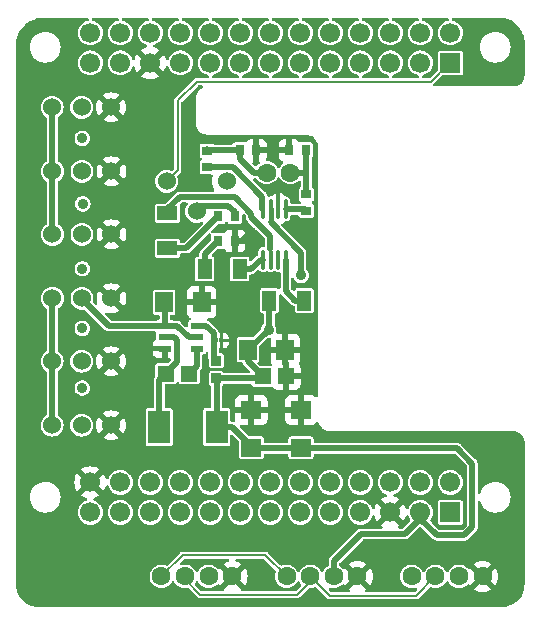
<source format=gbl>
G04 #@! TF.GenerationSoftware,KiCad,Pcbnew,7.0.5-0*
G04 #@! TF.CreationDate,2024-12-03T11:17:58-08:00*
G04 #@! TF.ProjectId,MilkVHat,4d696c6b-5648-4617-942e-6b696361645f,rev?*
G04 #@! TF.SameCoordinates,PX5f5e100PY5f5e100*
G04 #@! TF.FileFunction,Copper,L2,Bot*
G04 #@! TF.FilePolarity,Positive*
%FSLAX46Y46*%
G04 Gerber Fmt 4.6, Leading zero omitted, Abs format (unit mm)*
G04 Created by KiCad (PCBNEW 7.0.5-0) date 2024-12-03 11:17:58*
%MOMM*%
%LPD*%
G01*
G04 APERTURE LIST*
G04 #@! TA.AperFunction,ComponentPad*
%ADD10C,1.600000*%
G04 #@! TD*
G04 #@! TA.AperFunction,ComponentPad*
%ADD11C,1.524003*%
G04 #@! TD*
G04 #@! TA.AperFunction,SMDPad,CuDef*
%ADD12R,0.864008X0.800000*%
G04 #@! TD*
G04 #@! TA.AperFunction,SMDPad,CuDef*
%ADD13R,0.800000X0.900000*%
G04 #@! TD*
G04 #@! TA.AperFunction,SMDPad,CuDef*
%ADD14R,1.207518X1.701016*%
G04 #@! TD*
G04 #@! TA.AperFunction,SMDPad,CuDef*
%ADD15R,0.864008X0.806477*%
G04 #@! TD*
G04 #@! TA.AperFunction,SMDPad,CuDef*
%ADD16R,1.727991X1.485014*%
G04 #@! TD*
G04 #@! TA.AperFunction,SMDPad,CuDef*
%ADD17R,1.410008X1.350013*%
G04 #@! TD*
G04 #@! TA.AperFunction,SMDPad,CuDef*
%ADD18R,1.905004X2.800000*%
G04 #@! TD*
G04 #@! TA.AperFunction,SMDPad,CuDef*
%ADD19R,1.100000X0.600000*%
G04 #@! TD*
G04 #@! TA.AperFunction,SMDPad,CuDef*
%ADD20O,0.364008X1.691999*%
G04 #@! TD*
G04 #@! TA.AperFunction,ComponentPad*
%ADD21R,1.700000X1.700000*%
G04 #@! TD*
G04 #@! TA.AperFunction,ComponentPad*
%ADD22C,1.700000*%
G04 #@! TD*
G04 #@! TA.AperFunction,SMDPad,CuDef*
%ADD23R,1.485014X1.727991*%
G04 #@! TD*
G04 #@! TA.AperFunction,SMDPad,CuDef*
%ADD24R,1.701016X1.207518*%
G04 #@! TD*
G04 #@! TA.AperFunction,SMDPad,CuDef*
%ADD25R,0.303124X0.324003*%
G04 #@! TD*
G04 #@! TA.AperFunction,ViaPad*
%ADD26C,0.900000*%
G04 #@! TD*
G04 #@! TA.AperFunction,Conductor*
%ADD27C,0.500000*%
G04 #@! TD*
G04 #@! TA.AperFunction,Conductor*
%ADD28C,0.200000*%
G04 #@! TD*
G04 #@! TA.AperFunction,Conductor*
%ADD29C,0.400000*%
G04 #@! TD*
G04 APERTURE END LIST*
D10*
X39675000Y2699999D03*
X37675000Y2699999D03*
X35675000Y2699999D03*
X33675000Y2699999D03*
X18475000Y2699999D03*
X16475000Y2699999D03*
X14475000Y2699999D03*
X12475000Y2699999D03*
X29075000Y2699999D03*
X27075000Y2699999D03*
X25075000Y2699999D03*
X23075000Y2699999D03*
D11*
X8250000Y26250000D03*
X5749873Y26250000D03*
X3250000Y26250000D03*
D10*
X23400000Y36900000D03*
X21400000Y36900000D03*
D11*
X8220130Y20918503D03*
X5720003Y20918503D03*
X3220130Y20918503D03*
X8220130Y42418503D03*
X5720003Y42418503D03*
X3220130Y42418503D03*
X8225000Y15500000D03*
X5724873Y15500000D03*
X3225000Y15500000D03*
X8250000Y37000000D03*
X5749873Y37000000D03*
X3250000Y37000000D03*
X18000000Y36149999D03*
X15459995Y33609993D03*
X12919990Y36149999D03*
X8250000Y31668503D03*
X5749873Y31668503D03*
X3250000Y31668503D03*
D12*
X16350000Y37350102D03*
X16350000Y38749898D03*
D13*
X17299975Y33199999D03*
X18700025Y33199999D03*
D14*
X21621209Y26050000D03*
X24578791Y26050000D03*
D15*
X17125000Y19471633D03*
X17125000Y20978365D03*
D16*
X24300000Y13607417D03*
X24300000Y16792583D03*
D17*
X12849987Y19860915D03*
X14849987Y19860915D03*
D18*
X12299041Y15349999D03*
X17150959Y15349999D03*
D17*
X21050000Y19650000D03*
X23050000Y19650000D03*
D19*
X12774987Y22000037D03*
X12774987Y22949999D03*
X12774987Y23899961D03*
X15475013Y23899961D03*
X15475013Y22949999D03*
X15475013Y22000037D03*
D20*
X23013316Y29533052D03*
X22363075Y29533052D03*
X21713087Y29533052D03*
X21063100Y29533052D03*
X21063100Y33825152D03*
X21713087Y33825152D03*
X22363075Y33825152D03*
X23013316Y33825152D03*
D21*
X36940030Y46179997D03*
D22*
X36940030Y48720003D03*
X34400025Y46179997D03*
X34400025Y48720003D03*
X31860020Y46179997D03*
X31860020Y48720003D03*
X29320015Y46179997D03*
X29320015Y48720003D03*
X26780010Y46179997D03*
X26780010Y48720003D03*
X24240005Y46179997D03*
X24240005Y48720003D03*
X21700000Y46179997D03*
X21700000Y48720003D03*
X19159995Y46179997D03*
X19159995Y48720003D03*
X16619990Y46179997D03*
X16619990Y48720003D03*
X14079985Y46179997D03*
X14079985Y48720003D03*
X11539980Y46179997D03*
X11539980Y48720003D03*
X8999975Y46179997D03*
X8999975Y48720003D03*
X6459970Y46179997D03*
X6459970Y48720003D03*
D12*
X24750000Y33650204D03*
X24750000Y35050000D03*
D13*
X19099975Y38800000D03*
X20500025Y38800000D03*
D23*
X19782417Y21899999D03*
X22967583Y21899999D03*
D16*
X20100000Y13607417D03*
X20100000Y16792583D03*
D24*
X12975000Y30496208D03*
X12975000Y33453790D03*
D25*
X17074987Y22685915D03*
X17558095Y22685915D03*
D14*
X16146209Y28724999D03*
X19103791Y28724999D03*
D13*
X17274975Y31099999D03*
X18675025Y31099999D03*
D21*
X36940030Y8129997D03*
D22*
X36940030Y10670003D03*
X34400025Y8129997D03*
X34400025Y10670003D03*
X31860020Y8129997D03*
X31860020Y10670003D03*
X29320015Y8129997D03*
X29320015Y10670003D03*
X26780010Y8129997D03*
X26780010Y10670003D03*
X24240005Y8129997D03*
X24240005Y10670003D03*
X21700000Y8129997D03*
X21700000Y10670003D03*
X19159995Y8129997D03*
X19159995Y10670003D03*
X16619990Y8129997D03*
X16619990Y10670003D03*
X14079985Y8129997D03*
X14079985Y10670003D03*
X11539980Y8129997D03*
X11539980Y10670003D03*
X8999975Y8129997D03*
X8999975Y10670003D03*
X6459970Y8129997D03*
X6459970Y10670003D03*
D23*
X12707417Y25924999D03*
X15892583Y25924999D03*
D13*
X24700025Y38800000D03*
X23299975Y38800000D03*
D26*
X1125000Y6449999D03*
X20075000Y31824999D03*
X12850000Y38250000D03*
X21875000Y38399999D03*
X11950000Y28000000D03*
X22950000Y23600000D03*
X11950000Y31950000D03*
X25199500Y29450000D03*
X22400000Y35600000D03*
X5775000Y39799999D03*
X5775000Y23699999D03*
X5825000Y34249999D03*
X5775000Y28749999D03*
X5775000Y18649999D03*
X24300000Y28200000D03*
X21550000Y23599999D03*
D27*
X3250000Y26250000D02*
X3250000Y15525000D01*
X3250000Y15525000D02*
X3225000Y15500000D01*
D28*
X12475000Y2699999D02*
X14275000Y4499999D01*
X25550000Y2749999D02*
X23950000Y1149999D01*
X23950000Y1149999D02*
X15750000Y1149999D01*
X15750000Y1149999D02*
X14350000Y2549999D01*
X21275000Y4499999D02*
X23075000Y2699999D01*
X14275000Y4499999D02*
X21275000Y4499999D01*
X25075000Y2699999D02*
X26725000Y1049999D01*
X26725000Y1049999D02*
X34025000Y1049999D01*
X34025000Y1049999D02*
X35675000Y2699999D01*
D27*
X20000000Y31824999D02*
X20075000Y31824999D01*
X20075000Y31899999D02*
X19975000Y31799999D01*
X18875025Y31099999D02*
X19275000Y31099999D01*
X20075000Y31824999D02*
X20075000Y31899999D01*
X19275000Y31099999D02*
X20000000Y31824999D01*
X12774987Y23899961D02*
X12774987Y25857429D01*
X13824987Y23899961D02*
X14774949Y22949999D01*
X12774987Y23899961D02*
X13824987Y23899961D01*
X5824873Y26124999D02*
X8049911Y23899961D01*
X14774949Y22949999D02*
X15475013Y22949999D01*
X12774987Y25857429D02*
X12707417Y25924999D01*
X8049911Y23899961D02*
X12774987Y23899961D01*
X15475013Y20485941D02*
X14849987Y19860915D01*
X15475013Y22000037D02*
X15475013Y20485941D01*
X12774987Y22949999D02*
X13575025Y22949999D01*
X12299041Y15349999D02*
X12299041Y19309969D01*
X13575025Y22949999D02*
X13775000Y22750024D01*
X12299041Y19309969D02*
X12849987Y19860915D01*
X13775000Y20874999D02*
X12849987Y19949986D01*
X12849987Y19949986D02*
X12849987Y19860915D01*
X13775000Y22750024D02*
X13775000Y20874999D01*
X18700025Y33549949D02*
X18149975Y34099999D01*
X18149975Y34099999D02*
X15950001Y34099999D01*
X15950001Y34099999D02*
X15459995Y33609993D01*
X18700025Y33199999D02*
X18700025Y33549949D01*
X14596184Y30496208D02*
X17299975Y33199999D01*
X12975000Y30496208D02*
X14596184Y30496208D01*
X38800000Y6849999D02*
X38125000Y6174999D01*
X21621209Y23671208D02*
X21621209Y26050000D01*
X37499999Y13550000D02*
X38800000Y12249999D01*
X29375000Y6299999D02*
X33100000Y6299999D01*
X34400025Y7599975D02*
X34400025Y8129996D01*
X20871633Y19471633D02*
X17125000Y19471633D01*
X21050000Y19650000D02*
X20871633Y19471633D01*
X27075000Y3999999D02*
X29375000Y6299999D01*
X24300000Y28200000D02*
X24300000Y30103124D01*
X17150959Y15349999D02*
X18475000Y15349999D01*
X19782417Y21832416D02*
X19782417Y20917583D01*
X38800000Y12249999D02*
X38800000Y6849999D01*
X33100000Y6299999D02*
X34400025Y7600024D01*
X35825001Y6174999D02*
X34400025Y7599975D01*
X20747250Y13550000D02*
X37499999Y13550000D01*
X24300000Y30103124D02*
X21713087Y32690037D01*
D28*
X34400025Y7600024D02*
X34400025Y8129996D01*
D27*
X21550000Y23599999D02*
X19782417Y21832416D01*
X27075000Y2699999D02*
X27075000Y3999999D01*
X38125000Y6174999D02*
X35825001Y6174999D01*
X19782417Y20917583D02*
X21050000Y19650000D01*
X20689833Y13607417D02*
X20747250Y13550000D01*
X17150959Y15349999D02*
X17150959Y19445674D01*
X18475000Y15349999D02*
X20217582Y13607417D01*
D29*
X21713087Y32690037D02*
X21713087Y33825152D01*
D27*
X16146209Y29971233D02*
X17274975Y31099999D01*
X16146209Y28724999D02*
X16146209Y29971233D01*
X24750000Y35050000D02*
X24750000Y39000025D01*
X24749961Y36699961D02*
X24549922Y36900000D01*
X24549922Y36900000D02*
X23400000Y36900000D01*
X24750000Y35050000D02*
X24750000Y36699922D01*
X20325000Y36900000D02*
X21400000Y36900000D01*
X19149975Y38075025D02*
X20325000Y36900000D01*
X16367894Y38850000D02*
X16417894Y38800000D01*
X19149975Y38800000D02*
X19149975Y38075025D01*
X16417894Y38800000D02*
X19149975Y38800000D01*
X16350000Y37300102D02*
X16411898Y37362000D01*
X21013087Y34850941D02*
X21013087Y33825152D01*
X18502028Y37362000D02*
X21013087Y34850941D01*
X16411898Y37362000D02*
X18502028Y37362000D01*
X23063316Y33775152D02*
X24625052Y33775152D01*
X24625052Y33775152D02*
X24750000Y33650204D01*
D28*
X12919990Y36149999D02*
X13850000Y37080009D01*
X35279161Y44600000D02*
X36934030Y46254869D01*
X13850000Y43000000D02*
X15450000Y44600000D01*
X13850000Y37080009D02*
X13850000Y43000000D01*
X15450000Y44600000D02*
X35279161Y44600000D01*
D27*
X3250000Y42388633D02*
X3220130Y42418503D01*
X3250000Y31668503D02*
X3250000Y42388633D01*
X16900000Y23275012D02*
X16275051Y23899961D01*
X16900000Y21203365D02*
X16900000Y23275012D01*
X17125000Y20978365D02*
X16900000Y21203365D01*
X16275051Y23899961D02*
X15475013Y23899961D01*
X23800000Y26050000D02*
X23013316Y26836684D01*
X23013316Y26836684D02*
X23013316Y29533052D01*
X24578791Y26050000D02*
X23800000Y26050000D01*
X18678006Y34821994D02*
X20100000Y33400000D01*
X14021995Y34821994D02*
X18678006Y34821994D01*
X20100000Y33400000D02*
X20100000Y33100000D01*
X21700000Y31500000D02*
X21700000Y30400000D01*
X20100000Y33100000D02*
X21700000Y31500000D01*
X12975000Y33774999D02*
X14021995Y34821994D01*
X12975000Y33453790D02*
X12975000Y33774999D01*
X20074999Y28724999D02*
X19103791Y28724999D01*
X21063100Y29533052D02*
X20883052Y29533052D01*
X20883052Y29533052D02*
X20074999Y28724999D01*
G04 #@! TA.AperFunction,Conductor*
G36*
X28615507Y2490155D02*
G01*
X28693239Y2369201D01*
X28801900Y2275047D01*
X28932685Y2215319D01*
X28942466Y2213913D01*
X28349526Y1620974D01*
X28349526Y1620973D01*
X28413649Y1576074D01*
X28457274Y1521497D01*
X28464468Y1451999D01*
X28432945Y1389644D01*
X28372716Y1354230D01*
X28342526Y1350499D01*
X26900834Y1350499D01*
X26833795Y1370184D01*
X26813153Y1386818D01*
X26664968Y1535003D01*
X26631483Y1596326D01*
X26636467Y1666018D01*
X26678339Y1721951D01*
X26743803Y1746368D01*
X26788645Y1741344D01*
X26878868Y1713975D01*
X27075000Y1694658D01*
X27271132Y1713975D01*
X27459727Y1771185D01*
X27459735Y1771189D01*
X27633532Y1864086D01*
X27633538Y1864089D01*
X27785883Y1989116D01*
X27785884Y1989117D01*
X27790051Y1994194D01*
X27847795Y2033530D01*
X27917640Y2035403D01*
X27977409Y1999217D01*
X27987481Y1986655D01*
X27995972Y1974528D01*
X27995974Y1974527D01*
X28591922Y2570477D01*
X28615507Y2490155D01*
G37*
G04 #@! TD.AperFunction*
G04 #@! TA.AperFunction,Conductor*
G36*
X18015507Y2490155D02*
G01*
X18093239Y2369201D01*
X18201900Y2275047D01*
X18332685Y2215319D01*
X18342466Y2213913D01*
X17749526Y1620974D01*
X17752647Y1585306D01*
X17738880Y1516806D01*
X17690265Y1466623D01*
X17629119Y1450499D01*
X16520091Y1450499D01*
X16474772Y1463807D01*
X16453014Y1452671D01*
X16429909Y1450499D01*
X15925833Y1450499D01*
X15858794Y1470184D01*
X15838152Y1486818D01*
X15331561Y1993409D01*
X15298076Y2054732D01*
X15303060Y2124424D01*
X15309884Y2139543D01*
X15310909Y2141460D01*
X15310910Y2141461D01*
X15365642Y2243859D01*
X15414603Y2293701D01*
X15482741Y2309162D01*
X15548421Y2285330D01*
X15584357Y2243857D01*
X15639085Y2141467D01*
X15639090Y2141460D01*
X15764116Y1989116D01*
X15916460Y1864090D01*
X15916467Y1864086D01*
X16090266Y1771188D01*
X16090269Y1771188D01*
X16090273Y1771185D01*
X16278868Y1713975D01*
X16442063Y1697902D01*
X16472757Y1685508D01*
X16485156Y1693476D01*
X16507937Y1697902D01*
X16671132Y1713975D01*
X16859727Y1771185D01*
X16859735Y1771189D01*
X17033532Y1864086D01*
X17033538Y1864089D01*
X17185883Y1989116D01*
X17185884Y1989117D01*
X17190051Y1994194D01*
X17247795Y2033530D01*
X17317640Y2035403D01*
X17377409Y1999217D01*
X17387481Y1986655D01*
X17395972Y1974528D01*
X17395973Y1974527D01*
X17991922Y2570476D01*
X18015507Y2490155D01*
G37*
G04 #@! TD.AperFunction*
G04 #@! TA.AperFunction,Conductor*
G36*
X21166206Y4179814D02*
G01*
X21186848Y4163180D01*
X22122648Y3227380D01*
X22156133Y3166057D01*
X22151149Y3096365D01*
X22148449Y3090381D01*
X22148517Y3090353D01*
X22146188Y3084732D01*
X22088975Y2896129D01*
X22069659Y2700000D01*
X22088975Y2503870D01*
X22098218Y2473400D01*
X22136729Y2346446D01*
X22146188Y2315266D01*
X22239086Y2141467D01*
X22239090Y2141460D01*
X22364116Y1989116D01*
X22516460Y1864090D01*
X22516467Y1864086D01*
X22690266Y1771188D01*
X22690269Y1771188D01*
X22690273Y1771185D01*
X22878868Y1713975D01*
X23042063Y1697902D01*
X23072757Y1685508D01*
X23085156Y1693476D01*
X23107937Y1697902D01*
X23271132Y1713975D01*
X23459727Y1771185D01*
X23459735Y1771189D01*
X23633532Y1864086D01*
X23633538Y1864089D01*
X23785883Y1989116D01*
X23910910Y2141461D01*
X23923657Y2165309D01*
X23965642Y2243856D01*
X24014604Y2293700D01*
X24082742Y2309161D01*
X24148421Y2285329D01*
X24184358Y2243856D01*
X24239086Y2141467D01*
X24239090Y2141460D01*
X24292831Y2075977D01*
X24320144Y2011667D01*
X24308353Y1942799D01*
X24284659Y1909631D01*
X23861848Y1486818D01*
X23800525Y1453333D01*
X23774167Y1450499D01*
X23120091Y1450499D01*
X23074772Y1463807D01*
X23053014Y1452671D01*
X23029909Y1450499D01*
X19320880Y1450499D01*
X19253841Y1470184D01*
X19208086Y1522988D01*
X19197352Y1585306D01*
X19200472Y1620974D01*
X18607534Y2213913D01*
X18617315Y2215319D01*
X18748100Y2275047D01*
X18856761Y2369201D01*
X18934493Y2490155D01*
X18958076Y2570475D01*
X19554025Y1974527D01*
X19605136Y2047521D01*
X19701264Y2253668D01*
X19701269Y2253682D01*
X19760139Y2473389D01*
X19760141Y2473400D01*
X19779966Y2699997D01*
X19779966Y2700002D01*
X19760141Y2926599D01*
X19760139Y2926610D01*
X19701269Y3146317D01*
X19701265Y3146326D01*
X19605133Y3352483D01*
X19605131Y3352487D01*
X19554026Y3425473D01*
X19554025Y3425473D01*
X18958076Y2829525D01*
X18934493Y2909843D01*
X18856761Y3030797D01*
X18748100Y3124951D01*
X18617315Y3184679D01*
X18607533Y3186086D01*
X19200472Y3779025D01*
X19200471Y3779026D01*
X19127483Y3830133D01*
X19127481Y3830134D01*
X18921326Y3926265D01*
X18921317Y3926269D01*
X18811387Y3955724D01*
X18751726Y3992089D01*
X18721197Y4054936D01*
X18729492Y4124311D01*
X18773977Y4178189D01*
X18840529Y4199464D01*
X18843480Y4199499D01*
X21099167Y4199499D01*
X21166206Y4179814D01*
G37*
G04 #@! TD.AperFunction*
G04 #@! TA.AperFunction,Conductor*
G36*
X18173559Y4179814D02*
G01*
X18219314Y4127010D01*
X18229258Y4057852D01*
X18200233Y3994296D01*
X18141455Y3956522D01*
X18138613Y3955724D01*
X18028682Y3926269D01*
X18028673Y3926265D01*
X17822513Y3830131D01*
X17749527Y3779027D01*
X17749526Y3779026D01*
X18342467Y3186086D01*
X18332685Y3184679D01*
X18201900Y3124951D01*
X18093239Y3030797D01*
X18015507Y2909843D01*
X17991923Y2829524D01*
X17395973Y3425473D01*
X17395971Y3425472D01*
X17387479Y3413343D01*
X17332902Y3369718D01*
X17263404Y3362526D01*
X17201049Y3394048D01*
X17190049Y3405806D01*
X17185883Y3410883D01*
X17033539Y3535909D01*
X17033532Y3535913D01*
X16859733Y3628811D01*
X16859727Y3628813D01*
X16671132Y3686023D01*
X16671129Y3686024D01*
X16475000Y3705340D01*
X16278870Y3686024D01*
X16090266Y3628811D01*
X15916467Y3535913D01*
X15916460Y3535909D01*
X15764116Y3410883D01*
X15639090Y3258539D01*
X15639085Y3258532D01*
X15584358Y3156143D01*
X15535396Y3106298D01*
X15467258Y3090838D01*
X15401578Y3114670D01*
X15365642Y3156143D01*
X15310914Y3258532D01*
X15310909Y3258539D01*
X15185883Y3410883D01*
X15033539Y3535909D01*
X15033532Y3535913D01*
X14859733Y3628811D01*
X14859727Y3628813D01*
X14671132Y3686023D01*
X14671129Y3686024D01*
X14475000Y3705340D01*
X14278869Y3686024D01*
X14188642Y3658653D01*
X14118775Y3658030D01*
X14059663Y3695278D01*
X14030072Y3758572D01*
X14039397Y3827817D01*
X14064964Y3864993D01*
X14363151Y4163180D01*
X14424475Y4196665D01*
X14450833Y4199499D01*
X18106520Y4199499D01*
X18173559Y4179814D01*
G37*
G04 #@! TD.AperFunction*
G04 #@! TA.AperFunction,Conductor*
G36*
X32974945Y7368624D02*
G01*
X32974946Y7368624D01*
X33033618Y7452415D01*
X33033620Y7452419D01*
X33133449Y7666505D01*
X33133453Y7666514D01*
X33166180Y7788655D01*
X33202544Y7848315D01*
X33265391Y7878845D01*
X33334767Y7870551D01*
X33388645Y7826066D01*
X33404615Y7792558D01*
X33424792Y7726045D01*
X33424793Y7726043D01*
X33494623Y7595401D01*
X33522342Y7543544D01*
X33534027Y7529306D01*
X33561340Y7464996D01*
X33549549Y7396129D01*
X33525855Y7362960D01*
X32949716Y6786818D01*
X32888393Y6753333D01*
X32862035Y6750499D01*
X32636824Y6750499D01*
X32569785Y6770184D01*
X32524030Y6822988D01*
X32514086Y6892146D01*
X32543111Y6955702D01*
X32565700Y6976073D01*
X32621393Y7015071D01*
X32621393Y7015072D01*
X32031598Y7604867D01*
X32148485Y7655637D01*
X32265768Y7751054D01*
X32352960Y7874576D01*
X32383385Y7960184D01*
X32974945Y7368624D01*
G37*
G04 #@! TD.AperFunction*
G04 #@! TA.AperFunction,Conductor*
G36*
X22473421Y36485330D02*
G01*
X22509358Y36443857D01*
X22564086Y36341468D01*
X22564090Y36341461D01*
X22689116Y36189117D01*
X22841460Y36064091D01*
X22841467Y36064087D01*
X23015266Y35971189D01*
X23015269Y35971189D01*
X23015273Y35971186D01*
X23203868Y35913976D01*
X23400000Y35894659D01*
X23596132Y35913976D01*
X23784727Y35971186D01*
X23958538Y36064090D01*
X24096834Y36177588D01*
X24161145Y36204901D01*
X24230012Y36193110D01*
X24281573Y36145958D01*
X24299500Y36081735D01*
X24299500Y35745061D01*
X24279815Y35678022D01*
X24244392Y35641960D01*
X24173444Y35594554D01*
X24129128Y35528231D01*
X24129127Y35528230D01*
X24117496Y35469753D01*
X24117496Y34630248D01*
X24129127Y34571771D01*
X24129128Y34571770D01*
X24173443Y34505448D01*
X24249919Y34454348D01*
X24247862Y34451271D01*
X24285645Y34420824D01*
X24307711Y34354530D01*
X24290433Y34286830D01*
X24239297Y34239219D01*
X24231258Y34235547D01*
X24230172Y34235097D01*
X24182704Y34225652D01*
X23519820Y34225652D01*
X23452781Y34245337D01*
X23407026Y34298141D01*
X23395820Y34349652D01*
X23395820Y34520841D01*
X23395820Y34520842D01*
X23380097Y34615063D01*
X23319339Y34727334D01*
X23319336Y34727337D01*
X23225421Y34813793D01*
X23108514Y34865074D01*
X23108507Y34865075D01*
X22980075Y34875717D01*
X22914890Y34900870D01*
X22888265Y34928852D01*
X22877309Y34944725D01*
X22753344Y35054548D01*
X22606691Y35131516D01*
X22545079Y35146702D01*
X22545079Y33767148D01*
X22525394Y33700109D01*
X22472590Y33654354D01*
X22421079Y33643148D01*
X22305071Y33643148D01*
X22238032Y33662833D01*
X22192277Y33715637D01*
X22181071Y33767148D01*
X22181070Y35146702D01*
X22119458Y35131516D01*
X21972805Y35054548D01*
X21848843Y34944727D01*
X21848833Y34944715D01*
X21835405Y34925263D01*
X21781120Y34881275D01*
X21723123Y34872131D01*
X21681063Y34875615D01*
X21639442Y34865075D01*
X21605560Y34856495D01*
X21535740Y34859120D01*
X21478422Y34899077D01*
X21452505Y34958222D01*
X21448434Y34985232D01*
X21445918Y34993389D01*
X21443111Y35001413D01*
X21415851Y35052990D01*
X21414805Y35055061D01*
X21389511Y35107585D01*
X21384729Y35114599D01*
X21379654Y35121475D01*
X21379653Y35121478D01*
X21338432Y35162699D01*
X21336839Y35164351D01*
X21319683Y35182841D01*
X21297146Y35207132D01*
X21289879Y35212927D01*
X21290399Y35213580D01*
X21278154Y35222977D01*
X20264740Y36236391D01*
X20231255Y36297714D01*
X20236239Y36367406D01*
X20278111Y36423339D01*
X20343575Y36447756D01*
X20357059Y36447985D01*
X20376010Y36447276D01*
X20385243Y36448316D01*
X20385336Y36447487D01*
X20400636Y36449500D01*
X20432020Y36449500D01*
X20499059Y36429815D01*
X20541378Y36383953D01*
X20564090Y36341461D01*
X20689116Y36189117D01*
X20841460Y36064091D01*
X20841467Y36064087D01*
X21015266Y35971189D01*
X21015269Y35971189D01*
X21015273Y35971186D01*
X21203868Y35913976D01*
X21400000Y35894659D01*
X21596132Y35913976D01*
X21784727Y35971186D01*
X21958538Y36064090D01*
X22110883Y36189117D01*
X22235910Y36341462D01*
X22273406Y36411612D01*
X22290642Y36443857D01*
X22339604Y36493701D01*
X22407742Y36509162D01*
X22473421Y36485330D01*
G37*
G04 #@! TD.AperFunction*
G04 #@! TA.AperFunction,Conductor*
G36*
X6290147Y49979816D02*
G01*
X6335902Y49927012D01*
X6345846Y49857854D01*
X6316821Y49794298D01*
X6259103Y49756840D01*
X6056013Y49695234D01*
X5957334Y49642488D01*
X5873520Y49597688D01*
X5873518Y49597687D01*
X5873517Y49597686D01*
X5713559Y49466414D01*
X5582287Y49306456D01*
X5582285Y49306453D01*
X5566840Y49277558D01*
X5484739Y49123960D01*
X5424669Y48925936D01*
X5404387Y48720004D01*
X5424669Y48514071D01*
X5425890Y48510047D01*
X5484738Y48316049D01*
X5582285Y48133553D01*
X5582287Y48133551D01*
X5713559Y47973593D01*
X5750460Y47943310D01*
X5873520Y47842318D01*
X6056016Y47744771D01*
X6254036Y47684703D01*
X6254035Y47684703D01*
X6272499Y47682885D01*
X6459970Y47664420D01*
X6665904Y47684703D01*
X6863924Y47744771D01*
X7046420Y47842318D01*
X7206380Y47973593D01*
X7337655Y48133553D01*
X7435202Y48316049D01*
X7495270Y48514069D01*
X7515553Y48720003D01*
X7495270Y48925937D01*
X7435202Y49123957D01*
X7337655Y49306453D01*
X7255805Y49406188D01*
X7206380Y49466414D01*
X7088647Y49563034D01*
X7046420Y49597688D01*
X6863924Y49695235D01*
X6665904Y49755303D01*
X6665903Y49755304D01*
X6660837Y49756840D01*
X6602398Y49795138D01*
X6573942Y49858950D01*
X6584502Y49928017D01*
X6630726Y49980411D01*
X6696832Y49999501D01*
X8763113Y49999501D01*
X8830152Y49979816D01*
X8875907Y49927012D01*
X8885851Y49857854D01*
X8856826Y49794298D01*
X8799108Y49756840D01*
X8596018Y49695234D01*
X8497339Y49642488D01*
X8413525Y49597688D01*
X8413523Y49597687D01*
X8413522Y49597686D01*
X8253564Y49466414D01*
X8122292Y49306456D01*
X8122290Y49306453D01*
X8106845Y49277558D01*
X8024744Y49123960D01*
X7964674Y48925936D01*
X7944392Y48720004D01*
X7964674Y48514071D01*
X7965895Y48510047D01*
X8024743Y48316049D01*
X8122290Y48133553D01*
X8122292Y48133551D01*
X8253564Y47973593D01*
X8290465Y47943310D01*
X8413525Y47842318D01*
X8596021Y47744771D01*
X8794041Y47684703D01*
X8794040Y47684703D01*
X8812504Y47682885D01*
X8999975Y47664420D01*
X9205909Y47684703D01*
X9403929Y47744771D01*
X9586425Y47842318D01*
X9746385Y47973593D01*
X9877660Y48133553D01*
X9975207Y48316049D01*
X10035275Y48514069D01*
X10055558Y48720003D01*
X10035275Y48925937D01*
X9975207Y49123957D01*
X9877660Y49306453D01*
X9795810Y49406188D01*
X9746385Y49466414D01*
X9628652Y49563034D01*
X9586425Y49597688D01*
X9403929Y49695235D01*
X9205909Y49755303D01*
X9205908Y49755304D01*
X9200842Y49756840D01*
X9142403Y49795138D01*
X9113947Y49858950D01*
X9124507Y49928017D01*
X9170731Y49980411D01*
X9236837Y49999501D01*
X11303118Y49999501D01*
X11370157Y49979816D01*
X11415912Y49927012D01*
X11425856Y49857854D01*
X11396831Y49794298D01*
X11339113Y49756840D01*
X11136023Y49695234D01*
X11037344Y49642488D01*
X10953530Y49597688D01*
X10953528Y49597687D01*
X10953527Y49597686D01*
X10793569Y49466414D01*
X10662297Y49306456D01*
X10662295Y49306453D01*
X10646850Y49277558D01*
X10564749Y49123960D01*
X10504679Y48925936D01*
X10484397Y48720003D01*
X10504679Y48514071D01*
X10505900Y48510047D01*
X10564748Y48316049D01*
X10662295Y48133553D01*
X10662297Y48133551D01*
X10793569Y47973593D01*
X10830470Y47943310D01*
X10953530Y47842318D01*
X11136026Y47744771D01*
X11202541Y47724594D01*
X11260979Y47686298D01*
X11289436Y47622486D01*
X11278877Y47553419D01*
X11232653Y47501025D01*
X11198640Y47486159D01*
X11076494Y47453430D01*
X11076487Y47453427D01*
X10862399Y47353596D01*
X10778605Y47294925D01*
X11368402Y46705128D01*
X11251515Y46654357D01*
X11134232Y46558940D01*
X11047040Y46435418D01*
X11016614Y46349810D01*
X10425053Y46941372D01*
X10425052Y46941371D01*
X10366381Y46857578D01*
X10266550Y46643490D01*
X10266547Y46643484D01*
X10233819Y46521339D01*
X10197454Y46461679D01*
X10134607Y46431150D01*
X10065231Y46439445D01*
X10011353Y46483930D01*
X9995383Y46517438D01*
X9994200Y46521339D01*
X9975207Y46583951D01*
X9877660Y46766447D01*
X9825677Y46829788D01*
X9746385Y46926408D01*
X9596096Y47049745D01*
X9586425Y47057682D01*
X9403929Y47155229D01*
X9205909Y47215297D01*
X9205907Y47215298D01*
X9205909Y47215298D01*
X9018438Y47233762D01*
X8999975Y47235580D01*
X8999974Y47235580D01*
X8794042Y47215298D01*
X8596018Y47155228D01*
X8508089Y47108228D01*
X8413525Y47057682D01*
X8413523Y47057681D01*
X8413522Y47057680D01*
X8253564Y46926408D01*
X8122292Y46766450D01*
X8024744Y46583954D01*
X7964674Y46385930D01*
X7944392Y46179998D01*
X7964674Y45974065D01*
X7980907Y45920551D01*
X8024743Y45776043D01*
X8122290Y45593547D01*
X8122292Y45593545D01*
X8253564Y45433587D01*
X8350184Y45354295D01*
X8413525Y45302312D01*
X8596021Y45204765D01*
X8794041Y45144697D01*
X8794040Y45144697D01*
X8809636Y45143161D01*
X8999975Y45124414D01*
X9205909Y45144697D01*
X9403929Y45204765D01*
X9586425Y45302312D01*
X9746385Y45433587D01*
X9877660Y45593547D01*
X9975207Y45776043D01*
X9995384Y45842559D01*
X10033681Y45900996D01*
X10097493Y45929452D01*
X10166560Y45918892D01*
X10218953Y45872668D01*
X10233819Y45838655D01*
X10266546Y45716514D01*
X10266550Y45716505D01*
X10366380Y45502418D01*
X10366382Y45502414D01*
X10425052Y45418624D01*
X10425053Y45418624D01*
X11014039Y46007611D01*
X11016852Y45994077D01*
X11086411Y45859833D01*
X11189610Y45749335D01*
X11318794Y45670776D01*
X11369971Y45656437D01*
X10778605Y45065072D01*
X10862401Y45006398D01*
X11076487Y44906568D01*
X11076496Y44906564D01*
X11304653Y44845430D01*
X11304664Y44845428D01*
X11539978Y44824840D01*
X11539982Y44824840D01*
X11775295Y44845428D01*
X11775306Y44845430D01*
X12003463Y44906564D01*
X12003472Y44906568D01*
X12217558Y45006397D01*
X12217562Y45006399D01*
X12301353Y45065071D01*
X12301353Y45065072D01*
X11711558Y45654867D01*
X11828445Y45705637D01*
X11945728Y45801054D01*
X12032920Y45924576D01*
X12063345Y46010184D01*
X12654905Y45418624D01*
X12654906Y45418624D01*
X12713578Y45502415D01*
X12713580Y45502419D01*
X12813409Y45716505D01*
X12813413Y45716514D01*
X12846140Y45838655D01*
X12882504Y45898315D01*
X12945351Y45928845D01*
X13014727Y45920551D01*
X13068605Y45876066D01*
X13084575Y45842558D01*
X13104752Y45776045D01*
X13104753Y45776043D01*
X13202300Y45593547D01*
X13202302Y45593545D01*
X13333574Y45433587D01*
X13430194Y45354295D01*
X13493535Y45302312D01*
X13676031Y45204765D01*
X13874051Y45144697D01*
X13874050Y45144697D01*
X13889646Y45143161D01*
X14079985Y45124414D01*
X14285919Y45144697D01*
X14483939Y45204765D01*
X14666435Y45302312D01*
X14826395Y45433587D01*
X14957670Y45593547D01*
X15055217Y45776043D01*
X15115285Y45974063D01*
X15135568Y46179997D01*
X15115285Y46385931D01*
X15055217Y46583951D01*
X14957670Y46766447D01*
X14905687Y46829788D01*
X14826395Y46926408D01*
X14676106Y47049745D01*
X14666435Y47057682D01*
X14483939Y47155229D01*
X14285919Y47215297D01*
X14285917Y47215298D01*
X14285919Y47215298D01*
X14098448Y47233762D01*
X14079985Y47235580D01*
X14079984Y47235580D01*
X13874052Y47215298D01*
X13676028Y47155228D01*
X13588099Y47108228D01*
X13493535Y47057682D01*
X13493533Y47057681D01*
X13493532Y47057680D01*
X13333574Y46926408D01*
X13202302Y46766450D01*
X13104753Y46583952D01*
X13084575Y46517436D01*
X13046277Y46458998D01*
X12982464Y46430542D01*
X12913398Y46441104D01*
X12861005Y46487329D01*
X12846140Y46521340D01*
X12813413Y46643481D01*
X12813409Y46643490D01*
X12713580Y46857574D01*
X12713579Y46857576D01*
X12654905Y46941371D01*
X12654905Y46941372D01*
X12065919Y46352386D01*
X12063108Y46365917D01*
X11993549Y46500161D01*
X11890350Y46610659D01*
X11761166Y46689218D01*
X11709988Y46703558D01*
X12301353Y47294924D01*
X12301353Y47294925D01*
X12217563Y47353595D01*
X12217559Y47353597D01*
X12003472Y47453427D01*
X12003465Y47453430D01*
X11881319Y47486159D01*
X11842206Y47510000D01*
X39434532Y47510000D01*
X39454364Y47283315D01*
X39454366Y47283304D01*
X39513258Y47063513D01*
X39513261Y47063504D01*
X39609431Y46857269D01*
X39609432Y46857267D01*
X39739954Y46670860D01*
X39900858Y46509956D01*
X39900861Y46509954D01*
X40087266Y46379433D01*
X40293504Y46283262D01*
X40513308Y46224366D01*
X40675230Y46210200D01*
X40739998Y46204533D01*
X40740000Y46204533D01*
X40740002Y46204533D01*
X40796673Y46209492D01*
X40966692Y46224366D01*
X41186496Y46283262D01*
X41392734Y46379433D01*
X41579139Y46509954D01*
X41740047Y46670862D01*
X41870568Y46857267D01*
X41966739Y47063505D01*
X42025635Y47283309D01*
X42045468Y47510001D01*
X42044372Y47522524D01*
X42031958Y47664421D01*
X42025635Y47736693D01*
X41980916Y47903586D01*
X41966741Y47956490D01*
X41966738Y47956499D01*
X41932214Y48030535D01*
X41870568Y48162735D01*
X41740047Y48349140D01*
X41740045Y48349143D01*
X41579141Y48510047D01*
X41392734Y48640569D01*
X41392732Y48640570D01*
X41186497Y48736740D01*
X41186488Y48736743D01*
X40966697Y48795635D01*
X40966693Y48795636D01*
X40966692Y48795636D01*
X40966691Y48795637D01*
X40966686Y48795637D01*
X40740002Y48815469D01*
X40739998Y48815469D01*
X40513313Y48795637D01*
X40513302Y48795635D01*
X40293511Y48736743D01*
X40293502Y48736740D01*
X40087267Y48640570D01*
X40087265Y48640569D01*
X39900858Y48510047D01*
X39739954Y48349143D01*
X39609432Y48162736D01*
X39609431Y48162734D01*
X39513261Y47956499D01*
X39513258Y47956490D01*
X39454366Y47736699D01*
X39454364Y47736688D01*
X39434532Y47510003D01*
X39434532Y47510000D01*
X11842206Y47510000D01*
X11821659Y47522524D01*
X11791130Y47585371D01*
X11799425Y47654747D01*
X11843910Y47708625D01*
X11877414Y47724593D01*
X11943934Y47744771D01*
X12126430Y47842318D01*
X12286390Y47973593D01*
X12417665Y48133553D01*
X12515212Y48316049D01*
X12575280Y48514069D01*
X12595563Y48720003D01*
X12575280Y48925937D01*
X12515212Y49123957D01*
X12417665Y49306453D01*
X12335815Y49406188D01*
X12286390Y49466414D01*
X12168657Y49563034D01*
X12126430Y49597688D01*
X11943934Y49695235D01*
X11745914Y49755303D01*
X11745913Y49755304D01*
X11740847Y49756840D01*
X11682408Y49795138D01*
X11653952Y49858950D01*
X11664512Y49928017D01*
X11710736Y49980411D01*
X11776842Y49999501D01*
X13843123Y49999501D01*
X13910162Y49979816D01*
X13955917Y49927012D01*
X13965861Y49857854D01*
X13936836Y49794298D01*
X13879118Y49756840D01*
X13676028Y49695234D01*
X13577349Y49642488D01*
X13493535Y49597688D01*
X13493533Y49597687D01*
X13493532Y49597686D01*
X13333574Y49466414D01*
X13202302Y49306456D01*
X13202300Y49306453D01*
X13186855Y49277558D01*
X13104754Y49123960D01*
X13044684Y48925936D01*
X13024402Y48720004D01*
X13044684Y48514071D01*
X13045905Y48510047D01*
X13104753Y48316049D01*
X13202300Y48133553D01*
X13202302Y48133551D01*
X13333574Y47973593D01*
X13370475Y47943310D01*
X13493535Y47842318D01*
X13676031Y47744771D01*
X13874051Y47684703D01*
X13874050Y47684703D01*
X13892514Y47682885D01*
X14079985Y47664420D01*
X14285919Y47684703D01*
X14483939Y47744771D01*
X14666435Y47842318D01*
X14826395Y47973593D01*
X14957670Y48133553D01*
X15055217Y48316049D01*
X15115285Y48514069D01*
X15135568Y48720003D01*
X15115285Y48925937D01*
X15055217Y49123957D01*
X14957670Y49306453D01*
X14875820Y49406188D01*
X14826395Y49466414D01*
X14708662Y49563034D01*
X14666435Y49597688D01*
X14483939Y49695235D01*
X14285919Y49755303D01*
X14285918Y49755304D01*
X14280852Y49756840D01*
X14222413Y49795138D01*
X14193957Y49858950D01*
X14204517Y49928017D01*
X14250741Y49980411D01*
X14316847Y49999501D01*
X16383128Y49999501D01*
X16450167Y49979816D01*
X16495922Y49927012D01*
X16505866Y49857854D01*
X16476841Y49794298D01*
X16419123Y49756840D01*
X16216033Y49695234D01*
X16117354Y49642488D01*
X16033540Y49597688D01*
X16033538Y49597687D01*
X16033537Y49597686D01*
X15873579Y49466414D01*
X15742307Y49306456D01*
X15742305Y49306453D01*
X15726860Y49277558D01*
X15644759Y49123960D01*
X15584689Y48925936D01*
X15564407Y48720003D01*
X15584689Y48514071D01*
X15585910Y48510047D01*
X15644758Y48316049D01*
X15742305Y48133553D01*
X15742307Y48133551D01*
X15873579Y47973593D01*
X15910480Y47943310D01*
X16033540Y47842318D01*
X16216036Y47744771D01*
X16414056Y47684703D01*
X16414055Y47684703D01*
X16434338Y47682706D01*
X16619990Y47664420D01*
X16825924Y47684703D01*
X17023944Y47744771D01*
X17206440Y47842318D01*
X17366400Y47973593D01*
X17497675Y48133553D01*
X17595222Y48316049D01*
X17655290Y48514069D01*
X17675573Y48720003D01*
X17655290Y48925937D01*
X17595222Y49123957D01*
X17497675Y49306453D01*
X17415825Y49406188D01*
X17366400Y49466414D01*
X17248667Y49563034D01*
X17206440Y49597688D01*
X17023944Y49695235D01*
X16825924Y49755303D01*
X16825923Y49755304D01*
X16820857Y49756840D01*
X16762418Y49795138D01*
X16733962Y49858950D01*
X16744522Y49928017D01*
X16790746Y49980411D01*
X16856852Y49999501D01*
X18923133Y49999501D01*
X18990172Y49979816D01*
X19035927Y49927012D01*
X19045871Y49857854D01*
X19016846Y49794298D01*
X18959128Y49756840D01*
X18756038Y49695234D01*
X18657359Y49642488D01*
X18573545Y49597688D01*
X18573543Y49597687D01*
X18573542Y49597686D01*
X18413584Y49466414D01*
X18282312Y49306456D01*
X18282310Y49306453D01*
X18266865Y49277558D01*
X18184764Y49123960D01*
X18124694Y48925936D01*
X18104412Y48720004D01*
X18124694Y48514071D01*
X18125915Y48510047D01*
X18184763Y48316049D01*
X18282310Y48133553D01*
X18282312Y48133551D01*
X18413584Y47973593D01*
X18450485Y47943310D01*
X18573545Y47842318D01*
X18756041Y47744771D01*
X18954061Y47684703D01*
X18954060Y47684703D01*
X18972524Y47682885D01*
X19159995Y47664420D01*
X19365929Y47684703D01*
X19563949Y47744771D01*
X19746445Y47842318D01*
X19906405Y47973593D01*
X20037680Y48133553D01*
X20135227Y48316049D01*
X20195295Y48514069D01*
X20215578Y48720003D01*
X20195295Y48925937D01*
X20135227Y49123957D01*
X20037680Y49306453D01*
X19955830Y49406188D01*
X19906405Y49466414D01*
X19788672Y49563034D01*
X19746445Y49597688D01*
X19563949Y49695235D01*
X19365929Y49755303D01*
X19365928Y49755304D01*
X19360862Y49756840D01*
X19302423Y49795138D01*
X19273967Y49858950D01*
X19284527Y49928017D01*
X19330751Y49980411D01*
X19396857Y49999501D01*
X21463138Y49999501D01*
X21530177Y49979816D01*
X21575932Y49927012D01*
X21585876Y49857854D01*
X21556851Y49794298D01*
X21499133Y49756840D01*
X21296043Y49695234D01*
X21197364Y49642488D01*
X21113550Y49597688D01*
X21113548Y49597687D01*
X21113547Y49597686D01*
X20953589Y49466414D01*
X20822317Y49306456D01*
X20822315Y49306453D01*
X20806870Y49277558D01*
X20724769Y49123960D01*
X20664699Y48925936D01*
X20644417Y48720004D01*
X20664699Y48514071D01*
X20665920Y48510047D01*
X20724768Y48316049D01*
X20822315Y48133553D01*
X20822317Y48133551D01*
X20953589Y47973593D01*
X20990490Y47943310D01*
X21113550Y47842318D01*
X21296046Y47744771D01*
X21494066Y47684703D01*
X21494065Y47684703D01*
X21514348Y47682706D01*
X21700000Y47664420D01*
X21905934Y47684703D01*
X22103954Y47744771D01*
X22286450Y47842318D01*
X22446410Y47973593D01*
X22577685Y48133553D01*
X22675232Y48316049D01*
X22735300Y48514069D01*
X22755583Y48720003D01*
X22735300Y48925937D01*
X22675232Y49123957D01*
X22577685Y49306453D01*
X22495835Y49406188D01*
X22446410Y49466414D01*
X22328677Y49563034D01*
X22286450Y49597688D01*
X22103954Y49695235D01*
X21905934Y49755303D01*
X21905933Y49755304D01*
X21900867Y49756840D01*
X21842428Y49795138D01*
X21813972Y49858950D01*
X21824532Y49928017D01*
X21870756Y49980411D01*
X21936862Y49999501D01*
X24003143Y49999501D01*
X24070182Y49979816D01*
X24115937Y49927012D01*
X24125881Y49857854D01*
X24096856Y49794298D01*
X24039138Y49756840D01*
X23836048Y49695234D01*
X23737369Y49642488D01*
X23653555Y49597688D01*
X23653553Y49597687D01*
X23653552Y49597686D01*
X23493594Y49466414D01*
X23362322Y49306456D01*
X23362320Y49306453D01*
X23346875Y49277558D01*
X23264774Y49123960D01*
X23204704Y48925936D01*
X23184422Y48720004D01*
X23204704Y48514071D01*
X23205925Y48510047D01*
X23264773Y48316049D01*
X23362320Y48133553D01*
X23362322Y48133551D01*
X23493594Y47973593D01*
X23530495Y47943310D01*
X23653555Y47842318D01*
X23836051Y47744771D01*
X24034071Y47684703D01*
X24034070Y47684703D01*
X24052534Y47682885D01*
X24240005Y47664420D01*
X24445939Y47684703D01*
X24643959Y47744771D01*
X24826455Y47842318D01*
X24986415Y47973593D01*
X25117690Y48133553D01*
X25215237Y48316049D01*
X25275305Y48514069D01*
X25295588Y48720003D01*
X25275305Y48925937D01*
X25215237Y49123957D01*
X25117690Y49306453D01*
X25035840Y49406188D01*
X24986415Y49466414D01*
X24868682Y49563034D01*
X24826455Y49597688D01*
X24643959Y49695235D01*
X24445939Y49755303D01*
X24445938Y49755304D01*
X24440872Y49756840D01*
X24382433Y49795138D01*
X24353977Y49858950D01*
X24364537Y49928017D01*
X24410761Y49980411D01*
X24476867Y49999501D01*
X26543148Y49999501D01*
X26610187Y49979816D01*
X26655942Y49927012D01*
X26665886Y49857854D01*
X26636861Y49794298D01*
X26579143Y49756840D01*
X26376053Y49695234D01*
X26277374Y49642488D01*
X26193560Y49597688D01*
X26193558Y49597687D01*
X26193557Y49597686D01*
X26033599Y49466414D01*
X25902327Y49306456D01*
X25902325Y49306453D01*
X25886880Y49277558D01*
X25804779Y49123960D01*
X25744709Y48925936D01*
X25724427Y48720004D01*
X25744709Y48514071D01*
X25745930Y48510047D01*
X25804778Y48316049D01*
X25902325Y48133553D01*
X25902327Y48133551D01*
X26033599Y47973593D01*
X26070500Y47943310D01*
X26193560Y47842318D01*
X26376056Y47744771D01*
X26574076Y47684703D01*
X26574075Y47684703D01*
X26594357Y47682706D01*
X26780010Y47664420D01*
X26985944Y47684703D01*
X27183964Y47744771D01*
X27366460Y47842318D01*
X27526420Y47973593D01*
X27657695Y48133553D01*
X27755242Y48316049D01*
X27815310Y48514069D01*
X27835593Y48720003D01*
X27815310Y48925937D01*
X27755242Y49123957D01*
X27657695Y49306453D01*
X27575845Y49406188D01*
X27526420Y49466414D01*
X27408687Y49563034D01*
X27366460Y49597688D01*
X27183964Y49695235D01*
X26985944Y49755303D01*
X26985943Y49755304D01*
X26980877Y49756840D01*
X26922438Y49795138D01*
X26893982Y49858950D01*
X26904542Y49928017D01*
X26950766Y49980411D01*
X27016872Y49999501D01*
X29083153Y49999501D01*
X29150192Y49979816D01*
X29195947Y49927012D01*
X29205891Y49857854D01*
X29176866Y49794298D01*
X29119148Y49756840D01*
X28916058Y49695234D01*
X28817379Y49642488D01*
X28733565Y49597688D01*
X28733563Y49597687D01*
X28733562Y49597686D01*
X28573604Y49466414D01*
X28442332Y49306456D01*
X28442330Y49306453D01*
X28426885Y49277558D01*
X28344784Y49123960D01*
X28284714Y48925936D01*
X28264432Y48720003D01*
X28284714Y48514071D01*
X28285935Y48510047D01*
X28344783Y48316049D01*
X28442330Y48133553D01*
X28442332Y48133551D01*
X28573604Y47973593D01*
X28610505Y47943310D01*
X28733565Y47842318D01*
X28916061Y47744771D01*
X29114081Y47684703D01*
X29114080Y47684703D01*
X29132544Y47682885D01*
X29320015Y47664420D01*
X29525949Y47684703D01*
X29723969Y47744771D01*
X29906465Y47842318D01*
X30066425Y47973593D01*
X30197700Y48133553D01*
X30295247Y48316049D01*
X30355315Y48514069D01*
X30375598Y48720003D01*
X30355315Y48925937D01*
X30295247Y49123957D01*
X30197700Y49306453D01*
X30115850Y49406188D01*
X30066425Y49466414D01*
X29948692Y49563034D01*
X29906465Y49597688D01*
X29723969Y49695235D01*
X29525949Y49755303D01*
X29525948Y49755304D01*
X29520882Y49756840D01*
X29462443Y49795138D01*
X29433987Y49858950D01*
X29444547Y49928017D01*
X29490771Y49980411D01*
X29556877Y49999501D01*
X31623158Y49999501D01*
X31690197Y49979816D01*
X31735952Y49927012D01*
X31745896Y49857854D01*
X31716871Y49794298D01*
X31659153Y49756840D01*
X31456063Y49695234D01*
X31357384Y49642488D01*
X31273570Y49597688D01*
X31273568Y49597687D01*
X31273567Y49597686D01*
X31113609Y49466414D01*
X30982337Y49306456D01*
X30982335Y49306453D01*
X30966890Y49277558D01*
X30884789Y49123960D01*
X30824719Y48925936D01*
X30804437Y48720004D01*
X30824719Y48514071D01*
X30825940Y48510047D01*
X30884788Y48316049D01*
X30982335Y48133553D01*
X30982337Y48133551D01*
X31113609Y47973593D01*
X31150510Y47943310D01*
X31273570Y47842318D01*
X31456066Y47744771D01*
X31654086Y47684703D01*
X31654085Y47684703D01*
X31674368Y47682706D01*
X31860020Y47664420D01*
X32065954Y47684703D01*
X32263974Y47744771D01*
X32446470Y47842318D01*
X32606430Y47973593D01*
X32737705Y48133553D01*
X32835252Y48316049D01*
X32895320Y48514069D01*
X32915603Y48720003D01*
X32895320Y48925937D01*
X32835252Y49123957D01*
X32737705Y49306453D01*
X32655855Y49406188D01*
X32606430Y49466414D01*
X32488697Y49563034D01*
X32446470Y49597688D01*
X32263974Y49695235D01*
X32065954Y49755303D01*
X32065953Y49755304D01*
X32060887Y49756840D01*
X32002448Y49795138D01*
X31973992Y49858950D01*
X31984552Y49928017D01*
X32030776Y49980411D01*
X32096882Y49999501D01*
X34163163Y49999501D01*
X34230202Y49979816D01*
X34275957Y49927012D01*
X34285901Y49857854D01*
X34256876Y49794298D01*
X34199158Y49756840D01*
X33996068Y49695234D01*
X33897389Y49642488D01*
X33813575Y49597688D01*
X33813573Y49597687D01*
X33813572Y49597686D01*
X33653614Y49466414D01*
X33522342Y49306456D01*
X33522340Y49306453D01*
X33506895Y49277558D01*
X33424794Y49123960D01*
X33364724Y48925936D01*
X33344442Y48720003D01*
X33364724Y48514071D01*
X33365945Y48510047D01*
X33424793Y48316049D01*
X33522340Y48133553D01*
X33522342Y48133551D01*
X33653614Y47973593D01*
X33690515Y47943310D01*
X33813575Y47842318D01*
X33996071Y47744771D01*
X34194091Y47684703D01*
X34194090Y47684703D01*
X34212554Y47682885D01*
X34400025Y47664420D01*
X34605959Y47684703D01*
X34803979Y47744771D01*
X34986475Y47842318D01*
X35146435Y47973593D01*
X35277710Y48133553D01*
X35375257Y48316049D01*
X35435325Y48514069D01*
X35455608Y48720003D01*
X35435325Y48925937D01*
X35375257Y49123957D01*
X35277710Y49306453D01*
X35195860Y49406188D01*
X35146435Y49466414D01*
X35028702Y49563034D01*
X34986475Y49597688D01*
X34803979Y49695235D01*
X34605959Y49755303D01*
X34605958Y49755304D01*
X34600892Y49756840D01*
X34542453Y49795138D01*
X34513997Y49858950D01*
X34524557Y49928017D01*
X34570781Y49980411D01*
X34636887Y49999501D01*
X36703168Y49999501D01*
X36770207Y49979816D01*
X36815962Y49927012D01*
X36825906Y49857854D01*
X36796881Y49794298D01*
X36739163Y49756840D01*
X36536073Y49695234D01*
X36437394Y49642488D01*
X36353580Y49597688D01*
X36353578Y49597687D01*
X36353577Y49597686D01*
X36193619Y49466414D01*
X36062347Y49306456D01*
X36062345Y49306453D01*
X36046900Y49277558D01*
X35964799Y49123960D01*
X35904729Y48925936D01*
X35884447Y48720004D01*
X35904729Y48514071D01*
X35905950Y48510047D01*
X35964798Y48316049D01*
X36062345Y48133553D01*
X36062347Y48133551D01*
X36193619Y47973593D01*
X36230520Y47943310D01*
X36353580Y47842318D01*
X36536076Y47744771D01*
X36734096Y47684703D01*
X36734095Y47684703D01*
X36754378Y47682706D01*
X36940030Y47664420D01*
X37145964Y47684703D01*
X37343984Y47744771D01*
X37526480Y47842318D01*
X37686440Y47973593D01*
X37817715Y48133553D01*
X37915262Y48316049D01*
X37975330Y48514069D01*
X37995613Y48720003D01*
X37975330Y48925937D01*
X37915262Y49123957D01*
X37817715Y49306453D01*
X37735865Y49406188D01*
X37686440Y49466414D01*
X37568707Y49563034D01*
X37526480Y49597688D01*
X37343984Y49695235D01*
X37145964Y49755303D01*
X37145963Y49755304D01*
X37140897Y49756840D01*
X37082458Y49795138D01*
X37054002Y49858950D01*
X37064562Y49928017D01*
X37110786Y49980411D01*
X37176892Y49999501D01*
X41267792Y49999501D01*
X41286021Y49998154D01*
X41298193Y49996345D01*
X41541766Y49960145D01*
X41549492Y49958488D01*
X41750019Y49901885D01*
X41804487Y49886509D01*
X41811949Y49883879D01*
X42055707Y49780047D01*
X42062774Y49776489D01*
X42291342Y49642488D01*
X42297888Y49638068D01*
X42507556Y49476072D01*
X42513487Y49470854D01*
X42700851Y49283490D01*
X42706069Y49277559D01*
X42868063Y49067893D01*
X42872486Y49061345D01*
X43006488Y48832776D01*
X43010046Y48825709D01*
X43113879Y48581949D01*
X43116509Y48574487D01*
X43134699Y48510048D01*
X43180118Y48349140D01*
X43188484Y48319505D01*
X43190143Y48311769D01*
X43212294Y48162735D01*
X43227810Y48058334D01*
X43228153Y48056030D01*
X43229500Y48037801D01*
X43229500Y45141207D01*
X43229264Y45135806D01*
X43228712Y45129497D01*
X43216020Y44984432D01*
X43212267Y44963147D01*
X43175045Y44824231D01*
X43167652Y44803919D01*
X43106875Y44673582D01*
X43096068Y44654864D01*
X43013581Y44537060D01*
X42999687Y44520502D01*
X42897998Y44418813D01*
X42881440Y44404919D01*
X42763636Y44322432D01*
X42744918Y44311625D01*
X42614582Y44250848D01*
X42594270Y44243455D01*
X42455354Y44206233D01*
X42434069Y44202480D01*
X42316906Y44192229D01*
X42282706Y44189237D01*
X42277305Y44189001D01*
X35594372Y44189001D01*
X35527333Y44208686D01*
X35481578Y44261490D01*
X35471634Y44330648D01*
X35495411Y44387719D01*
X35503800Y44398829D01*
X35509426Y44405296D01*
X36197309Y45093178D01*
X36258633Y45126663D01*
X36284991Y45129497D01*
X37809780Y45129497D01*
X37809781Y45129498D01*
X37824598Y45132445D01*
X37868259Y45141129D01*
X37868259Y45141130D01*
X37868261Y45141130D01*
X37934582Y45185445D01*
X37978897Y45251766D01*
X37978897Y45251768D01*
X37978898Y45251768D01*
X37990529Y45310245D01*
X37990530Y45310247D01*
X37990530Y47049748D01*
X37990529Y47049750D01*
X37978898Y47108227D01*
X37978897Y47108228D01*
X37934582Y47174550D01*
X37868260Y47218865D01*
X37868259Y47218866D01*
X37809782Y47230497D01*
X37809778Y47230497D01*
X36070282Y47230497D01*
X36070277Y47230497D01*
X36011800Y47218866D01*
X36011799Y47218865D01*
X35945477Y47174550D01*
X35901162Y47108228D01*
X35901161Y47108227D01*
X35889530Y47049750D01*
X35889530Y45686703D01*
X35869845Y45619664D01*
X35853211Y45599022D01*
X35191009Y44936819D01*
X35129686Y44903334D01*
X35103328Y44900500D01*
X34636890Y44900500D01*
X34569851Y44920185D01*
X34524096Y44972989D01*
X34514152Y45042147D01*
X34543177Y45105703D01*
X34600895Y45143161D01*
X34605958Y45144697D01*
X34605959Y45144697D01*
X34803979Y45204765D01*
X34986475Y45302312D01*
X35146435Y45433587D01*
X35277710Y45593547D01*
X35375257Y45776043D01*
X35435325Y45974063D01*
X35455608Y46179997D01*
X35435325Y46385931D01*
X35375257Y46583951D01*
X35277710Y46766447D01*
X35225727Y46829788D01*
X35146435Y46926408D01*
X34996146Y47049745D01*
X34986475Y47057682D01*
X34803979Y47155229D01*
X34605959Y47215297D01*
X34605957Y47215298D01*
X34605959Y47215298D01*
X34400025Y47235580D01*
X34194092Y47215298D01*
X33996068Y47155228D01*
X33908139Y47108228D01*
X33813575Y47057682D01*
X33813573Y47057681D01*
X33813572Y47057680D01*
X33653614Y46926408D01*
X33522342Y46766450D01*
X33424794Y46583954D01*
X33364724Y46385930D01*
X33344442Y46179997D01*
X33364724Y45974065D01*
X33380957Y45920551D01*
X33424793Y45776043D01*
X33522340Y45593547D01*
X33522342Y45593545D01*
X33653614Y45433587D01*
X33750234Y45354295D01*
X33813575Y45302312D01*
X33996071Y45204765D01*
X34194091Y45144697D01*
X34199155Y45143161D01*
X34257594Y45104863D01*
X34286050Y45041051D01*
X34275490Y44971984D01*
X34229266Y44919591D01*
X34163160Y44900500D01*
X32096885Y44900500D01*
X32029846Y44920185D01*
X31984091Y44972989D01*
X31974147Y45042147D01*
X32003172Y45105703D01*
X32060890Y45143161D01*
X32065953Y45144697D01*
X32065954Y45144697D01*
X32263974Y45204765D01*
X32446470Y45302312D01*
X32606430Y45433587D01*
X32737705Y45593547D01*
X32835252Y45776043D01*
X32895320Y45974063D01*
X32915603Y46179997D01*
X32895320Y46385931D01*
X32835252Y46583951D01*
X32737705Y46766447D01*
X32685722Y46829788D01*
X32606430Y46926408D01*
X32456141Y47049745D01*
X32446470Y47057682D01*
X32263974Y47155229D01*
X32065954Y47215297D01*
X32065952Y47215298D01*
X32065954Y47215298D01*
X31878483Y47233762D01*
X31860020Y47235580D01*
X31860019Y47235580D01*
X31654087Y47215298D01*
X31456063Y47155228D01*
X31368134Y47108228D01*
X31273570Y47057682D01*
X31273568Y47057681D01*
X31273567Y47057680D01*
X31113609Y46926408D01*
X30982337Y46766450D01*
X30884789Y46583954D01*
X30824719Y46385930D01*
X30804437Y46179998D01*
X30824719Y45974065D01*
X30840952Y45920551D01*
X30884788Y45776043D01*
X30982335Y45593547D01*
X30982337Y45593545D01*
X31113609Y45433587D01*
X31210229Y45354295D01*
X31273570Y45302312D01*
X31456066Y45204765D01*
X31654086Y45144697D01*
X31659150Y45143161D01*
X31717589Y45104863D01*
X31746045Y45041051D01*
X31735485Y44971984D01*
X31689261Y44919591D01*
X31623155Y44900500D01*
X29556880Y44900500D01*
X29489841Y44920185D01*
X29444086Y44972989D01*
X29434142Y45042147D01*
X29463167Y45105703D01*
X29520885Y45143161D01*
X29525948Y45144697D01*
X29525949Y45144697D01*
X29723969Y45204765D01*
X29906465Y45302312D01*
X30066425Y45433587D01*
X30197700Y45593547D01*
X30295247Y45776043D01*
X30355315Y45974063D01*
X30375598Y46179997D01*
X30355315Y46385931D01*
X30295247Y46583951D01*
X30197700Y46766447D01*
X30145717Y46829788D01*
X30066425Y46926408D01*
X29916136Y47049745D01*
X29906465Y47057682D01*
X29723969Y47155229D01*
X29525949Y47215297D01*
X29525947Y47215298D01*
X29525949Y47215298D01*
X29320015Y47235580D01*
X29114082Y47215298D01*
X28916058Y47155228D01*
X28828129Y47108228D01*
X28733565Y47057682D01*
X28733563Y47057681D01*
X28733562Y47057680D01*
X28573604Y46926408D01*
X28442332Y46766450D01*
X28344784Y46583954D01*
X28284714Y46385930D01*
X28264432Y46179997D01*
X28284714Y45974065D01*
X28300947Y45920551D01*
X28344783Y45776043D01*
X28442330Y45593547D01*
X28442332Y45593545D01*
X28573604Y45433587D01*
X28670224Y45354295D01*
X28733565Y45302312D01*
X28916061Y45204765D01*
X29114081Y45144697D01*
X29119145Y45143161D01*
X29177584Y45104863D01*
X29206040Y45041051D01*
X29195480Y44971984D01*
X29149256Y44919591D01*
X29083150Y44900500D01*
X27016875Y44900500D01*
X26949836Y44920185D01*
X26904081Y44972989D01*
X26894137Y45042147D01*
X26923162Y45105703D01*
X26980880Y45143161D01*
X26985943Y45144697D01*
X26985944Y45144697D01*
X27183964Y45204765D01*
X27366460Y45302312D01*
X27526420Y45433587D01*
X27657695Y45593547D01*
X27755242Y45776043D01*
X27815310Y45974063D01*
X27835593Y46179997D01*
X27815310Y46385931D01*
X27755242Y46583951D01*
X27657695Y46766447D01*
X27605712Y46829788D01*
X27526420Y46926408D01*
X27376131Y47049745D01*
X27366460Y47057682D01*
X27183964Y47155229D01*
X26985944Y47215297D01*
X26985942Y47215298D01*
X26985944Y47215298D01*
X26780010Y47235580D01*
X26574077Y47215298D01*
X26376053Y47155228D01*
X26288124Y47108228D01*
X26193560Y47057682D01*
X26193558Y47057681D01*
X26193557Y47057680D01*
X26033599Y46926408D01*
X25902327Y46766450D01*
X25804779Y46583954D01*
X25744709Y46385930D01*
X25724427Y46179997D01*
X25744709Y45974065D01*
X25760942Y45920551D01*
X25804778Y45776043D01*
X25902325Y45593547D01*
X25902327Y45593545D01*
X26033599Y45433587D01*
X26130219Y45354295D01*
X26193560Y45302312D01*
X26376056Y45204765D01*
X26574076Y45144697D01*
X26579140Y45143161D01*
X26637579Y45104863D01*
X26666035Y45041051D01*
X26655475Y44971984D01*
X26609251Y44919591D01*
X26543145Y44900500D01*
X24476870Y44900500D01*
X24409831Y44920185D01*
X24364076Y44972989D01*
X24354132Y45042147D01*
X24383157Y45105703D01*
X24440875Y45143161D01*
X24445938Y45144697D01*
X24445939Y45144697D01*
X24643959Y45204765D01*
X24826455Y45302312D01*
X24986415Y45433587D01*
X25117690Y45593547D01*
X25215237Y45776043D01*
X25275305Y45974063D01*
X25295588Y46179997D01*
X25275305Y46385931D01*
X25215237Y46583951D01*
X25117690Y46766447D01*
X25065707Y46829788D01*
X24986415Y46926408D01*
X24836126Y47049745D01*
X24826455Y47057682D01*
X24643959Y47155229D01*
X24445939Y47215297D01*
X24445937Y47215298D01*
X24445939Y47215298D01*
X24240005Y47235580D01*
X24034072Y47215298D01*
X23836048Y47155228D01*
X23748119Y47108228D01*
X23653555Y47057682D01*
X23653553Y47057681D01*
X23653552Y47057680D01*
X23493594Y46926408D01*
X23362322Y46766450D01*
X23264774Y46583954D01*
X23204704Y46385930D01*
X23184422Y46179997D01*
X23204704Y45974065D01*
X23220937Y45920551D01*
X23264773Y45776043D01*
X23362320Y45593547D01*
X23362322Y45593545D01*
X23493594Y45433587D01*
X23590214Y45354295D01*
X23653555Y45302312D01*
X23836051Y45204765D01*
X24034071Y45144697D01*
X24039135Y45143161D01*
X24097574Y45104863D01*
X24126030Y45041051D01*
X24115470Y44971984D01*
X24069246Y44919591D01*
X24003140Y44900500D01*
X21936865Y44900500D01*
X21869826Y44920185D01*
X21824071Y44972989D01*
X21814127Y45042147D01*
X21843152Y45105703D01*
X21900870Y45143161D01*
X21905933Y45144697D01*
X21905934Y45144697D01*
X22103954Y45204765D01*
X22286450Y45302312D01*
X22446410Y45433587D01*
X22577685Y45593547D01*
X22675232Y45776043D01*
X22735300Y45974063D01*
X22755583Y46179997D01*
X22735300Y46385931D01*
X22675232Y46583951D01*
X22577685Y46766447D01*
X22525702Y46829788D01*
X22446410Y46926408D01*
X22296121Y47049745D01*
X22286450Y47057682D01*
X22103954Y47155229D01*
X21905934Y47215297D01*
X21905932Y47215298D01*
X21905934Y47215298D01*
X21700000Y47235580D01*
X21494067Y47215298D01*
X21296043Y47155228D01*
X21208114Y47108228D01*
X21113550Y47057682D01*
X21113548Y47057681D01*
X21113547Y47057680D01*
X20953589Y46926408D01*
X20822317Y46766450D01*
X20724769Y46583954D01*
X20664699Y46385930D01*
X20644417Y46179997D01*
X20664699Y45974065D01*
X20680932Y45920551D01*
X20724768Y45776043D01*
X20822315Y45593547D01*
X20822317Y45593545D01*
X20953589Y45433587D01*
X21050209Y45354295D01*
X21113550Y45302312D01*
X21296046Y45204765D01*
X21494066Y45144697D01*
X21499130Y45143161D01*
X21557569Y45104863D01*
X21586025Y45041051D01*
X21575465Y44971984D01*
X21529241Y44919591D01*
X21463135Y44900500D01*
X19396860Y44900500D01*
X19329821Y44920185D01*
X19284066Y44972989D01*
X19274122Y45042147D01*
X19303147Y45105703D01*
X19360865Y45143161D01*
X19365928Y45144697D01*
X19365929Y45144697D01*
X19563949Y45204765D01*
X19746445Y45302312D01*
X19906405Y45433587D01*
X20037680Y45593547D01*
X20135227Y45776043D01*
X20195295Y45974063D01*
X20215578Y46179997D01*
X20195295Y46385931D01*
X20135227Y46583951D01*
X20037680Y46766447D01*
X19985697Y46829788D01*
X19906405Y46926408D01*
X19756116Y47049745D01*
X19746445Y47057682D01*
X19563949Y47155229D01*
X19365929Y47215297D01*
X19365927Y47215298D01*
X19365929Y47215298D01*
X19159995Y47235580D01*
X18954062Y47215298D01*
X18756038Y47155228D01*
X18668109Y47108228D01*
X18573545Y47057682D01*
X18573543Y47057681D01*
X18573542Y47057680D01*
X18413584Y46926408D01*
X18282312Y46766450D01*
X18184764Y46583954D01*
X18124694Y46385930D01*
X18104412Y46179998D01*
X18124694Y45974065D01*
X18140927Y45920551D01*
X18184763Y45776043D01*
X18282310Y45593547D01*
X18282312Y45593545D01*
X18413584Y45433587D01*
X18510204Y45354295D01*
X18573545Y45302312D01*
X18756041Y45204765D01*
X18954061Y45144697D01*
X18959125Y45143161D01*
X19017564Y45104863D01*
X19046020Y45041051D01*
X19035460Y44971984D01*
X18989236Y44919591D01*
X18923130Y44900500D01*
X16856855Y44900500D01*
X16789816Y44920185D01*
X16744061Y44972989D01*
X16734117Y45042147D01*
X16763142Y45105703D01*
X16820860Y45143161D01*
X16825923Y45144697D01*
X16825924Y45144697D01*
X17023944Y45204765D01*
X17206440Y45302312D01*
X17366400Y45433587D01*
X17497675Y45593547D01*
X17595222Y45776043D01*
X17655290Y45974063D01*
X17675573Y46179997D01*
X17655290Y46385931D01*
X17595222Y46583951D01*
X17497675Y46766447D01*
X17445692Y46829788D01*
X17366400Y46926408D01*
X17216111Y47049745D01*
X17206440Y47057682D01*
X17023944Y47155229D01*
X16825924Y47215297D01*
X16825922Y47215298D01*
X16825924Y47215298D01*
X16638453Y47233762D01*
X16619990Y47235580D01*
X16619989Y47235580D01*
X16414057Y47215298D01*
X16216033Y47155228D01*
X16128104Y47108228D01*
X16033540Y47057682D01*
X16033538Y47057681D01*
X16033537Y47057680D01*
X15873579Y46926408D01*
X15742307Y46766450D01*
X15644759Y46583954D01*
X15584689Y46385930D01*
X15564407Y46179997D01*
X15584689Y45974065D01*
X15600922Y45920551D01*
X15644758Y45776043D01*
X15742305Y45593547D01*
X15742307Y45593545D01*
X15873579Y45433587D01*
X15970199Y45354295D01*
X16033540Y45302312D01*
X16216036Y45204765D01*
X16414056Y45144697D01*
X16419120Y45143161D01*
X16477559Y45104863D01*
X16506015Y45041051D01*
X16495455Y44971984D01*
X16449231Y44919591D01*
X16383125Y44900500D01*
X15512842Y44900500D01*
X15504268Y44901095D01*
X15492239Y44902773D01*
X15492236Y44902773D01*
X15467220Y44901617D01*
X15444491Y44900566D01*
X15441628Y44900500D01*
X15422156Y44900500D01*
X15422151Y44900500D01*
X15422149Y44900499D01*
X15419515Y44900007D01*
X15410985Y44899018D01*
X15380008Y44897585D01*
X15380006Y44897585D01*
X15373665Y44894785D01*
X15346379Y44886336D01*
X15339572Y44885064D01*
X15339566Y44885061D01*
X15313202Y44868739D01*
X15305603Y44864734D01*
X15277237Y44852208D01*
X15272336Y44847307D01*
X15249942Y44829569D01*
X15244048Y44825920D01*
X15225359Y44801173D01*
X15219718Y44794690D01*
X13681948Y43256920D01*
X13675464Y43251278D01*
X13665768Y43243956D01*
X13633559Y43208626D01*
X13631585Y43206558D01*
X13617827Y43192800D01*
X13617822Y43192794D01*
X13616306Y43190580D01*
X13610976Y43183852D01*
X13590083Y43160934D01*
X13590083Y43160933D01*
X13587578Y43154467D01*
X13574259Y43129198D01*
X13570345Y43123485D01*
X13570343Y43123479D01*
X13563244Y43093301D01*
X13560702Y43085093D01*
X13549500Y43056174D01*
X13549500Y43049249D01*
X13546206Y43020859D01*
X13544621Y43014123D01*
X13544621Y43014119D01*
X13548905Y42983410D01*
X13549500Y42974834D01*
X13549500Y37255843D01*
X13529815Y37188804D01*
X13513185Y37168167D01*
X13462176Y37117157D01*
X13418195Y37073176D01*
X13356871Y37039692D01*
X13294519Y37042197D01*
X13192395Y37073176D01*
X13108673Y37098573D01*
X13108671Y37098574D01*
X13108673Y37098574D01*
X12936906Y37115491D01*
X12919990Y37117157D01*
X12919989Y37117157D01*
X12731310Y37098574D01*
X12549868Y37043534D01*
X12382671Y36954165D01*
X12382665Y36954161D01*
X12236105Y36833884D01*
X12115828Y36687324D01*
X12115824Y36687318D01*
X12026455Y36520121D01*
X11971415Y36338679D01*
X11957078Y36193110D01*
X11952832Y36149999D01*
X11954259Y36135508D01*
X11971415Y35961320D01*
X11971415Y35961318D01*
X11971416Y35961316D01*
X11989137Y35902899D01*
X12026455Y35779878D01*
X12115824Y35612681D01*
X12115828Y35612675D01*
X12236105Y35466115D01*
X12314947Y35401412D01*
X12382666Y35345837D01*
X12382668Y35345836D01*
X12382671Y35345834D01*
X12549868Y35256465D01*
X12549871Y35256465D01*
X12549875Y35256462D01*
X12731307Y35201425D01*
X12919990Y35182841D01*
X13108673Y35201425D01*
X13290105Y35256462D01*
X13291752Y35257342D01*
X13457308Y35345834D01*
X13457314Y35345837D01*
X13603874Y35466115D01*
X13724152Y35612675D01*
X13798849Y35752424D01*
X13813524Y35779878D01*
X13813524Y35779879D01*
X13813527Y35779884D01*
X13868564Y35961316D01*
X13887148Y36149999D01*
X13868564Y36338682D01*
X13813527Y36520114D01*
X13813525Y36520118D01*
X13812187Y36524529D01*
X13811563Y36594396D01*
X13843164Y36648204D01*
X14018059Y36823099D01*
X14024532Y36828730D01*
X14034224Y36836050D01*
X14034228Y36836051D01*
X14066459Y36871409D01*
X14068367Y36873407D01*
X14082174Y36887212D01*
X14083684Y36889417D01*
X14089023Y36896158D01*
X14090489Y36897767D01*
X14109916Y36919076D01*
X14112416Y36925531D01*
X14125750Y36950826D01*
X14128035Y36954161D01*
X14129657Y36956529D01*
X14136757Y36986718D01*
X14139291Y36994903D01*
X14150500Y37023836D01*
X14150500Y37030761D01*
X14153794Y37059153D01*
X14155379Y37065890D01*
X14151095Y37096596D01*
X14150499Y37105174D01*
X14150499Y39965377D01*
X14150499Y42824171D01*
X14170184Y42891206D01*
X14186813Y42911843D01*
X15538152Y44263182D01*
X15599475Y44296666D01*
X15625833Y44299500D01*
X15861406Y44299500D01*
X15928445Y44279815D01*
X15974200Y44227011D01*
X15984144Y44157853D01*
X15955119Y44094297D01*
X15923408Y44068114D01*
X15809440Y44002313D01*
X15809437Y44002311D01*
X15668631Y43884159D01*
X15550479Y43743350D01*
X15550478Y43743348D01*
X15458575Y43584164D01*
X15395704Y43411430D01*
X15363786Y43230411D01*
X15363786Y41116255D01*
X15363801Y41116103D01*
X15363801Y41046593D01*
X15395718Y40865576D01*
X15414579Y40813756D01*
X15458586Y40692848D01*
X15458587Y40692847D01*
X15550490Y40533663D01*
X15550491Y40533661D01*
X15615831Y40455792D01*
X15668642Y40392853D01*
X15809449Y40274700D01*
X15968632Y40182793D01*
X15968631Y40182793D01*
X15968634Y40182792D01*
X16141360Y40119923D01*
X16322379Y40088002D01*
X16379574Y40088002D01*
X16379578Y40088001D01*
X16404241Y40088001D01*
X16414285Y40088001D01*
X16430694Y40088001D01*
X24763592Y40088001D01*
X24777294Y40088001D01*
X24782695Y40087766D01*
X24934069Y40074522D01*
X24955354Y40070769D01*
X25003198Y40057950D01*
X25094274Y40033546D01*
X25114575Y40026157D01*
X25244920Y39965376D01*
X25263635Y39954571D01*
X25364200Y39884154D01*
X25381437Y39872085D01*
X25397995Y39858192D01*
X25499690Y39756498D01*
X25513584Y39739939D01*
X25596069Y39622138D01*
X25606876Y39603420D01*
X25667653Y39473084D01*
X25675046Y39452772D01*
X25712268Y39313856D01*
X25716021Y39292570D01*
X25721659Y39228129D01*
X25726775Y39169646D01*
X25729263Y39141214D01*
X25729499Y39135808D01*
X25729499Y17983327D01*
X25709814Y17916288D01*
X25657010Y17870533D01*
X25587852Y17860589D01*
X25528745Y17887582D01*
X25528284Y17886965D01*
X25525448Y17889088D01*
X25524296Y17889614D01*
X25522452Y17891331D01*
X25406089Y17978441D01*
X25406082Y17978445D01*
X25271375Y18028687D01*
X25271368Y18028689D01*
X25211840Y18035090D01*
X24550000Y18035090D01*
X24550000Y15550076D01*
X25211824Y15550076D01*
X25211840Y15550077D01*
X25271368Y15556478D01*
X25271375Y15556480D01*
X25406082Y15606722D01*
X25406089Y15606726D01*
X25521183Y15692886D01*
X25521184Y15692887D01*
X25568518Y15756117D01*
X25624451Y15797989D01*
X25694143Y15802973D01*
X25755466Y15769489D01*
X25784307Y15724217D01*
X25824290Y15614363D01*
X25824293Y15614356D01*
X25916197Y15455169D01*
X25916198Y15455167D01*
X26034343Y15314366D01*
X26034351Y15314358D01*
X26037975Y15311317D01*
X26175159Y15196205D01*
X26334345Y15104298D01*
X26507073Y15041430D01*
X26688093Y15009511D01*
X26769955Y15009511D01*
X42263592Y15009511D01*
X42277294Y15009511D01*
X42282695Y15009276D01*
X42434070Y14996032D01*
X42455355Y14992279D01*
X42504340Y14979154D01*
X42594276Y14955056D01*
X42614577Y14947667D01*
X42744927Y14886884D01*
X42763633Y14876083D01*
X42849277Y14816116D01*
X42881441Y14793595D01*
X42897999Y14779701D01*
X42999695Y14678005D01*
X43013588Y14661449D01*
X43077546Y14570109D01*
X43096071Y14543654D01*
X43106878Y14524935D01*
X43167660Y14394592D01*
X43175054Y14374280D01*
X43212276Y14235367D01*
X43216029Y14214083D01*
X43229264Y14062841D01*
X43229500Y14057433D01*
X43229500Y2052039D01*
X43229367Y2047983D01*
X43213087Y1799593D01*
X43212027Y1791544D01*
X43163866Y1549425D01*
X43161765Y1541583D01*
X43082411Y1307812D01*
X43079304Y1300311D01*
X42970116Y1078901D01*
X42966057Y1071870D01*
X42828903Y866603D01*
X42823961Y860162D01*
X42661186Y674555D01*
X42655446Y668815D01*
X42469839Y506040D01*
X42463398Y501098D01*
X42258131Y363944D01*
X42251101Y359885D01*
X42029687Y250695D01*
X42022186Y247589D01*
X41788421Y168236D01*
X41780579Y166135D01*
X41538457Y117973D01*
X41530408Y116913D01*
X41282033Y100634D01*
X41277977Y100501D01*
X2102038Y100501D01*
X2097982Y100634D01*
X1849591Y116914D01*
X1841542Y117974D01*
X1599420Y166136D01*
X1591581Y168237D01*
X1474695Y207914D01*
X1357813Y247590D01*
X1350313Y250696D01*
X1128898Y359886D01*
X1121868Y363945D01*
X1019235Y432522D01*
X916599Y501101D01*
X910167Y506037D01*
X724552Y668816D01*
X718813Y674555D01*
X655978Y746205D01*
X556033Y860171D01*
X551098Y866603D01*
X413942Y1071872D01*
X409887Y1078894D01*
X300691Y1300322D01*
X297588Y1307815D01*
X282137Y1353333D01*
X218231Y1541593D01*
X216136Y1549415D01*
X167971Y1791557D01*
X166913Y1799594D01*
X150633Y2047996D01*
X150500Y2052052D01*
X150500Y2700000D01*
X11469659Y2700000D01*
X11488975Y2503870D01*
X11498218Y2473400D01*
X11536729Y2346446D01*
X11546188Y2315266D01*
X11639086Y2141467D01*
X11639090Y2141460D01*
X11764116Y1989116D01*
X11916460Y1864090D01*
X11916467Y1864086D01*
X12090266Y1771188D01*
X12090269Y1771188D01*
X12090273Y1771185D01*
X12278868Y1713975D01*
X12475000Y1694658D01*
X12671132Y1713975D01*
X12859727Y1771185D01*
X12859735Y1771189D01*
X13033532Y1864086D01*
X13033538Y1864089D01*
X13185883Y1989116D01*
X13310910Y2141461D01*
X13323657Y2165309D01*
X13365642Y2243856D01*
X13414604Y2293700D01*
X13482742Y2309161D01*
X13548421Y2285329D01*
X13584358Y2243856D01*
X13639086Y2141467D01*
X13639090Y2141460D01*
X13764116Y1989116D01*
X13916460Y1864090D01*
X13916467Y1864086D01*
X14090266Y1771188D01*
X14090269Y1771188D01*
X14090273Y1771185D01*
X14278868Y1713975D01*
X14475000Y1694658D01*
X14671132Y1713975D01*
X14671132Y1713976D01*
X14677105Y1715163D01*
X14677455Y1713399D01*
X14738841Y1713961D01*
X14792678Y1682350D01*
X15493078Y981950D01*
X15498721Y975466D01*
X15506041Y965773D01*
X15506042Y965771D01*
X15520861Y952262D01*
X15541375Y933560D01*
X15543423Y931605D01*
X15557203Y917825D01*
X15559413Y916311D01*
X15566143Y910981D01*
X15575245Y902683D01*
X15589064Y890085D01*
X15589065Y890085D01*
X15589067Y890083D01*
X15595530Y887580D01*
X15620807Y874256D01*
X15626519Y870343D01*
X15656702Y863245D01*
X15664903Y860705D01*
X15693827Y849499D01*
X15700751Y849499D01*
X15729141Y846206D01*
X15735881Y844620D01*
X15766590Y848904D01*
X15775166Y849499D01*
X23887159Y849499D01*
X23895733Y848904D01*
X23907761Y847227D01*
X23907761Y847228D01*
X23907765Y847226D01*
X23950920Y849221D01*
X23955510Y849433D01*
X23958373Y849499D01*
X23977843Y849499D01*
X23977844Y849499D01*
X23980468Y849990D01*
X23989021Y850983D01*
X23990245Y851040D01*
X24019992Y852414D01*
X24026322Y855210D01*
X24053629Y863667D01*
X24060433Y864938D01*
X24086797Y881263D01*
X24094392Y885266D01*
X24122765Y897793D01*
X24127661Y902690D01*
X24150069Y920438D01*
X24155952Y924080D01*
X24174649Y948841D01*
X24180266Y955296D01*
X24892091Y1667121D01*
X24953412Y1700604D01*
X24991921Y1702841D01*
X25075000Y1694658D01*
X25271132Y1713975D01*
X25459727Y1771185D01*
X25459732Y1771188D01*
X25459736Y1771189D01*
X25465355Y1773516D01*
X25466232Y1771397D01*
X25524609Y1783570D01*
X25589861Y1758591D01*
X25602380Y1747648D01*
X26468078Y881950D01*
X26473721Y875466D01*
X26481041Y865773D01*
X26481042Y865771D01*
X26498964Y849433D01*
X26516375Y833560D01*
X26518423Y831605D01*
X26532203Y817825D01*
X26534413Y816311D01*
X26541143Y810981D01*
X26550245Y802683D01*
X26564064Y790085D01*
X26564065Y790085D01*
X26564067Y790083D01*
X26570530Y787580D01*
X26595807Y774256D01*
X26601519Y770343D01*
X26631702Y763245D01*
X26639903Y760705D01*
X26668827Y749499D01*
X26675751Y749499D01*
X26704141Y746206D01*
X26710881Y744620D01*
X26741590Y748904D01*
X26750166Y749499D01*
X33962159Y749499D01*
X33970733Y748904D01*
X33982761Y747227D01*
X33982761Y747228D01*
X33982765Y747226D01*
X34025920Y749221D01*
X34030510Y749433D01*
X34033373Y749499D01*
X34052843Y749499D01*
X34052844Y749499D01*
X34055468Y749990D01*
X34064021Y750983D01*
X34065245Y751040D01*
X34094992Y752414D01*
X34101322Y755210D01*
X34128629Y763667D01*
X34135433Y764938D01*
X34161797Y781263D01*
X34169392Y785266D01*
X34197765Y797793D01*
X34202661Y802690D01*
X34225069Y820438D01*
X34230952Y824080D01*
X34249649Y848841D01*
X34255266Y855296D01*
X35147620Y1747650D01*
X35208941Y1781133D01*
X35278633Y1776149D01*
X35284613Y1773450D01*
X35284641Y1773517D01*
X35290260Y1771190D01*
X35290268Y1771188D01*
X35290273Y1771185D01*
X35478868Y1713975D01*
X35675000Y1694658D01*
X35871132Y1713975D01*
X36059727Y1771185D01*
X36059735Y1771189D01*
X36233532Y1864086D01*
X36233538Y1864089D01*
X36385883Y1989116D01*
X36510910Y2141461D01*
X36523657Y2165309D01*
X36565642Y2243856D01*
X36614604Y2293700D01*
X36682742Y2309161D01*
X36748421Y2285329D01*
X36784358Y2243856D01*
X36839086Y2141467D01*
X36839090Y2141460D01*
X36964116Y1989116D01*
X37116460Y1864090D01*
X37116467Y1864086D01*
X37290266Y1771188D01*
X37290269Y1771188D01*
X37290273Y1771185D01*
X37478868Y1713975D01*
X37675000Y1694658D01*
X37871132Y1713975D01*
X38059727Y1771185D01*
X38059735Y1771189D01*
X38233532Y1864086D01*
X38233538Y1864089D01*
X38385883Y1989116D01*
X38385884Y1989117D01*
X38390051Y1994194D01*
X38447795Y2033530D01*
X38517640Y2035403D01*
X38577409Y1999217D01*
X38587481Y1986655D01*
X38595972Y1974528D01*
X38595974Y1974527D01*
X39191922Y2570476D01*
X39215507Y2490155D01*
X39293239Y2369201D01*
X39401900Y2275047D01*
X39532685Y2215319D01*
X39542466Y2213913D01*
X38949526Y1620974D01*
X38949526Y1620973D01*
X39022512Y1569868D01*
X39022516Y1569866D01*
X39228673Y1473734D01*
X39228682Y1473730D01*
X39448389Y1414860D01*
X39448400Y1414858D01*
X39674998Y1395033D01*
X39675002Y1395033D01*
X39901599Y1414858D01*
X39901610Y1414860D01*
X40121317Y1473730D01*
X40121331Y1473735D01*
X40327478Y1569863D01*
X40400472Y1620974D01*
X39807534Y2213913D01*
X39817315Y2215319D01*
X39948100Y2275047D01*
X40056761Y2369201D01*
X40134493Y2490155D01*
X40158077Y2570476D01*
X40754025Y1974527D01*
X40805136Y2047521D01*
X40901264Y2253668D01*
X40901269Y2253682D01*
X40960139Y2473389D01*
X40960141Y2473400D01*
X40979966Y2699997D01*
X40979966Y2700002D01*
X40960141Y2926599D01*
X40960139Y2926610D01*
X40901269Y3146317D01*
X40901265Y3146326D01*
X40805133Y3352483D01*
X40805131Y3352487D01*
X40754026Y3425473D01*
X40754025Y3425473D01*
X40158076Y2829525D01*
X40134493Y2909843D01*
X40056761Y3030797D01*
X39948100Y3124951D01*
X39817315Y3184679D01*
X39807533Y3186086D01*
X40400472Y3779025D01*
X40400471Y3779026D01*
X40327483Y3830133D01*
X40327481Y3830134D01*
X40121326Y3926265D01*
X40121317Y3926269D01*
X39901610Y3985139D01*
X39901599Y3985141D01*
X39675002Y4004965D01*
X39674998Y4004965D01*
X39448400Y3985141D01*
X39448389Y3985139D01*
X39228682Y3926269D01*
X39228673Y3926265D01*
X39022513Y3830131D01*
X38949527Y3779027D01*
X38949526Y3779026D01*
X39542467Y3186086D01*
X39532685Y3184679D01*
X39401900Y3124951D01*
X39293239Y3030797D01*
X39215507Y2909843D01*
X39191923Y2829523D01*
X38595973Y3425473D01*
X38595971Y3425472D01*
X38587479Y3413343D01*
X38532902Y3369718D01*
X38463404Y3362526D01*
X38401049Y3394048D01*
X38390049Y3405806D01*
X38385883Y3410883D01*
X38233539Y3535909D01*
X38233532Y3535913D01*
X38059733Y3628811D01*
X38059727Y3628813D01*
X37871132Y3686023D01*
X37871129Y3686024D01*
X37675000Y3705340D01*
X37478870Y3686024D01*
X37290266Y3628811D01*
X37116467Y3535913D01*
X37116460Y3535909D01*
X36964116Y3410883D01*
X36839090Y3258539D01*
X36839088Y3258535D01*
X36784357Y3156142D01*
X36735394Y3106298D01*
X36667256Y3090838D01*
X36601577Y3114670D01*
X36565641Y3156142D01*
X36510910Y3258537D01*
X36419666Y3369718D01*
X36385883Y3410883D01*
X36233539Y3535909D01*
X36233532Y3535913D01*
X36059733Y3628811D01*
X36059727Y3628813D01*
X35871132Y3686023D01*
X35871129Y3686024D01*
X35675000Y3705340D01*
X35478870Y3686024D01*
X35290266Y3628811D01*
X35116467Y3535913D01*
X35116460Y3535909D01*
X34964116Y3410883D01*
X34839090Y3258539D01*
X34839085Y3258532D01*
X34784358Y3156143D01*
X34735396Y3106298D01*
X34667258Y3090838D01*
X34601578Y3114670D01*
X34565642Y3156143D01*
X34510914Y3258532D01*
X34510909Y3258539D01*
X34385883Y3410883D01*
X34233539Y3535909D01*
X34233532Y3535913D01*
X34059733Y3628811D01*
X34059727Y3628813D01*
X33871132Y3686023D01*
X33871129Y3686024D01*
X33675000Y3705340D01*
X33478870Y3686024D01*
X33290266Y3628811D01*
X33116467Y3535913D01*
X33116460Y3535909D01*
X32964116Y3410883D01*
X32839090Y3258539D01*
X32839086Y3258532D01*
X32746188Y3084733D01*
X32688975Y2896129D01*
X32669659Y2700000D01*
X32688975Y2503870D01*
X32698218Y2473400D01*
X32736729Y2346446D01*
X32746188Y2315266D01*
X32839086Y2141467D01*
X32839090Y2141460D01*
X32964116Y1989116D01*
X33116460Y1864090D01*
X33116467Y1864086D01*
X33290266Y1771188D01*
X33290269Y1771188D01*
X33290273Y1771185D01*
X33478868Y1713975D01*
X33675000Y1694658D01*
X33871132Y1713975D01*
X33961354Y1741344D01*
X34031222Y1741968D01*
X34090335Y1704720D01*
X34119926Y1641427D01*
X34110601Y1572182D01*
X34085033Y1535004D01*
X33936846Y1386817D01*
X33875526Y1353333D01*
X33849167Y1350499D01*
X29807474Y1350499D01*
X29740435Y1370184D01*
X29694680Y1422988D01*
X29684736Y1492146D01*
X29713761Y1555702D01*
X29736350Y1576073D01*
X29800472Y1620973D01*
X29800472Y1620974D01*
X29207534Y2213913D01*
X29217315Y2215319D01*
X29348100Y2275047D01*
X29456761Y2369201D01*
X29534493Y2490155D01*
X29558076Y2570475D01*
X30154025Y1974527D01*
X30205136Y2047521D01*
X30301264Y2253668D01*
X30301269Y2253682D01*
X30360139Y2473389D01*
X30360141Y2473400D01*
X30379966Y2699997D01*
X30379966Y2700002D01*
X30360141Y2926599D01*
X30360139Y2926610D01*
X30301269Y3146317D01*
X30301265Y3146326D01*
X30205133Y3352483D01*
X30205131Y3352487D01*
X30154026Y3425473D01*
X30154025Y3425473D01*
X29558076Y2829525D01*
X29534493Y2909843D01*
X29456761Y3030797D01*
X29348100Y3124951D01*
X29217315Y3184679D01*
X29207533Y3186086D01*
X29800472Y3779025D01*
X29800471Y3779026D01*
X29727483Y3830133D01*
X29727481Y3830134D01*
X29521326Y3926265D01*
X29521317Y3926269D01*
X29301610Y3985139D01*
X29301599Y3985141D01*
X29075002Y4004965D01*
X29074998Y4004965D01*
X28848400Y3985141D01*
X28848389Y3985139D01*
X28628682Y3926269D01*
X28628673Y3926265D01*
X28422513Y3830131D01*
X28349527Y3779027D01*
X28349526Y3779026D01*
X28942467Y3186086D01*
X28932685Y3184679D01*
X28801900Y3124951D01*
X28693239Y3030797D01*
X28615507Y2909843D01*
X28591922Y2829523D01*
X27995973Y3425473D01*
X27995971Y3425472D01*
X27987479Y3413343D01*
X27932902Y3369718D01*
X27863404Y3362526D01*
X27801049Y3394048D01*
X27790049Y3405806D01*
X27785883Y3410883D01*
X27633539Y3535909D01*
X27591045Y3558623D01*
X27541201Y3607586D01*
X27525500Y3667980D01*
X27525500Y3762034D01*
X27545185Y3829073D01*
X27561819Y3849715D01*
X29525284Y5813180D01*
X29586607Y5846665D01*
X29612965Y5849499D01*
X33071217Y5849499D01*
X33078155Y5849110D01*
X33110050Y5845516D01*
X33117034Y5844729D01*
X33117034Y5844730D01*
X33117035Y5844729D01*
X33174382Y5855581D01*
X33176577Y5855954D01*
X33234287Y5864651D01*
X33234291Y5864654D01*
X33242447Y5867169D01*
X33250469Y5869975D01*
X33250470Y5869976D01*
X33250472Y5869976D01*
X33302123Y5897276D01*
X33304038Y5898243D01*
X33356642Y5923574D01*
X33356643Y5923576D01*
X33356645Y5923576D01*
X33363695Y5928383D01*
X33370537Y5933432D01*
X33370538Y5933433D01*
X33411821Y5974718D01*
X33413420Y5976258D01*
X33456194Y6015944D01*
X33456196Y6015949D01*
X33461987Y6023209D01*
X33462643Y6022686D01*
X33472032Y6034929D01*
X34312319Y6875215D01*
X34373642Y6908700D01*
X34443334Y6903716D01*
X34487681Y6875215D01*
X35486095Y5876801D01*
X35490731Y5871613D01*
X35506950Y5851276D01*
X35515122Y5841029D01*
X35562931Y5808433D01*
X35563294Y5808186D01*
X35565185Y5806844D01*
X35612121Y5772205D01*
X35619673Y5768214D01*
X35627323Y5764531D01*
X35627328Y5764527D01*
X35675984Y5749519D01*
X35683074Y5747332D01*
X35685267Y5746611D01*
X35697960Y5742169D01*
X35740300Y5727353D01*
X35748689Y5725767D01*
X35757096Y5724499D01*
X35757099Y5724499D01*
X35815422Y5724499D01*
X35817705Y5724457D01*
X35876011Y5722275D01*
X35885244Y5723315D01*
X35885337Y5722486D01*
X35900637Y5724499D01*
X38096217Y5724499D01*
X38103155Y5724110D01*
X38135050Y5720516D01*
X38142034Y5719729D01*
X38142034Y5719730D01*
X38142035Y5719729D01*
X38199382Y5730581D01*
X38201577Y5730954D01*
X38259287Y5739651D01*
X38259291Y5739654D01*
X38267447Y5742169D01*
X38275469Y5744975D01*
X38275470Y5744976D01*
X38275472Y5744976D01*
X38327123Y5772276D01*
X38329038Y5773243D01*
X38381642Y5798574D01*
X38381643Y5798576D01*
X38381645Y5798576D01*
X38388695Y5803383D01*
X38395537Y5808432D01*
X38400285Y5813180D01*
X38436821Y5849718D01*
X38438420Y5851258D01*
X38481194Y5890944D01*
X38481196Y5890949D01*
X38486987Y5898209D01*
X38487643Y5897686D01*
X38497032Y5909929D01*
X39098205Y6511103D01*
X39103373Y6515722D01*
X39133970Y6540120D01*
X39166865Y6588370D01*
X39168131Y6590154D01*
X39202793Y6637117D01*
X39202793Y6637120D01*
X39202795Y6637121D01*
X39206787Y6644675D01*
X39210471Y6652324D01*
X39210472Y6652326D01*
X39227673Y6708097D01*
X39228382Y6710250D01*
X39247646Y6765300D01*
X39247646Y6765303D01*
X39249232Y6773688D01*
X39250500Y6782095D01*
X39250500Y6840421D01*
X39250542Y6842705D01*
X39252724Y6901009D01*
X39252723Y6901010D01*
X39251684Y6910238D01*
X39252513Y6910332D01*
X39250500Y6925633D01*
X39250500Y9002269D01*
X39270185Y9069308D01*
X39322989Y9115063D01*
X39392147Y9125007D01*
X39455703Y9095982D01*
X39493477Y9037204D01*
X39494275Y9034362D01*
X39513258Y8963513D01*
X39513261Y8963504D01*
X39609431Y8757269D01*
X39609432Y8757267D01*
X39739954Y8570860D01*
X39900858Y8409956D01*
X39900861Y8409954D01*
X40087266Y8279433D01*
X40293504Y8183262D01*
X40513308Y8124366D01*
X40675230Y8110200D01*
X40739998Y8104533D01*
X40740000Y8104533D01*
X40740002Y8104533D01*
X40796673Y8109492D01*
X40966692Y8124366D01*
X41186496Y8183262D01*
X41392734Y8279433D01*
X41579139Y8409954D01*
X41740047Y8570862D01*
X41870568Y8757267D01*
X41966739Y8963505D01*
X42025635Y9183309D01*
X42045468Y9410001D01*
X42043179Y9436159D01*
X42037295Y9503419D01*
X42025635Y9636693D01*
X41977125Y9817734D01*
X41966741Y9856490D01*
X41966738Y9856499D01*
X41935451Y9923593D01*
X41870568Y10062735D01*
X41740047Y10249140D01*
X41740045Y10249143D01*
X41579141Y10410047D01*
X41392734Y10540569D01*
X41392732Y10540570D01*
X41186497Y10636740D01*
X41186488Y10636743D01*
X40966697Y10695635D01*
X40966693Y10695636D01*
X40966692Y10695636D01*
X40966691Y10695637D01*
X40966686Y10695637D01*
X40740002Y10715469D01*
X40739998Y10715469D01*
X40513313Y10695637D01*
X40513302Y10695635D01*
X40293511Y10636743D01*
X40293502Y10636740D01*
X40087267Y10540570D01*
X40087265Y10540569D01*
X39900858Y10410047D01*
X39739954Y10249143D01*
X39609432Y10062736D01*
X39609431Y10062734D01*
X39513261Y9856499D01*
X39513258Y9856490D01*
X39494275Y9785641D01*
X39457910Y9725980D01*
X39395063Y9695451D01*
X39325688Y9703746D01*
X39271810Y9748231D01*
X39250535Y9814783D01*
X39250500Y9817734D01*
X39250500Y12221217D01*
X39250889Y12228156D01*
X39255270Y12267034D01*
X39244416Y12324392D01*
X39244037Y12326632D01*
X39235348Y12384284D01*
X39235348Y12384286D01*
X39235346Y12384290D01*
X39232833Y12392438D01*
X39230021Y12400476D01*
X39202770Y12452035D01*
X39201724Y12454106D01*
X39176425Y12506642D01*
X39171624Y12513683D01*
X39166567Y12520534D01*
X39166566Y12520537D01*
X39125332Y12561771D01*
X39123723Y12563441D01*
X39084056Y12606192D01*
X39076790Y12611987D01*
X39077310Y12612640D01*
X39065070Y12622033D01*
X37838907Y13848195D01*
X37834270Y13853383D01*
X37809878Y13883970D01*
X37809877Y13883971D01*
X37809876Y13883972D01*
X37786972Y13899588D01*
X37761668Y13916839D01*
X37759802Y13918164D01*
X37712885Y13952790D01*
X37712881Y13952793D01*
X37712876Y13952795D01*
X37705296Y13956802D01*
X37697674Y13960472D01*
X37641940Y13977663D01*
X37639751Y13978383D01*
X37621296Y13984840D01*
X37584694Y13997648D01*
X37576325Y13999232D01*
X37567903Y14000500D01*
X37567901Y14000500D01*
X37509577Y14000500D01*
X37507293Y14000543D01*
X37483401Y14001437D01*
X37448988Y14002725D01*
X37439755Y14001684D01*
X37439661Y14002514D01*
X37424363Y14000500D01*
X25488496Y14000500D01*
X25421457Y14020185D01*
X25375702Y14072989D01*
X25364496Y14124500D01*
X25364496Y14369675D01*
X25364495Y14369677D01*
X25352864Y14428154D01*
X25352863Y14428155D01*
X25308548Y14494477D01*
X25242226Y14538792D01*
X25242225Y14538793D01*
X25183748Y14550424D01*
X25183744Y14550424D01*
X23416256Y14550424D01*
X23416251Y14550424D01*
X23357774Y14538793D01*
X23357773Y14538792D01*
X23291451Y14494477D01*
X23247136Y14428155D01*
X23247135Y14428154D01*
X23235504Y14369677D01*
X23235504Y14124500D01*
X23215819Y14057461D01*
X23163015Y14011706D01*
X23111504Y14000500D01*
X21288496Y14000500D01*
X21221457Y14020185D01*
X21175702Y14072989D01*
X21164496Y14124500D01*
X21164496Y14369675D01*
X21164495Y14369677D01*
X21152864Y14428154D01*
X21152863Y14428155D01*
X21108548Y14494477D01*
X21042226Y14538792D01*
X21042225Y14538793D01*
X20983748Y14550424D01*
X20983744Y14550424D01*
X19963041Y14550424D01*
X19896002Y14570109D01*
X19875360Y14586743D01*
X19507046Y14955057D01*
X19123706Y15338396D01*
X19090222Y15399718D01*
X19095206Y15469409D01*
X19137078Y15525343D01*
X19202542Y15549760D01*
X19211388Y15550076D01*
X19850000Y15550076D01*
X19850000Y16542583D01*
X20350000Y16542583D01*
X20350000Y15550076D01*
X21011824Y15550076D01*
X21011840Y15550077D01*
X21071368Y15556478D01*
X21071375Y15556480D01*
X21206082Y15606722D01*
X21206089Y15606726D01*
X21321183Y15692886D01*
X21321186Y15692889D01*
X21407346Y15807983D01*
X21407350Y15807990D01*
X21457592Y15942697D01*
X21457594Y15942704D01*
X21463995Y16002232D01*
X21463996Y16002249D01*
X21463996Y16542583D01*
X22936004Y16542583D01*
X22936004Y16002232D01*
X22942405Y15942704D01*
X22942407Y15942697D01*
X22992649Y15807990D01*
X22992653Y15807983D01*
X23078813Y15692889D01*
X23078816Y15692886D01*
X23193910Y15606726D01*
X23193917Y15606722D01*
X23328624Y15556480D01*
X23328631Y15556478D01*
X23388159Y15550077D01*
X23388176Y15550076D01*
X24050000Y15550076D01*
X24050000Y16542583D01*
X22936004Y16542583D01*
X21463996Y16542583D01*
X20350000Y16542583D01*
X19850000Y16542583D01*
X18736004Y16542583D01*
X18736004Y16002232D01*
X18742406Y15942699D01*
X18744177Y15935202D01*
X18740433Y15865432D01*
X18699563Y15808763D01*
X18634543Y15783186D01*
X18582545Y15789651D01*
X18559695Y15797647D01*
X18551326Y15799231D01*
X18542904Y15800499D01*
X18542902Y15800499D01*
X18484578Y15800499D01*
X18482295Y15800542D01*
X18457959Y15801452D01*
X18423322Y15802749D01*
X18357066Y15824928D01*
X18313319Y15879406D01*
X18303961Y15926662D01*
X18303961Y16769750D01*
X18303960Y16769752D01*
X18292329Y16828229D01*
X18292328Y16828230D01*
X18248013Y16894552D01*
X18181691Y16938867D01*
X18181690Y16938868D01*
X18123213Y16950499D01*
X18123209Y16950499D01*
X17725459Y16950499D01*
X17658420Y16970184D01*
X17612665Y17022988D01*
X17608402Y17042583D01*
X18736003Y17042583D01*
X19850000Y17042583D01*
X19850000Y18035090D01*
X20350000Y18035090D01*
X20350000Y17042583D01*
X21463995Y17042583D01*
X22936004Y17042583D01*
X24050000Y17042583D01*
X24050000Y18035090D01*
X23388159Y18035090D01*
X23328631Y18028689D01*
X23328624Y18028687D01*
X23193917Y17978445D01*
X23193910Y17978441D01*
X23078816Y17892281D01*
X23078813Y17892278D01*
X22992653Y17777184D01*
X22992649Y17777177D01*
X22942407Y17642470D01*
X22942405Y17642463D01*
X22936004Y17582935D01*
X22936004Y17042583D01*
X21463995Y17042583D01*
X21463996Y17582918D01*
X21463995Y17582935D01*
X21457594Y17642463D01*
X21457592Y17642470D01*
X21407350Y17777177D01*
X21407346Y17777184D01*
X21321186Y17892278D01*
X21321183Y17892281D01*
X21206089Y17978441D01*
X21206082Y17978445D01*
X21071375Y18028687D01*
X21071368Y18028689D01*
X21011840Y18035090D01*
X20350000Y18035090D01*
X19850000Y18035090D01*
X19188159Y18035090D01*
X19128631Y18028689D01*
X19128624Y18028687D01*
X18993917Y17978445D01*
X18993910Y17978441D01*
X18878816Y17892281D01*
X18878813Y17892278D01*
X18792653Y17777184D01*
X18792649Y17777177D01*
X18742407Y17642470D01*
X18742405Y17642463D01*
X18736004Y17582935D01*
X18736004Y17582918D01*
X18736003Y17042583D01*
X17608402Y17042583D01*
X17601459Y17074499D01*
X17601459Y17916288D01*
X17601459Y18790684D01*
X17621143Y18857719D01*
X17656566Y18893781D01*
X17701556Y18923842D01*
X17729742Y18966025D01*
X17783352Y19010829D01*
X17832843Y19021133D01*
X20029626Y19021133D01*
X20096665Y19001448D01*
X20142420Y18948644D01*
X20151244Y18921323D01*
X20156129Y18896762D01*
X20200443Y18830441D01*
X20266765Y18786126D01*
X20266766Y18786125D01*
X20325243Y18774494D01*
X20325246Y18774493D01*
X20325248Y18774493D01*
X21774751Y18774493D01*
X21774752Y18774493D01*
X21781462Y18775828D01*
X21851053Y18769602D01*
X21904922Y18728523D01*
X21987808Y18617803D01*
X22102902Y18531643D01*
X22102909Y18531639D01*
X22237616Y18481397D01*
X22237623Y18481395D01*
X22297151Y18474994D01*
X22297168Y18474993D01*
X22799999Y18474993D01*
X22799999Y19400000D01*
X23300000Y19400000D01*
X23300000Y18474993D01*
X23802832Y18474993D01*
X23802848Y18474994D01*
X23862376Y18481395D01*
X23862383Y18481397D01*
X23997090Y18531639D01*
X23997097Y18531643D01*
X24112191Y18617803D01*
X24112194Y18617806D01*
X24198354Y18732900D01*
X24198358Y18732907D01*
X24248600Y18867614D01*
X24248602Y18867621D01*
X24255003Y18927149D01*
X24255004Y18927166D01*
X24255004Y19400000D01*
X23300000Y19400000D01*
X22799999Y19400000D01*
X22799999Y20496004D01*
X22782713Y20513291D01*
X22774544Y20515689D01*
X22728789Y20568493D01*
X22717583Y20620004D01*
X22717583Y21649999D01*
X23217583Y21649999D01*
X23217583Y20865007D01*
X23234869Y20847720D01*
X23243039Y20845321D01*
X23288794Y20792517D01*
X23300000Y20741006D01*
X23300000Y19900000D01*
X24255004Y19900000D01*
X24255004Y20372835D01*
X24255003Y20372852D01*
X24248602Y20432380D01*
X24248600Y20432387D01*
X24198358Y20567094D01*
X24198356Y20567097D01*
X24146631Y20636192D01*
X24122213Y20701656D01*
X24137064Y20769929D01*
X24146634Y20784820D01*
X24153441Y20793914D01*
X24203687Y20928627D01*
X24203688Y20928631D01*
X24210089Y20988159D01*
X24210089Y20988176D01*
X24210090Y21649999D01*
X23217583Y21649999D01*
X22717583Y21649999D01*
X21725076Y21649999D01*
X21725076Y20988159D01*
X21731477Y20928631D01*
X21731479Y20928624D01*
X21781721Y20793917D01*
X21781722Y20793915D01*
X21834197Y20723818D01*
X21858614Y20658354D01*
X21843763Y20590081D01*
X21794358Y20540675D01*
X21734930Y20525507D01*
X20862959Y20525507D01*
X20795920Y20545192D01*
X20775282Y20561822D01*
X20642141Y20694963D01*
X20608658Y20756282D01*
X20613642Y20825974D01*
X20655513Y20881908D01*
X20660927Y20885739D01*
X20669476Y20891451D01*
X20713791Y20957772D01*
X20713791Y20957774D01*
X20713792Y20957774D01*
X20725423Y21016251D01*
X20725424Y21016255D01*
X20725423Y22086960D01*
X20745107Y22153998D01*
X20761737Y22174635D01*
X21500283Y22913180D01*
X21561607Y22946665D01*
X21587965Y22949499D01*
X21601831Y22949499D01*
X21668870Y22929814D01*
X21714625Y22877010D01*
X21724646Y22815181D01*
X21725254Y22815148D01*
X21725104Y22812355D01*
X21725121Y22812253D01*
X21725077Y22811846D01*
X21725076Y22811823D01*
X21725076Y22149999D01*
X22717582Y22149999D01*
X22717583Y23263995D01*
X23217583Y23263995D01*
X23217583Y22149999D01*
X24210090Y22149999D01*
X24210089Y22811823D01*
X24210089Y22811840D01*
X24203688Y22871368D01*
X24203686Y22871375D01*
X24153444Y23006082D01*
X24153440Y23006089D01*
X24067280Y23121183D01*
X24067277Y23121186D01*
X23952183Y23207346D01*
X23952176Y23207350D01*
X23817469Y23257592D01*
X23817462Y23257594D01*
X23757934Y23263995D01*
X23217583Y23263995D01*
X22717583Y23263995D01*
X22297926Y23263995D01*
X22230887Y23283680D01*
X22185132Y23336484D01*
X22175188Y23405642D01*
X22181984Y23431966D01*
X22182912Y23434417D01*
X22186237Y23443181D01*
X22205278Y23599999D01*
X22186237Y23756817D01*
X22186236Y23756819D01*
X22148312Y23856817D01*
X22130220Y23904522D01*
X22093658Y23957491D01*
X22071776Y24023845D01*
X22071709Y24027930D01*
X22071709Y24874992D01*
X22091394Y24942031D01*
X22144198Y24987786D01*
X22195709Y24998992D01*
X22244718Y24998992D01*
X22244719Y24998993D01*
X22261980Y25002426D01*
X22303197Y25010624D01*
X22303197Y25010625D01*
X22303199Y25010625D01*
X22369520Y25054940D01*
X22413835Y25121261D01*
X22413835Y25121263D01*
X22413836Y25121263D01*
X22425467Y25179740D01*
X22425468Y25179742D01*
X22425468Y26489142D01*
X22445153Y26556181D01*
X22497957Y26601936D01*
X22567115Y26611880D01*
X22630671Y26582855D01*
X22640111Y26572646D01*
X22640181Y26572715D01*
X22687982Y26524914D01*
X22689591Y26523244D01*
X22729263Y26480488D01*
X22736526Y26474696D01*
X22736005Y26474043D01*
X22748246Y26464650D01*
X23461090Y25751807D01*
X23465726Y25746620D01*
X23490121Y25716030D01*
X23490123Y25716028D01*
X23538321Y25683167D01*
X23540212Y25681825D01*
X23587118Y25647207D01*
X23594665Y25643219D01*
X23602322Y25639532D01*
X23602327Y25639528D01*
X23658079Y25622331D01*
X23660246Y25621618D01*
X23691486Y25610687D01*
X23748262Y25569965D01*
X23774010Y25505013D01*
X23774532Y25493645D01*
X23774532Y25179740D01*
X23786163Y25121263D01*
X23786164Y25121262D01*
X23830479Y25054940D01*
X23896801Y25010625D01*
X23896802Y25010624D01*
X23955279Y24998993D01*
X23955282Y24998992D01*
X23955284Y24998992D01*
X25202300Y24998992D01*
X25202301Y24998993D01*
X25219562Y25002426D01*
X25260779Y25010624D01*
X25260779Y25010625D01*
X25260781Y25010625D01*
X25327102Y25054940D01*
X25371417Y25121261D01*
X25371417Y25121263D01*
X25371418Y25121263D01*
X25383049Y25179740D01*
X25383050Y25179742D01*
X25383050Y26920259D01*
X25383049Y26920261D01*
X25371418Y26978738D01*
X25371417Y26978739D01*
X25327102Y27045061D01*
X25260780Y27089376D01*
X25260779Y27089377D01*
X25202302Y27101008D01*
X25202298Y27101008D01*
X23955284Y27101008D01*
X23955279Y27101008D01*
X23896802Y27089377D01*
X23896801Y27089376D01*
X23830479Y27045061D01*
X23786164Y26978739D01*
X23786163Y26978736D01*
X23785331Y26974553D01*
X23752943Y26912644D01*
X23692226Y26878072D01*
X23622457Y26881815D01*
X23576034Y26911069D01*
X23500135Y26986968D01*
X23466650Y27048291D01*
X23463816Y27074649D01*
X23463816Y27893753D01*
X23483501Y27960792D01*
X23536305Y28006547D01*
X23605463Y28016491D01*
X23669019Y27987466D01*
X23703757Y27937725D01*
X23719780Y27895477D01*
X23809517Y27765470D01*
X23927760Y27660717D01*
X23927762Y27660716D01*
X24067634Y27587304D01*
X24221014Y27549500D01*
X24221015Y27549500D01*
X24378985Y27549500D01*
X24532365Y27587304D01*
X24532364Y27587305D01*
X24672240Y27660717D01*
X24790483Y27765470D01*
X24880220Y27895477D01*
X24936237Y28043182D01*
X24955278Y28200000D01*
X24946812Y28269729D01*
X24936237Y28356819D01*
X24902614Y28445475D01*
X24880220Y28504523D01*
X24790483Y28634530D01*
X24790479Y28634534D01*
X24785509Y28640144D01*
X24786953Y28641424D01*
X24755145Y28692140D01*
X24750500Y28725760D01*
X24750500Y30074342D01*
X24750889Y30081281D01*
X24755270Y30120159D01*
X24744416Y30177517D01*
X24744037Y30179757D01*
X24743380Y30184115D01*
X24735348Y30237411D01*
X24735346Y30237415D01*
X24732836Y30245553D01*
X24730023Y30253592D01*
X24730023Y30253596D01*
X24702760Y30305176D01*
X24701727Y30307224D01*
X24694148Y30322963D01*
X24676425Y30359766D01*
X24676423Y30359768D01*
X24676423Y30359769D01*
X24671642Y30366782D01*
X24666566Y30373659D01*
X24666565Y30373662D01*
X24625345Y30414882D01*
X24623752Y30416534D01*
X24609597Y30431790D01*
X24584059Y30459315D01*
X24576792Y30465110D01*
X24577312Y30465763D01*
X24565067Y30475160D01*
X22669944Y32370283D01*
X22636459Y32431606D01*
X22641443Y32501298D01*
X22683315Y32557231D01*
X22700002Y32567762D01*
X22753344Y32595757D01*
X22877311Y32705582D01*
X22890751Y32725054D01*
X22945032Y32769046D01*
X23003040Y32778194D01*
X23045340Y32774689D01*
X23169091Y32806027D01*
X23275961Y32875848D01*
X23354370Y32976588D01*
X23370434Y33023381D01*
X23395820Y33097327D01*
X23395820Y33200652D01*
X23415505Y33267691D01*
X23468309Y33313446D01*
X23519820Y33324652D01*
X23996995Y33324652D01*
X24064034Y33304967D01*
X24109789Y33252163D01*
X24118612Y33224843D01*
X24129127Y33171975D01*
X24129128Y33171974D01*
X24173443Y33105652D01*
X24239765Y33061337D01*
X24239766Y33061336D01*
X24298243Y33049705D01*
X24298246Y33049704D01*
X24298248Y33049704D01*
X25201754Y33049704D01*
X25201755Y33049705D01*
X25216572Y33052652D01*
X25260233Y33061336D01*
X25260233Y33061337D01*
X25260235Y33061337D01*
X25326556Y33105652D01*
X25370871Y33171973D01*
X25370871Y33171975D01*
X25370872Y33171975D01*
X25380608Y33220925D01*
X25382504Y33230456D01*
X25382504Y34069952D01*
X25382504Y34069955D01*
X25382503Y34069957D01*
X25370872Y34128434D01*
X25370871Y34128435D01*
X25326556Y34194757D01*
X25250081Y34245856D01*
X25252137Y34248934D01*
X25214355Y34279380D01*
X25192289Y34345674D01*
X25209567Y34413374D01*
X25251420Y34452343D01*
X25250081Y34454348D01*
X25326556Y34505448D01*
X25336842Y34520842D01*
X25370871Y34571769D01*
X25370871Y34571771D01*
X25370872Y34571771D01*
X25382503Y34630248D01*
X25382504Y34630250D01*
X25382504Y35469751D01*
X25382503Y35469753D01*
X25370872Y35528230D01*
X25370871Y35528231D01*
X25326555Y35594554D01*
X25255608Y35641960D01*
X25210804Y35695572D01*
X25200500Y35745061D01*
X25200500Y36671526D01*
X25200889Y36678463D01*
X25205231Y36716996D01*
X25202660Y36730583D01*
X25200500Y36753621D01*
X25200500Y38110010D01*
X25220185Y38177049D01*
X25236821Y38197693D01*
X25244573Y38205446D01*
X25244577Y38205448D01*
X25288892Y38271769D01*
X25288892Y38271771D01*
X25288893Y38271771D01*
X25300524Y38330248D01*
X25300525Y38330250D01*
X25300525Y39269751D01*
X25300524Y39269753D01*
X25288893Y39328230D01*
X25288892Y39328231D01*
X25244577Y39394553D01*
X25178255Y39438868D01*
X25178254Y39438869D01*
X25119777Y39450500D01*
X25119773Y39450500D01*
X24814842Y39450500D01*
X24787249Y39453609D01*
X24784043Y39454341D01*
X24753198Y39452029D01*
X24735105Y39450673D01*
X24730489Y39450500D01*
X24280277Y39450500D01*
X24264807Y39447423D01*
X24195215Y39453652D01*
X24141350Y39494730D01*
X24057161Y39607191D01*
X23942068Y39693351D01*
X23942061Y39693355D01*
X23807354Y39743597D01*
X23807347Y39743599D01*
X23747819Y39750000D01*
X23549975Y39750000D01*
X23549975Y38674000D01*
X23530290Y38606961D01*
X23477486Y38561206D01*
X23425975Y38550000D01*
X22399975Y38550000D01*
X22399975Y38302156D01*
X22406376Y38242628D01*
X22406378Y38242621D01*
X22456620Y38107914D01*
X22456624Y38107907D01*
X22542784Y37992813D01*
X22542787Y37992810D01*
X22657881Y37906650D01*
X22657890Y37906645D01*
X22725209Y37881537D01*
X22781143Y37839667D01*
X22805561Y37774203D01*
X22790710Y37705929D01*
X22760543Y37669503D01*
X22689117Y37610885D01*
X22564090Y37458540D01*
X22564085Y37458533D01*
X22509358Y37356144D01*
X22460396Y37306299D01*
X22392258Y37290839D01*
X22326578Y37314671D01*
X22290642Y37356144D01*
X22235914Y37458533D01*
X22235909Y37458540D01*
X22110883Y37610884D01*
X21958539Y37735910D01*
X21958532Y37735914D01*
X21784733Y37828812D01*
X21784727Y37828814D01*
X21596132Y37886024D01*
X21596129Y37886025D01*
X21425011Y37902878D01*
X21360224Y37929039D01*
X21319865Y37986073D01*
X21316748Y38055873D01*
X21337901Y38100596D01*
X21343379Y38107914D01*
X21393621Y38242621D01*
X21393623Y38242628D01*
X21400024Y38302156D01*
X21400024Y38302173D01*
X21400025Y38550000D01*
X20750025Y38550000D01*
X20750025Y37850000D01*
X20757162Y37842863D01*
X20790647Y37781540D01*
X20785663Y37711848D01*
X20748147Y37659330D01*
X20689117Y37610885D01*
X20578525Y37476128D01*
X20520779Y37436794D01*
X20450934Y37434923D01*
X20394991Y37467112D01*
X20324778Y37537325D01*
X20218742Y37643361D01*
X20185259Y37704681D01*
X20190243Y37774372D01*
X20218744Y37818721D01*
X20250025Y37850002D01*
X20250025Y39750000D01*
X20750025Y39750000D01*
X20750025Y39050000D01*
X21400025Y39050000D01*
X22399975Y39050000D01*
X23049975Y39050000D01*
X23049975Y39750000D01*
X22852130Y39750000D01*
X22792602Y39743599D01*
X22792595Y39743597D01*
X22657888Y39693355D01*
X22657881Y39693351D01*
X22542787Y39607191D01*
X22542784Y39607188D01*
X22456624Y39492094D01*
X22456620Y39492087D01*
X22406378Y39357380D01*
X22406376Y39357373D01*
X22399975Y39297845D01*
X22399975Y39050000D01*
X21400025Y39050000D01*
X21400024Y39297828D01*
X21400024Y39297845D01*
X21393623Y39357373D01*
X21393621Y39357380D01*
X21343379Y39492087D01*
X21343375Y39492094D01*
X21257215Y39607188D01*
X21257212Y39607191D01*
X21142118Y39693351D01*
X21142111Y39693355D01*
X21007404Y39743597D01*
X21007397Y39743599D01*
X20947869Y39750000D01*
X20750025Y39750000D01*
X20250025Y39750000D01*
X20052180Y39750000D01*
X19992652Y39743599D01*
X19992645Y39743597D01*
X19857938Y39693355D01*
X19857931Y39693351D01*
X19742837Y39607191D01*
X19742834Y39607188D01*
X19658648Y39494730D01*
X19602714Y39452859D01*
X19535191Y39447424D01*
X19519727Y39450500D01*
X19519723Y39450500D01*
X18680227Y39450500D01*
X18680222Y39450500D01*
X18621745Y39438869D01*
X18621744Y39438868D01*
X18555422Y39394553D01*
X18511106Y39328229D01*
X18510615Y39327043D01*
X18508853Y39324858D01*
X18504323Y39318077D01*
X18503716Y39318483D01*
X18466772Y39272641D01*
X18400477Y39250579D01*
X18396056Y39250500D01*
X17021869Y39250500D01*
X16954830Y39270185D01*
X16934188Y39286819D01*
X16926557Y39294450D01*
X16860234Y39338766D01*
X16860233Y39338767D01*
X16801756Y39350398D01*
X16801752Y39350398D01*
X15898248Y39350398D01*
X15898243Y39350398D01*
X15839766Y39338767D01*
X15839765Y39338766D01*
X15773443Y39294451D01*
X15729128Y39228129D01*
X15729127Y39228128D01*
X15717496Y39169651D01*
X15717496Y38330146D01*
X15729127Y38271669D01*
X15729128Y38271668D01*
X15773443Y38205346D01*
X15849919Y38154246D01*
X15847862Y38151169D01*
X15885653Y38120709D01*
X15907710Y38054412D01*
X15890424Y37986715D01*
X15848576Y37947763D01*
X15849919Y37945754D01*
X15773443Y37894655D01*
X15729128Y37828333D01*
X15729127Y37828332D01*
X15717496Y37769855D01*
X15717496Y36930350D01*
X15729127Y36871873D01*
X15729128Y36871872D01*
X15773443Y36805550D01*
X15839765Y36761235D01*
X15839766Y36761234D01*
X15898243Y36749603D01*
X15898246Y36749602D01*
X16693024Y36749602D01*
X16760063Y36729917D01*
X16805818Y36677113D01*
X16815762Y36607955D01*
X16810885Y36588533D01*
X16810978Y36588508D01*
X16752425Y36369986D01*
X16752423Y36369976D01*
X16733178Y36150000D01*
X16733178Y36149999D01*
X16752423Y35930023D01*
X16752425Y35930013D01*
X16809574Y35716728D01*
X16809578Y35716719D01*
X16902900Y35516588D01*
X16902904Y35516582D01*
X16937189Y35467618D01*
X16959517Y35401412D01*
X16942507Y35333645D01*
X16891560Y35285831D01*
X16835615Y35272494D01*
X14050778Y35272494D01*
X14043839Y35272884D01*
X14030625Y35274373D01*
X14004960Y35277265D01*
X13947639Y35266421D01*
X13945357Y35266033D01*
X13887710Y35257343D01*
X13879551Y35254827D01*
X13871524Y35252018D01*
X13819935Y35224753D01*
X13817867Y35223710D01*
X13765353Y35198419D01*
X13758303Y35193614D01*
X13751454Y35188559D01*
X13710235Y35147339D01*
X13708566Y35145731D01*
X13665799Y35106048D01*
X13660008Y35098786D01*
X13659357Y35099306D01*
X13649962Y35087066D01*
X12857266Y34294368D01*
X12795943Y34260883D01*
X12769585Y34258049D01*
X12104739Y34258049D01*
X12046262Y34246418D01*
X12046261Y34246417D01*
X11979939Y34202102D01*
X11935624Y34135780D01*
X11935623Y34135779D01*
X11923992Y34077302D01*
X11923992Y32830279D01*
X11935623Y32771802D01*
X11935624Y32771801D01*
X11979939Y32705479D01*
X12046261Y32661164D01*
X12046262Y32661163D01*
X12104739Y32649532D01*
X12104742Y32649531D01*
X12104744Y32649531D01*
X13845258Y32649531D01*
X13845259Y32649532D01*
X13860076Y32652479D01*
X13903737Y32661163D01*
X13903737Y32661164D01*
X13903739Y32661164D01*
X13970060Y32705479D01*
X14014375Y32771800D01*
X14014375Y32771802D01*
X14014376Y32771802D01*
X14025844Y32829458D01*
X14026008Y32830283D01*
X14026008Y34077297D01*
X14026008Y34077298D01*
X14026008Y34077300D01*
X14026007Y34077302D01*
X14020422Y34105383D01*
X14026649Y34174974D01*
X14054354Y34217251D01*
X14172281Y34335178D01*
X14233602Y34368660D01*
X14259960Y34371494D01*
X14577634Y34371494D01*
X14644673Y34351809D01*
X14690428Y34299005D01*
X14700372Y34229847D01*
X14673487Y34168829D01*
X14655833Y34147319D01*
X14655829Y34147312D01*
X14566460Y33980115D01*
X14511420Y33798673D01*
X14492837Y33609993D01*
X14511420Y33421314D01*
X14511420Y33421312D01*
X14511421Y33421310D01*
X14563474Y33249716D01*
X14566460Y33239872D01*
X14655829Y33072675D01*
X14655833Y33072669D01*
X14776110Y32926109D01*
X14892876Y32830283D01*
X14922671Y32805831D01*
X14922673Y32805830D01*
X14922676Y32805828D01*
X15089873Y32716459D01*
X15089876Y32716459D01*
X15089880Y32716456D01*
X15271312Y32661419D01*
X15459995Y32642835D01*
X15648678Y32661419D01*
X15830110Y32716456D01*
X15843093Y32723396D01*
X15911492Y32737640D01*
X15976737Y32712642D01*
X16018110Y32656339D01*
X16022475Y32586606D01*
X15989229Y32526358D01*
X14445900Y30983027D01*
X14384577Y30949542D01*
X14358219Y30946708D01*
X14150008Y30946708D01*
X14082969Y30966393D01*
X14037214Y31019197D01*
X14026008Y31070708D01*
X14026008Y31119718D01*
X14026007Y31119720D01*
X14014376Y31178197D01*
X14014375Y31178198D01*
X13970060Y31244520D01*
X13903738Y31288835D01*
X13903737Y31288836D01*
X13845260Y31300467D01*
X13845256Y31300467D01*
X12104744Y31300467D01*
X12104739Y31300467D01*
X12046262Y31288836D01*
X12046261Y31288835D01*
X11979939Y31244520D01*
X11935624Y31178198D01*
X11935623Y31178197D01*
X11923992Y31119720D01*
X11923992Y29872697D01*
X11935623Y29814220D01*
X11935624Y29814219D01*
X11979939Y29747897D01*
X12046261Y29703582D01*
X12046262Y29703581D01*
X12104739Y29691950D01*
X12104742Y29691949D01*
X12104744Y29691949D01*
X13845258Y29691949D01*
X13845259Y29691950D01*
X13860076Y29694897D01*
X13903737Y29703581D01*
X13903737Y29703582D01*
X13903739Y29703582D01*
X13970060Y29747897D01*
X14014375Y29814218D01*
X14014375Y29814220D01*
X14014376Y29814220D01*
X14026007Y29872697D01*
X14026008Y29872699D01*
X14026008Y29921708D01*
X14045693Y29988747D01*
X14098497Y30034502D01*
X14150008Y30045708D01*
X14567401Y30045708D01*
X14574339Y30045319D01*
X14606234Y30041725D01*
X14613218Y30040938D01*
X14613218Y30040939D01*
X14613219Y30040938D01*
X14670566Y30051790D01*
X14672761Y30052163D01*
X14730471Y30060860D01*
X14730475Y30060863D01*
X14738631Y30063378D01*
X14746653Y30066184D01*
X14746654Y30066185D01*
X14746656Y30066185D01*
X14798307Y30093485D01*
X14800222Y30094452D01*
X14852826Y30119783D01*
X14852827Y30119785D01*
X14852829Y30119785D01*
X14859879Y30124592D01*
X14866721Y30129641D01*
X14866722Y30129642D01*
X14908005Y30170927D01*
X14909604Y30172467D01*
X14952378Y30212153D01*
X14952380Y30212158D01*
X14958171Y30219418D01*
X14958827Y30218895D01*
X14968216Y30231138D01*
X16476718Y31739640D01*
X16538039Y31773123D01*
X16607731Y31768139D01*
X16663664Y31726267D01*
X16688081Y31660803D01*
X16686015Y31627768D01*
X16674475Y31569748D01*
X16674475Y31187966D01*
X16654790Y31120927D01*
X16638156Y31100285D01*
X15848013Y30310141D01*
X15842826Y30305506D01*
X15812242Y30281116D01*
X15812239Y30281112D01*
X15779380Y30232920D01*
X15778041Y30231033D01*
X15743415Y30184115D01*
X15739425Y30176566D01*
X15735737Y30168908D01*
X15718540Y30113159D01*
X15717816Y30110958D01*
X15698562Y30055929D01*
X15696980Y30047574D01*
X15695709Y30039134D01*
X15695709Y29980813D01*
X15695666Y29978528D01*
X15695323Y29969334D01*
X15693484Y29920223D01*
X15694198Y29913892D01*
X15682144Y29845070D01*
X15634795Y29793690D01*
X15570978Y29776007D01*
X15522697Y29776007D01*
X15464220Y29764376D01*
X15464219Y29764375D01*
X15397897Y29720060D01*
X15353582Y29653738D01*
X15353581Y29653737D01*
X15341950Y29595260D01*
X15341950Y27854739D01*
X15353581Y27796262D01*
X15353582Y27796261D01*
X15397897Y27729939D01*
X15464219Y27685624D01*
X15464220Y27685623D01*
X15522697Y27673992D01*
X15522700Y27673991D01*
X15522702Y27673991D01*
X16769718Y27673991D01*
X16769719Y27673992D01*
X16784536Y27676939D01*
X16828197Y27685623D01*
X16828197Y27685624D01*
X16828199Y27685624D01*
X16894520Y27729939D01*
X16938835Y27796260D01*
X16938835Y27796262D01*
X16938836Y27796262D01*
X16950467Y27854739D01*
X16950468Y27854741D01*
X16950468Y29595258D01*
X16950467Y29595260D01*
X16938836Y29653737D01*
X16938835Y29653738D01*
X16894520Y29720060D01*
X16845057Y29753110D01*
X16828199Y29764374D01*
X16828198Y29764375D01*
X16828194Y29764377D01*
X16821634Y29767095D01*
X16767233Y29810939D01*
X16745172Y29877234D01*
X16762455Y29944933D01*
X16781408Y29969330D01*
X17225258Y30413180D01*
X17286582Y30446665D01*
X17312940Y30449499D01*
X17694724Y30449499D01*
X17702137Y30450974D01*
X17710186Y30452575D01*
X17779778Y30446351D01*
X17833649Y30405270D01*
X17917838Y30292809D01*
X18032931Y30206649D01*
X18032938Y30206645D01*
X18167645Y30156403D01*
X18167652Y30156401D01*
X18227180Y30150000D01*
X18227197Y30149999D01*
X18425025Y30149999D01*
X18425025Y30849999D01*
X18925025Y30849999D01*
X18925025Y30149999D01*
X19122853Y30149999D01*
X19122869Y30150000D01*
X19182397Y30156401D01*
X19182404Y30156403D01*
X19317111Y30206645D01*
X19317118Y30206649D01*
X19432212Y30292809D01*
X19432215Y30292812D01*
X19518375Y30407906D01*
X19518379Y30407913D01*
X19568621Y30542620D01*
X19568623Y30542627D01*
X19575024Y30602155D01*
X19575024Y30602172D01*
X19575025Y30849999D01*
X18925025Y30849999D01*
X18425025Y30849999D01*
X18425025Y32049999D01*
X18925025Y32049999D01*
X18925025Y31349999D01*
X19575024Y31349999D01*
X19575024Y31597844D01*
X19568623Y31657372D01*
X19568621Y31657379D01*
X19518379Y31792086D01*
X19518375Y31792093D01*
X19432215Y31907187D01*
X19432212Y31907190D01*
X19317118Y31993350D01*
X19317111Y31993354D01*
X19182404Y32043596D01*
X19182397Y32043598D01*
X19122869Y32049999D01*
X18925025Y32049999D01*
X18425025Y32049999D01*
X18227180Y32049999D01*
X18167652Y32043598D01*
X18167645Y32043596D01*
X18032938Y31993354D01*
X18032931Y31993350D01*
X17917837Y31907190D01*
X17917834Y31907187D01*
X17833648Y31794729D01*
X17777714Y31752858D01*
X17710191Y31747423D01*
X17694727Y31750499D01*
X17694723Y31750499D01*
X16855227Y31750499D01*
X16855226Y31750499D01*
X16797206Y31738959D01*
X16727615Y31745188D01*
X16672438Y31788052D01*
X16649195Y31853942D01*
X16665264Y31921939D01*
X16685332Y31948254D01*
X17250259Y32513181D01*
X17311582Y32546665D01*
X17337940Y32549499D01*
X17719725Y32549499D01*
X17719726Y32549500D01*
X17734543Y32552447D01*
X17778204Y32561131D01*
X17778204Y32561132D01*
X17778206Y32561132D01*
X17844527Y32605447D01*
X17869510Y32642836D01*
X17895627Y32681922D01*
X17898627Y32679918D01*
X17929274Y32717952D01*
X17995567Y32740021D01*
X18063267Y32722746D01*
X18102466Y32680648D01*
X18104373Y32681922D01*
X18155472Y32605447D01*
X18221794Y32561132D01*
X18221795Y32561131D01*
X18280272Y32549500D01*
X18280275Y32549499D01*
X18280277Y32549499D01*
X19119775Y32549499D01*
X19119776Y32549500D01*
X19134593Y32552447D01*
X19178254Y32561131D01*
X19178254Y32561132D01*
X19178256Y32561132D01*
X19244577Y32605447D01*
X19288892Y32671768D01*
X19288892Y32671770D01*
X19288893Y32671770D01*
X19300524Y32730247D01*
X19300525Y32730251D01*
X19300524Y33263013D01*
X19320208Y33330050D01*
X19373012Y33375805D01*
X19442171Y33385749D01*
X19505727Y33356724D01*
X19512205Y33350692D01*
X19613181Y33249716D01*
X19646666Y33188393D01*
X19649500Y33162035D01*
X19649500Y33128783D01*
X19649110Y33121845D01*
X19647502Y33107570D01*
X19644729Y33082964D01*
X19655571Y33025665D01*
X19655959Y33023381D01*
X19664652Y32965709D01*
X19667162Y32957573D01*
X19669976Y32949530D01*
X19697229Y32897964D01*
X19698274Y32895895D01*
X19723574Y32843358D01*
X19728362Y32836335D01*
X19733431Y32829468D01*
X19733434Y32829462D01*
X19733438Y32829458D01*
X19774666Y32788230D01*
X19776275Y32786560D01*
X19815947Y32743804D01*
X19823210Y32738012D01*
X19822689Y32737359D01*
X19834930Y32727966D01*
X20524278Y32038618D01*
X21213181Y31349716D01*
X21246666Y31288393D01*
X21249500Y31262035D01*
X21249500Y30700117D01*
X21229815Y30633078D01*
X21177011Y30587323D01*
X21115262Y30576540D01*
X21052347Y30581753D01*
X21031076Y30583515D01*
X21031075Y30583515D01*
X20907325Y30552177D01*
X20907322Y30552176D01*
X20800456Y30482357D01*
X20800455Y30482357D01*
X20722045Y30381615D01*
X20722044Y30381614D01*
X20680595Y30260878D01*
X20680596Y30011956D01*
X20660911Y29944917D01*
X20632876Y29916111D01*
X20633193Y29915769D01*
X20632041Y29914701D01*
X20630307Y29913471D01*
X20626440Y29909497D01*
X20626412Y29909479D01*
X20626410Y29909477D01*
X20626408Y29909476D01*
X20619360Y29904672D01*
X20612511Y29899617D01*
X20571292Y29858397D01*
X20569623Y29856789D01*
X20526856Y29817106D01*
X20521065Y29809844D01*
X20520414Y29810364D01*
X20511019Y29798124D01*
X20119731Y29406835D01*
X20058408Y29373350D01*
X19988717Y29378334D01*
X19932783Y29420205D01*
X19908366Y29485670D01*
X19908050Y29494516D01*
X19908050Y29595258D01*
X19908049Y29595260D01*
X19896418Y29653737D01*
X19896417Y29653738D01*
X19852102Y29720060D01*
X19785780Y29764375D01*
X19785779Y29764376D01*
X19727302Y29776007D01*
X19727298Y29776007D01*
X18480284Y29776007D01*
X18480279Y29776007D01*
X18421802Y29764376D01*
X18421801Y29764375D01*
X18355479Y29720060D01*
X18311164Y29653738D01*
X18311163Y29653737D01*
X18299532Y29595260D01*
X18299532Y27854739D01*
X18311163Y27796262D01*
X18311164Y27796261D01*
X18355479Y27729939D01*
X18421801Y27685624D01*
X18421802Y27685623D01*
X18480279Y27673992D01*
X18480282Y27673991D01*
X18480284Y27673991D01*
X19727300Y27673991D01*
X19727301Y27673992D01*
X19742118Y27676939D01*
X19785779Y27685623D01*
X19785779Y27685624D01*
X19785781Y27685624D01*
X19852102Y27729939D01*
X19896417Y27796260D01*
X19896417Y27796262D01*
X19896418Y27796262D01*
X19908049Y27854739D01*
X19908050Y27854741D01*
X19908050Y28150499D01*
X19927735Y28217538D01*
X19980539Y28263293D01*
X20032050Y28274499D01*
X20046216Y28274499D01*
X20053154Y28274110D01*
X20085049Y28270516D01*
X20092033Y28269729D01*
X20092033Y28269730D01*
X20092034Y28269729D01*
X20149381Y28280581D01*
X20151576Y28280954D01*
X20209286Y28289651D01*
X20209290Y28289654D01*
X20217446Y28292169D01*
X20225468Y28294975D01*
X20225469Y28294976D01*
X20225471Y28294976D01*
X20277122Y28322276D01*
X20279037Y28323243D01*
X20331641Y28348574D01*
X20331642Y28348576D01*
X20331644Y28348576D01*
X20338694Y28353383D01*
X20345536Y28358432D01*
X20345537Y28358433D01*
X20386820Y28399718D01*
X20388419Y28401258D01*
X20431193Y28440944D01*
X20431195Y28440949D01*
X20436986Y28448209D01*
X20437642Y28447686D01*
X20447027Y28459925D01*
X20600521Y28613419D01*
X20661840Y28646901D01*
X20731531Y28641917D01*
X20772181Y28616965D01*
X20850994Y28544412D01*
X20850995Y28544412D01*
X20850997Y28544410D01*
X20967902Y28493130D01*
X21095124Y28482589D01*
X21218875Y28513927D01*
X21322452Y28581598D01*
X21389339Y28601783D01*
X21456524Y28582603D01*
X21474255Y28569016D01*
X21500981Y28544412D01*
X21500982Y28544412D01*
X21500984Y28544410D01*
X21617889Y28493130D01*
X21745111Y28482589D01*
X21868862Y28513927D01*
X21972439Y28581598D01*
X22039326Y28601783D01*
X22106511Y28582603D01*
X22124241Y28569017D01*
X22150969Y28544412D01*
X22150970Y28544412D01*
X22150972Y28544410D01*
X22267877Y28493130D01*
X22395099Y28482589D01*
X22408374Y28485951D01*
X22478193Y28483328D01*
X22535512Y28443373D01*
X22562130Y28378772D01*
X22562816Y28365746D01*
X22562816Y27147892D01*
X22543131Y27080853D01*
X22490327Y27035098D01*
X22421169Y27025154D01*
X22369925Y27044790D01*
X22303198Y27089376D01*
X22303197Y27089377D01*
X22244720Y27101008D01*
X22244716Y27101008D01*
X20997702Y27101008D01*
X20997697Y27101008D01*
X20939220Y27089377D01*
X20939219Y27089376D01*
X20872897Y27045061D01*
X20828582Y26978739D01*
X20828581Y26978738D01*
X20816950Y26920261D01*
X20816950Y25179740D01*
X20828581Y25121263D01*
X20828582Y25121262D01*
X20872897Y25054940D01*
X20939219Y25010625D01*
X20939220Y25010624D01*
X20997697Y24998993D01*
X20997700Y24998992D01*
X20997702Y24998992D01*
X21046709Y24998992D01*
X21113748Y24979307D01*
X21159503Y24926503D01*
X21170709Y24874992D01*
X21170709Y24188845D01*
X21151024Y24121806D01*
X21128937Y24096030D01*
X21059516Y24034529D01*
X20969781Y23904524D01*
X20969780Y23904523D01*
X20913763Y23756819D01*
X20897367Y23621791D01*
X20869745Y23557613D01*
X20861952Y23549057D01*
X20313712Y23000814D01*
X20252389Y22967329D01*
X20226031Y22964495D01*
X19020157Y22964495D01*
X18961680Y22952864D01*
X18961679Y22952863D01*
X18895357Y22908548D01*
X18851042Y22842226D01*
X18851041Y22842225D01*
X18839410Y22783748D01*
X18839410Y21016251D01*
X18851041Y20957774D01*
X18851042Y20957773D01*
X18895357Y20891451D01*
X18961679Y20847136D01*
X18961680Y20847135D01*
X19020157Y20835504D01*
X19020160Y20835503D01*
X19020162Y20835503D01*
X19241531Y20835503D01*
X19308570Y20815818D01*
X19351162Y20769443D01*
X19352393Y20767113D01*
X19352394Y20767111D01*
X19362691Y20747628D01*
X19379646Y20715547D01*
X19380691Y20713478D01*
X19405991Y20660941D01*
X19410779Y20653918D01*
X19415848Y20647051D01*
X19415851Y20647045D01*
X19415855Y20647041D01*
X19457083Y20605813D01*
X19458692Y20604143D01*
X19498189Y20561575D01*
X19498364Y20561387D01*
X19505627Y20555595D01*
X19505106Y20554942D01*
X19517347Y20545549D01*
X19789837Y20273059D01*
X19929083Y20133814D01*
X19962568Y20072491D01*
X19957584Y20002800D01*
X19915713Y19946866D01*
X19850248Y19922449D01*
X19841402Y19922133D01*
X17832843Y19922133D01*
X17765804Y19941818D01*
X17729742Y19977241D01*
X17701556Y20019424D01*
X17693258Y20024969D01*
X17635234Y20063740D01*
X17635233Y20063741D01*
X17576756Y20075372D01*
X17576752Y20075372D01*
X16673248Y20075372D01*
X16673243Y20075372D01*
X16614766Y20063741D01*
X16614765Y20063740D01*
X16548443Y20019425D01*
X16504128Y19953103D01*
X16504127Y19953102D01*
X16492496Y19894625D01*
X16492496Y19048642D01*
X16504127Y18990165D01*
X16504128Y18990164D01*
X16548443Y18923842D01*
X16614762Y18879529D01*
X16614765Y18879527D01*
X16614768Y18879527D01*
X16623913Y18875738D01*
X16678316Y18831896D01*
X16700380Y18765602D01*
X16700459Y18761177D01*
X16700459Y17074499D01*
X16680774Y17007460D01*
X16627970Y16961705D01*
X16576459Y16950499D01*
X16178704Y16950499D01*
X16120227Y16938868D01*
X16120226Y16938867D01*
X16053904Y16894552D01*
X16009589Y16828230D01*
X16009588Y16828229D01*
X15997957Y16769752D01*
X15997957Y13930247D01*
X16009588Y13871770D01*
X16009589Y13871769D01*
X16053904Y13805447D01*
X16120226Y13761132D01*
X16120227Y13761131D01*
X16178704Y13749500D01*
X16178707Y13749499D01*
X16178709Y13749499D01*
X18123211Y13749499D01*
X18123212Y13749500D01*
X18138029Y13752447D01*
X18181690Y13761131D01*
X18181690Y13761132D01*
X18181692Y13761132D01*
X18248013Y13805447D01*
X18292328Y13871768D01*
X18292328Y13871770D01*
X18292329Y13871770D01*
X18303960Y13930247D01*
X18303961Y13930251D01*
X18303960Y14584575D01*
X18323644Y14651612D01*
X18376448Y14697367D01*
X18445607Y14707311D01*
X18509163Y14678286D01*
X18515641Y14672254D01*
X18999184Y14188711D01*
X19032669Y14127388D01*
X19035503Y14101030D01*
X19035503Y12845160D01*
X19035504Y12845158D01*
X19047135Y12786681D01*
X19047136Y12786680D01*
X19091451Y12720358D01*
X19157773Y12676043D01*
X19157774Y12676042D01*
X19216251Y12664411D01*
X19216254Y12664410D01*
X19216256Y12664410D01*
X20983746Y12664410D01*
X20983747Y12664411D01*
X20998564Y12667358D01*
X21042225Y12676042D01*
X21042225Y12676043D01*
X21042227Y12676043D01*
X21108548Y12720358D01*
X21152863Y12786679D01*
X21152863Y12786681D01*
X21152864Y12786681D01*
X21164495Y12845158D01*
X21164496Y12845160D01*
X21164496Y12975500D01*
X21184181Y13042539D01*
X21236985Y13088294D01*
X21288496Y13099500D01*
X23111504Y13099500D01*
X23178543Y13079815D01*
X23224298Y13027011D01*
X23235504Y12975500D01*
X23235504Y12845158D01*
X23247135Y12786681D01*
X23247136Y12786680D01*
X23291451Y12720358D01*
X23357773Y12676043D01*
X23357774Y12676042D01*
X23416251Y12664411D01*
X23416254Y12664410D01*
X23416256Y12664410D01*
X25183746Y12664410D01*
X25183747Y12664411D01*
X25198564Y12667358D01*
X25242225Y12676042D01*
X25242225Y12676043D01*
X25242227Y12676043D01*
X25308548Y12720358D01*
X25352863Y12786679D01*
X25352863Y12786681D01*
X25352864Y12786681D01*
X25364495Y12845158D01*
X25364496Y12845160D01*
X25364496Y12975500D01*
X25384181Y13042539D01*
X25436985Y13088294D01*
X25488496Y13099500D01*
X37262033Y13099500D01*
X37329072Y13079815D01*
X37349714Y13063181D01*
X38313181Y12099715D01*
X38346666Y12038392D01*
X38349500Y12012034D01*
X38349500Y7087965D01*
X38329815Y7020926D01*
X38313181Y7000284D01*
X37974716Y6661818D01*
X37913393Y6628333D01*
X37887035Y6625499D01*
X36062966Y6625499D01*
X35995927Y6645184D01*
X35975285Y6661818D01*
X35376858Y7260245D01*
X35889530Y7260245D01*
X35901161Y7201768D01*
X35901162Y7201767D01*
X35945477Y7135445D01*
X36011799Y7091130D01*
X36011800Y7091129D01*
X36070277Y7079498D01*
X36070280Y7079497D01*
X36070282Y7079497D01*
X37809780Y7079497D01*
X37809781Y7079498D01*
X37824598Y7082445D01*
X37868259Y7091129D01*
X37868259Y7091130D01*
X37868261Y7091130D01*
X37934582Y7135445D01*
X37978897Y7201766D01*
X37978897Y7201768D01*
X37978898Y7201768D01*
X37990529Y7260245D01*
X37990530Y7260247D01*
X37990530Y8999748D01*
X37990529Y8999750D01*
X37978898Y9058227D01*
X37978897Y9058228D01*
X37934582Y9124550D01*
X37868260Y9168865D01*
X37868259Y9168866D01*
X37809782Y9180497D01*
X37809778Y9180497D01*
X36070282Y9180497D01*
X36070277Y9180497D01*
X36011800Y9168866D01*
X36011799Y9168865D01*
X35945477Y9124550D01*
X35901162Y9058228D01*
X35901161Y9058227D01*
X35889530Y8999750D01*
X35889530Y7260245D01*
X35376858Y7260245D01*
X35274171Y7362932D01*
X35240686Y7424255D01*
X35245670Y7493947D01*
X35266002Y7529281D01*
X35277707Y7543543D01*
X35277708Y7543545D01*
X35277710Y7543547D01*
X35375257Y7726043D01*
X35435325Y7924063D01*
X35455608Y8129997D01*
X35435325Y8335931D01*
X35375257Y8533951D01*
X35277710Y8716447D01*
X35225727Y8779788D01*
X35146435Y8876408D01*
X34996146Y8999745D01*
X34986475Y9007682D01*
X34803979Y9105229D01*
X34605959Y9165297D01*
X34605957Y9165298D01*
X34605959Y9165298D01*
X34400025Y9185580D01*
X34194092Y9165298D01*
X34059761Y9124549D01*
X33996075Y9105230D01*
X33996068Y9105228D01*
X33928868Y9069308D01*
X33813575Y9007682D01*
X33813573Y9007681D01*
X33813572Y9007680D01*
X33653614Y8876408D01*
X33522342Y8716450D01*
X33424793Y8533952D01*
X33404615Y8467436D01*
X33366317Y8408998D01*
X33302504Y8380542D01*
X33233438Y8391104D01*
X33181045Y8437329D01*
X33166180Y8471340D01*
X33133453Y8593481D01*
X33133449Y8593490D01*
X33033620Y8807574D01*
X33033619Y8807576D01*
X32974945Y8891371D01*
X32974945Y8891372D01*
X32385959Y8302386D01*
X32383148Y8315917D01*
X32313589Y8450161D01*
X32210390Y8560659D01*
X32081206Y8639218D01*
X32030026Y8653558D01*
X32621393Y9244924D01*
X32621393Y9244925D01*
X32537603Y9303595D01*
X32537599Y9303597D01*
X32323512Y9403427D01*
X32323505Y9403430D01*
X32201359Y9436159D01*
X32141699Y9472524D01*
X32111170Y9535371D01*
X32119465Y9604747D01*
X32163950Y9658625D01*
X32197454Y9674593D01*
X32263974Y9694771D01*
X32446470Y9792318D01*
X32606430Y9923593D01*
X32737705Y10083553D01*
X32835252Y10266049D01*
X32895320Y10464069D01*
X32915603Y10670003D01*
X32915603Y10670004D01*
X33344442Y10670004D01*
X33364724Y10464071D01*
X33380957Y10410557D01*
X33424793Y10266049D01*
X33522340Y10083553D01*
X33522342Y10083551D01*
X33653614Y9923593D01*
X33735370Y9856499D01*
X33813575Y9792318D01*
X33996071Y9694771D01*
X34194091Y9634703D01*
X34194090Y9634703D01*
X34212554Y9632885D01*
X34400025Y9614420D01*
X34605959Y9634703D01*
X34803979Y9694771D01*
X34986475Y9792318D01*
X35146435Y9923593D01*
X35277710Y10083553D01*
X35375257Y10266049D01*
X35435325Y10464069D01*
X35455608Y10670003D01*
X35884447Y10670003D01*
X35904729Y10464071D01*
X35920962Y10410557D01*
X35964798Y10266049D01*
X36062345Y10083553D01*
X36062347Y10083551D01*
X36193619Y9923593D01*
X36275375Y9856499D01*
X36353580Y9792318D01*
X36536076Y9694771D01*
X36734096Y9634703D01*
X36734095Y9634703D01*
X36752559Y9632885D01*
X36940030Y9614420D01*
X37145964Y9634703D01*
X37343984Y9694771D01*
X37526480Y9792318D01*
X37686440Y9923593D01*
X37817715Y10083553D01*
X37915262Y10266049D01*
X37975330Y10464069D01*
X37995613Y10670003D01*
X37975330Y10875937D01*
X37915262Y11073957D01*
X37817715Y11256453D01*
X37765732Y11319794D01*
X37686440Y11416414D01*
X37526482Y11547686D01*
X37526483Y11547686D01*
X37526480Y11547688D01*
X37343984Y11645235D01*
X37145964Y11705303D01*
X37145962Y11705304D01*
X37145964Y11705304D01*
X36940030Y11725586D01*
X36734097Y11705304D01*
X36536073Y11645234D01*
X36425928Y11586360D01*
X36353580Y11547688D01*
X36353578Y11547687D01*
X36353577Y11547686D01*
X36193619Y11416414D01*
X36062347Y11256456D01*
X35964799Y11073960D01*
X35904729Y10875936D01*
X35884447Y10670003D01*
X35455608Y10670003D01*
X35435325Y10875937D01*
X35375257Y11073957D01*
X35277710Y11256453D01*
X35225727Y11319794D01*
X35146435Y11416414D01*
X34986477Y11547686D01*
X34986478Y11547686D01*
X34986475Y11547688D01*
X34803979Y11645235D01*
X34605959Y11705303D01*
X34605957Y11705304D01*
X34605959Y11705304D01*
X34400025Y11725586D01*
X34194092Y11705304D01*
X33996068Y11645234D01*
X33885922Y11586360D01*
X33813575Y11547688D01*
X33813573Y11547687D01*
X33813572Y11547686D01*
X33653614Y11416414D01*
X33522342Y11256456D01*
X33424794Y11073960D01*
X33364724Y10875936D01*
X33344442Y10670004D01*
X32915603Y10670004D01*
X32895320Y10875937D01*
X32835252Y11073957D01*
X32737705Y11256453D01*
X32685722Y11319794D01*
X32606430Y11416414D01*
X32446472Y11547686D01*
X32446473Y11547686D01*
X32446470Y11547688D01*
X32263974Y11645235D01*
X32065954Y11705303D01*
X32065952Y11705304D01*
X32065954Y11705304D01*
X31860020Y11725586D01*
X31654087Y11705304D01*
X31456063Y11645234D01*
X31345917Y11586360D01*
X31273570Y11547688D01*
X31273568Y11547687D01*
X31273567Y11547686D01*
X31113609Y11416414D01*
X30982337Y11256456D01*
X30884789Y11073960D01*
X30824719Y10875936D01*
X30804437Y10670003D01*
X30824719Y10464071D01*
X30840952Y10410557D01*
X30884788Y10266049D01*
X30982335Y10083553D01*
X30982337Y10083551D01*
X31113609Y9923593D01*
X31195365Y9856499D01*
X31273570Y9792318D01*
X31456066Y9694771D01*
X31522581Y9674594D01*
X31581019Y9636298D01*
X31609476Y9572486D01*
X31598917Y9503419D01*
X31552693Y9451025D01*
X31518680Y9436159D01*
X31396534Y9403430D01*
X31396527Y9403427D01*
X31182439Y9303596D01*
X31098645Y9244925D01*
X31098645Y9244924D01*
X31688440Y8655128D01*
X31571555Y8604357D01*
X31454272Y8508940D01*
X31367080Y8385418D01*
X31336654Y8299810D01*
X30745092Y8891372D01*
X30686421Y8807578D01*
X30586590Y8593490D01*
X30586587Y8593484D01*
X30553859Y8471339D01*
X30517494Y8411679D01*
X30454647Y8381150D01*
X30385271Y8389445D01*
X30331393Y8433930D01*
X30315423Y8467438D01*
X30314240Y8471339D01*
X30295247Y8533951D01*
X30197700Y8716447D01*
X30145717Y8779788D01*
X30066425Y8876408D01*
X29916136Y8999745D01*
X29906465Y9007682D01*
X29723969Y9105229D01*
X29525949Y9165297D01*
X29525947Y9165298D01*
X29525949Y9165298D01*
X29338478Y9183762D01*
X29320015Y9185580D01*
X29320014Y9185580D01*
X29114082Y9165298D01*
X28979751Y9124549D01*
X28916065Y9105230D01*
X28916058Y9105228D01*
X28848858Y9069308D01*
X28733565Y9007682D01*
X28733563Y9007681D01*
X28733562Y9007680D01*
X28573604Y8876408D01*
X28442332Y8716450D01*
X28344784Y8533954D01*
X28284714Y8335930D01*
X28264432Y8129997D01*
X28284714Y7924065D01*
X28300947Y7870551D01*
X28344783Y7726043D01*
X28442330Y7543547D01*
X28454017Y7529306D01*
X28573604Y7383587D01*
X28598773Y7362932D01*
X28733565Y7252312D01*
X28916061Y7154765D01*
X29114081Y7094697D01*
X29114080Y7094697D01*
X29132544Y7092879D01*
X29320015Y7074414D01*
X29525949Y7094697D01*
X29723969Y7154765D01*
X29906465Y7252312D01*
X30066425Y7383587D01*
X30197700Y7543547D01*
X30295247Y7726043D01*
X30315424Y7792559D01*
X30353721Y7850996D01*
X30417533Y7879452D01*
X30486600Y7868892D01*
X30538993Y7822668D01*
X30553859Y7788655D01*
X30586586Y7666514D01*
X30586590Y7666505D01*
X30686420Y7452418D01*
X30686422Y7452414D01*
X30745092Y7368624D01*
X30745093Y7368624D01*
X31334079Y7957611D01*
X31336892Y7944077D01*
X31406451Y7809833D01*
X31509650Y7699335D01*
X31638834Y7620776D01*
X31690011Y7606437D01*
X31098645Y7015072D01*
X31154340Y6976074D01*
X31197964Y6921497D01*
X31205157Y6851998D01*
X31173635Y6789644D01*
X31113405Y6754230D01*
X31083216Y6750499D01*
X29403783Y6750499D01*
X29396844Y6750889D01*
X29381322Y6752638D01*
X29357963Y6755270D01*
X29300672Y6744429D01*
X29298387Y6744041D01*
X29240715Y6735348D01*
X29232532Y6732824D01*
X29224529Y6730023D01*
X29172961Y6702769D01*
X29170892Y6701724D01*
X29118357Y6676425D01*
X29111338Y6671640D01*
X29104460Y6666564D01*
X29063239Y6625343D01*
X29061571Y6623736D01*
X29018804Y6584053D01*
X29013013Y6576791D01*
X29012362Y6577311D01*
X29002967Y6565071D01*
X26776804Y4338907D01*
X26771617Y4334272D01*
X26741033Y4309882D01*
X26741030Y4309878D01*
X26708171Y4261686D01*
X26706832Y4259799D01*
X26672206Y4212881D01*
X26668216Y4205332D01*
X26664528Y4197674D01*
X26647331Y4141925D01*
X26646607Y4139724D01*
X26627353Y4084695D01*
X26625771Y4076340D01*
X26624500Y4067900D01*
X26624500Y4009579D01*
X26624457Y4007294D01*
X26623889Y3992089D01*
X26622275Y3948989D01*
X26623316Y3939756D01*
X26622485Y3939663D01*
X26624500Y3924364D01*
X26624500Y3667980D01*
X26604815Y3600941D01*
X26558955Y3558623D01*
X26516460Y3535909D01*
X26364116Y3410883D01*
X26239090Y3258539D01*
X26239085Y3258532D01*
X26184358Y3156143D01*
X26135396Y3106298D01*
X26067258Y3090838D01*
X26001578Y3114670D01*
X25965642Y3156143D01*
X25910914Y3258532D01*
X25910909Y3258539D01*
X25785883Y3410883D01*
X25633539Y3535909D01*
X25633532Y3535913D01*
X25459733Y3628811D01*
X25459727Y3628813D01*
X25271132Y3686023D01*
X25271129Y3686024D01*
X25075000Y3705340D01*
X24878870Y3686024D01*
X24690266Y3628811D01*
X24516467Y3535913D01*
X24516460Y3535909D01*
X24364116Y3410883D01*
X24239090Y3258539D01*
X24239085Y3258532D01*
X24184358Y3156143D01*
X24135396Y3106298D01*
X24067258Y3090838D01*
X24001578Y3114670D01*
X23965642Y3156143D01*
X23910914Y3258532D01*
X23910909Y3258539D01*
X23785883Y3410883D01*
X23633539Y3535909D01*
X23633532Y3535913D01*
X23459733Y3628811D01*
X23459727Y3628813D01*
X23271132Y3686023D01*
X23271129Y3686024D01*
X23075000Y3705340D01*
X22878870Y3686024D01*
X22786588Y3658030D01*
X22690273Y3628813D01*
X22690272Y3628813D01*
X22690267Y3628811D01*
X22684646Y3626482D01*
X22683773Y3628588D01*
X22625308Y3616435D01*
X22560073Y3641458D01*
X22547619Y3652351D01*
X21531922Y4668048D01*
X21526278Y4674534D01*
X21518956Y4684229D01*
X21483624Y4716439D01*
X21481573Y4718397D01*
X21467797Y4732173D01*
X21465586Y4733688D01*
X21458853Y4739021D01*
X21435933Y4759915D01*
X21429470Y4762419D01*
X21404192Y4775743D01*
X21398481Y4779655D01*
X21398478Y4779656D01*
X21398479Y4779656D01*
X21368302Y4786755D01*
X21360094Y4789296D01*
X21331173Y4800499D01*
X21324249Y4800499D01*
X21295858Y4803793D01*
X21289119Y4805378D01*
X21258409Y4801094D01*
X21249834Y4800499D01*
X14337841Y4800499D01*
X14329267Y4801094D01*
X14317238Y4802772D01*
X14317235Y4802772D01*
X14292219Y4801616D01*
X14269490Y4800565D01*
X14266627Y4800499D01*
X14247156Y4800499D01*
X14247151Y4800499D01*
X14247149Y4800498D01*
X14244515Y4800006D01*
X14235985Y4799017D01*
X14205006Y4797584D01*
X14205004Y4797584D01*
X14198658Y4794782D01*
X14171385Y4786336D01*
X14164570Y4785062D01*
X14164566Y4785060D01*
X14138204Y4768738D01*
X14130603Y4764732D01*
X14102234Y4752206D01*
X14097329Y4747301D01*
X14074939Y4729566D01*
X14069049Y4725919D01*
X14069044Y4725915D01*
X14050363Y4701177D01*
X14044721Y4694694D01*
X13002380Y3652352D01*
X12941057Y3618867D01*
X12871365Y3623851D01*
X12865386Y3626548D01*
X12865359Y3626481D01*
X12859739Y3628809D01*
X12859728Y3628813D01*
X12859727Y3628813D01*
X12671132Y3686023D01*
X12671129Y3686024D01*
X12475000Y3705340D01*
X12278870Y3686024D01*
X12090266Y3628811D01*
X11916467Y3535913D01*
X11916460Y3535909D01*
X11764116Y3410883D01*
X11639090Y3258539D01*
X11639086Y3258532D01*
X11546188Y3084733D01*
X11488975Y2896129D01*
X11469659Y2700000D01*
X150500Y2700000D01*
X150500Y9410000D01*
X1334532Y9410000D01*
X1354364Y9183315D01*
X1354366Y9183304D01*
X1413258Y8963513D01*
X1413261Y8963504D01*
X1509431Y8757269D01*
X1509432Y8757267D01*
X1639954Y8570860D01*
X1800858Y8409956D01*
X1800861Y8409954D01*
X1987266Y8279433D01*
X2193504Y8183262D01*
X2413308Y8124366D01*
X2575230Y8110200D01*
X2639998Y8104533D01*
X2640000Y8104533D01*
X2640002Y8104533D01*
X2696673Y8109492D01*
X2866692Y8124366D01*
X3086496Y8183262D01*
X3292734Y8279433D01*
X3479139Y8409954D01*
X3640047Y8570862D01*
X3770568Y8757267D01*
X3866739Y8963505D01*
X3925635Y9183309D01*
X3945468Y9410001D01*
X3943179Y9436159D01*
X3937295Y9503419D01*
X3925635Y9636693D01*
X3877125Y9817734D01*
X3866741Y9856490D01*
X3866738Y9856499D01*
X3835451Y9923593D01*
X3770568Y10062735D01*
X3640047Y10249140D01*
X3640045Y10249143D01*
X3479141Y10410047D01*
X3292734Y10540569D01*
X3292732Y10540570D01*
X3086497Y10636740D01*
X3086488Y10636743D01*
X2962362Y10670002D01*
X5104813Y10670002D01*
X5125400Y10434688D01*
X5125402Y10434677D01*
X5186536Y10206520D01*
X5186540Y10206511D01*
X5286370Y9992424D01*
X5286372Y9992420D01*
X5345042Y9908630D01*
X5345043Y9908630D01*
X5934029Y10497617D01*
X5936842Y10484083D01*
X6006401Y10349839D01*
X6109600Y10239341D01*
X6238784Y10160782D01*
X6289961Y10146443D01*
X5698595Y9555078D01*
X5782391Y9496404D01*
X5996477Y9396574D01*
X5996486Y9396570D01*
X6118629Y9363842D01*
X6178290Y9327477D01*
X6208819Y9264630D01*
X6200524Y9195255D01*
X6156039Y9141377D01*
X6122532Y9125407D01*
X6056016Y9105230D01*
X5968082Y9058227D01*
X5873520Y9007682D01*
X5873518Y9007681D01*
X5873517Y9007680D01*
X5713559Y8876408D01*
X5582287Y8716450D01*
X5484739Y8533954D01*
X5424669Y8335930D01*
X5404387Y8129997D01*
X5424669Y7924065D01*
X5440902Y7870551D01*
X5484738Y7726043D01*
X5582285Y7543547D01*
X5593972Y7529306D01*
X5713559Y7383587D01*
X5738728Y7362932D01*
X5873520Y7252312D01*
X6056016Y7154765D01*
X6254036Y7094697D01*
X6254035Y7094697D01*
X6272499Y7092879D01*
X6459970Y7074414D01*
X6665904Y7094697D01*
X6863924Y7154765D01*
X7046420Y7252312D01*
X7206380Y7383587D01*
X7337655Y7543547D01*
X7435202Y7726043D01*
X7495270Y7924063D01*
X7515553Y8129997D01*
X7944392Y8129997D01*
X7964674Y7924065D01*
X7980907Y7870551D01*
X8024743Y7726043D01*
X8122290Y7543547D01*
X8133977Y7529306D01*
X8253564Y7383587D01*
X8278733Y7362932D01*
X8413525Y7252312D01*
X8596021Y7154765D01*
X8794041Y7094697D01*
X8794040Y7094697D01*
X8812504Y7092879D01*
X8999975Y7074414D01*
X9205909Y7094697D01*
X9403929Y7154765D01*
X9586425Y7252312D01*
X9746385Y7383587D01*
X9877660Y7543547D01*
X9975207Y7726043D01*
X10035275Y7924063D01*
X10055558Y8129997D01*
X10484397Y8129997D01*
X10504679Y7924065D01*
X10520912Y7870551D01*
X10564748Y7726043D01*
X10662295Y7543547D01*
X10673982Y7529306D01*
X10793569Y7383587D01*
X10818738Y7362932D01*
X10953530Y7252312D01*
X11136026Y7154765D01*
X11334046Y7094697D01*
X11334045Y7094697D01*
X11352509Y7092879D01*
X11539980Y7074414D01*
X11745914Y7094697D01*
X11943934Y7154765D01*
X12126430Y7252312D01*
X12286390Y7383587D01*
X12417665Y7543547D01*
X12515212Y7726043D01*
X12575280Y7924063D01*
X12595563Y8129997D01*
X13024402Y8129997D01*
X13044684Y7924065D01*
X13060917Y7870551D01*
X13104753Y7726043D01*
X13202300Y7543547D01*
X13213987Y7529306D01*
X13333574Y7383587D01*
X13358743Y7362932D01*
X13493535Y7252312D01*
X13676031Y7154765D01*
X13874051Y7094697D01*
X13874050Y7094697D01*
X13894332Y7092700D01*
X14079985Y7074414D01*
X14285919Y7094697D01*
X14483939Y7154765D01*
X14666435Y7252312D01*
X14826395Y7383587D01*
X14957670Y7543547D01*
X15055217Y7726043D01*
X15115285Y7924063D01*
X15135568Y8129997D01*
X15564407Y8129997D01*
X15584689Y7924065D01*
X15600922Y7870551D01*
X15644758Y7726043D01*
X15742305Y7543547D01*
X15753992Y7529306D01*
X15873579Y7383587D01*
X15898748Y7362932D01*
X16033540Y7252312D01*
X16216036Y7154765D01*
X16414056Y7094697D01*
X16414055Y7094697D01*
X16432519Y7092879D01*
X16619990Y7074414D01*
X16825924Y7094697D01*
X17023944Y7154765D01*
X17206440Y7252312D01*
X17366400Y7383587D01*
X17497675Y7543547D01*
X17595222Y7726043D01*
X17655290Y7924063D01*
X17675573Y8129997D01*
X18104412Y8129997D01*
X18124694Y7924065D01*
X18140927Y7870551D01*
X18184763Y7726043D01*
X18282310Y7543547D01*
X18293997Y7529306D01*
X18413584Y7383587D01*
X18438753Y7362932D01*
X18573545Y7252312D01*
X18756041Y7154765D01*
X18954061Y7094697D01*
X18954060Y7094697D01*
X18972524Y7092879D01*
X19159995Y7074414D01*
X19365929Y7094697D01*
X19563949Y7154765D01*
X19746445Y7252312D01*
X19906405Y7383587D01*
X20037680Y7543547D01*
X20135227Y7726043D01*
X20195295Y7924063D01*
X20215578Y8129997D01*
X20644417Y8129997D01*
X20664699Y7924065D01*
X20680932Y7870551D01*
X20724768Y7726043D01*
X20822315Y7543547D01*
X20834002Y7529306D01*
X20953589Y7383587D01*
X20978758Y7362932D01*
X21113550Y7252312D01*
X21296046Y7154765D01*
X21494066Y7094697D01*
X21494065Y7094697D01*
X21514347Y7092700D01*
X21700000Y7074414D01*
X21905934Y7094697D01*
X22103954Y7154765D01*
X22286450Y7252312D01*
X22446410Y7383587D01*
X22577685Y7543547D01*
X22675232Y7726043D01*
X22735300Y7924063D01*
X22755583Y8129997D01*
X23184422Y8129997D01*
X23204704Y7924065D01*
X23220937Y7870551D01*
X23264773Y7726043D01*
X23362320Y7543547D01*
X23374007Y7529306D01*
X23493594Y7383587D01*
X23518763Y7362932D01*
X23653555Y7252312D01*
X23836051Y7154765D01*
X24034071Y7094697D01*
X24034070Y7094697D01*
X24054352Y7092700D01*
X24240005Y7074414D01*
X24445939Y7094697D01*
X24643959Y7154765D01*
X24826455Y7252312D01*
X24986415Y7383587D01*
X25117690Y7543547D01*
X25215237Y7726043D01*
X25275305Y7924063D01*
X25295588Y8129997D01*
X25724427Y8129997D01*
X25744709Y7924065D01*
X25760942Y7870551D01*
X25804778Y7726043D01*
X25902325Y7543547D01*
X25914012Y7529306D01*
X26033599Y7383587D01*
X26058768Y7362932D01*
X26193560Y7252312D01*
X26376056Y7154765D01*
X26574076Y7094697D01*
X26574075Y7094697D01*
X26592539Y7092879D01*
X26780010Y7074414D01*
X26985944Y7094697D01*
X27183964Y7154765D01*
X27366460Y7252312D01*
X27526420Y7383587D01*
X27657695Y7543547D01*
X27755242Y7726043D01*
X27815310Y7924063D01*
X27835593Y8129997D01*
X27815310Y8335931D01*
X27755242Y8533951D01*
X27657695Y8716447D01*
X27605712Y8779788D01*
X27526420Y8876408D01*
X27376131Y8999745D01*
X27366460Y9007682D01*
X27183964Y9105229D01*
X26985944Y9165297D01*
X26985942Y9165298D01*
X26985944Y9165298D01*
X26780010Y9185580D01*
X26574077Y9165298D01*
X26439746Y9124549D01*
X26376060Y9105230D01*
X26376053Y9105228D01*
X26308853Y9069308D01*
X26193560Y9007682D01*
X26193558Y9007681D01*
X26193557Y9007680D01*
X26033599Y8876408D01*
X25902327Y8716450D01*
X25804779Y8533954D01*
X25744709Y8335930D01*
X25724427Y8129997D01*
X25295588Y8129997D01*
X25275305Y8335931D01*
X25215237Y8533951D01*
X25117690Y8716447D01*
X25065707Y8779788D01*
X24986415Y8876408D01*
X24836126Y8999745D01*
X24826455Y9007682D01*
X24643959Y9105229D01*
X24445939Y9165297D01*
X24445937Y9165298D01*
X24445939Y9165298D01*
X24240005Y9185580D01*
X24034072Y9165298D01*
X23899741Y9124549D01*
X23836055Y9105230D01*
X23836048Y9105228D01*
X23768848Y9069308D01*
X23653555Y9007682D01*
X23653553Y9007681D01*
X23653552Y9007680D01*
X23493594Y8876408D01*
X23362322Y8716450D01*
X23264774Y8533954D01*
X23204704Y8335930D01*
X23184422Y8129997D01*
X22755583Y8129997D01*
X22735300Y8335931D01*
X22675232Y8533951D01*
X22577685Y8716447D01*
X22525702Y8779788D01*
X22446410Y8876408D01*
X22296121Y8999745D01*
X22286450Y9007682D01*
X22103954Y9105229D01*
X21905934Y9165297D01*
X21905932Y9165298D01*
X21905934Y9165298D01*
X21718463Y9183762D01*
X21700000Y9185580D01*
X21699999Y9185580D01*
X21494067Y9165298D01*
X21359736Y9124549D01*
X21296050Y9105230D01*
X21296043Y9105228D01*
X21228843Y9069308D01*
X21113550Y9007682D01*
X21113548Y9007681D01*
X21113547Y9007680D01*
X20953589Y8876408D01*
X20822317Y8716450D01*
X20724769Y8533954D01*
X20664699Y8335930D01*
X20644417Y8129997D01*
X20215578Y8129997D01*
X20195295Y8335931D01*
X20135227Y8533951D01*
X20037680Y8716447D01*
X19985697Y8779788D01*
X19906405Y8876408D01*
X19756116Y8999745D01*
X19746445Y9007682D01*
X19563949Y9105229D01*
X19365929Y9165297D01*
X19365927Y9165298D01*
X19365929Y9165298D01*
X19178458Y9183762D01*
X19159995Y9185580D01*
X19159994Y9185580D01*
X18954062Y9165298D01*
X18819731Y9124549D01*
X18756045Y9105230D01*
X18756038Y9105228D01*
X18688838Y9069308D01*
X18573545Y9007682D01*
X18573543Y9007681D01*
X18573542Y9007680D01*
X18413584Y8876408D01*
X18282312Y8716450D01*
X18184764Y8533954D01*
X18124694Y8335930D01*
X18104412Y8129997D01*
X17675573Y8129997D01*
X17655290Y8335931D01*
X17595222Y8533951D01*
X17497675Y8716447D01*
X17445692Y8779788D01*
X17366400Y8876408D01*
X17216111Y8999745D01*
X17206440Y9007682D01*
X17023944Y9105229D01*
X16825924Y9165297D01*
X16825922Y9165298D01*
X16825924Y9165298D01*
X16619990Y9185580D01*
X16414057Y9165298D01*
X16279726Y9124549D01*
X16216040Y9105230D01*
X16216033Y9105228D01*
X16148833Y9069308D01*
X16033540Y9007682D01*
X16033538Y9007681D01*
X16033537Y9007680D01*
X15873579Y8876408D01*
X15742307Y8716450D01*
X15644759Y8533954D01*
X15584689Y8335930D01*
X15564407Y8129997D01*
X15135568Y8129997D01*
X15115285Y8335931D01*
X15055217Y8533951D01*
X14957670Y8716447D01*
X14905687Y8779788D01*
X14826395Y8876408D01*
X14676106Y8999745D01*
X14666435Y9007682D01*
X14483939Y9105229D01*
X14285919Y9165297D01*
X14285917Y9165298D01*
X14285919Y9165298D01*
X14098448Y9183762D01*
X14079985Y9185580D01*
X14079984Y9185580D01*
X13874052Y9165298D01*
X13739721Y9124549D01*
X13676035Y9105230D01*
X13676028Y9105228D01*
X13608828Y9069308D01*
X13493535Y9007682D01*
X13493533Y9007681D01*
X13493532Y9007680D01*
X13333574Y8876408D01*
X13202302Y8716450D01*
X13104754Y8533954D01*
X13044684Y8335930D01*
X13024402Y8129997D01*
X12595563Y8129997D01*
X12575280Y8335931D01*
X12515212Y8533951D01*
X12417665Y8716447D01*
X12365682Y8779788D01*
X12286390Y8876408D01*
X12136101Y8999745D01*
X12126430Y9007682D01*
X11943934Y9105229D01*
X11745914Y9165297D01*
X11745912Y9165298D01*
X11745914Y9165298D01*
X11539980Y9185580D01*
X11334047Y9165298D01*
X11199716Y9124549D01*
X11136030Y9105230D01*
X11136023Y9105228D01*
X11068823Y9069308D01*
X10953530Y9007682D01*
X10953528Y9007681D01*
X10953527Y9007680D01*
X10793569Y8876408D01*
X10662297Y8716450D01*
X10564749Y8533954D01*
X10504679Y8335930D01*
X10484397Y8129997D01*
X10055558Y8129997D01*
X10035275Y8335931D01*
X9975207Y8533951D01*
X9877660Y8716447D01*
X9825677Y8779788D01*
X9746385Y8876408D01*
X9596096Y8999745D01*
X9586425Y9007682D01*
X9403929Y9105229D01*
X9205909Y9165297D01*
X9205907Y9165298D01*
X9205909Y9165298D01*
X9018438Y9183762D01*
X8999975Y9185580D01*
X8999974Y9185580D01*
X8794042Y9165298D01*
X8659711Y9124549D01*
X8596025Y9105230D01*
X8596018Y9105228D01*
X8528818Y9069308D01*
X8413525Y9007682D01*
X8413523Y9007681D01*
X8413522Y9007680D01*
X8253564Y8876408D01*
X8122292Y8716450D01*
X8024744Y8533954D01*
X7964674Y8335930D01*
X7944392Y8129997D01*
X7515553Y8129997D01*
X7495270Y8335931D01*
X7435202Y8533951D01*
X7337655Y8716447D01*
X7285672Y8779788D01*
X7206380Y8876408D01*
X7056091Y8999745D01*
X7046420Y9007682D01*
X6863924Y9105229D01*
X6797407Y9125407D01*
X6738969Y9163704D01*
X6710513Y9227516D01*
X6721073Y9296583D01*
X6767297Y9348977D01*
X6801310Y9363842D01*
X6923453Y9396570D01*
X6923462Y9396574D01*
X7137548Y9496403D01*
X7137552Y9496405D01*
X7221343Y9555077D01*
X7221343Y9555078D01*
X6631548Y10144873D01*
X6748435Y10195643D01*
X6865718Y10291060D01*
X6952910Y10414582D01*
X6983335Y10500190D01*
X7574895Y9908630D01*
X7574896Y9908630D01*
X7633568Y9992421D01*
X7633570Y9992425D01*
X7733399Y10206511D01*
X7733403Y10206520D01*
X7766130Y10328661D01*
X7802494Y10388321D01*
X7865341Y10418851D01*
X7934717Y10410557D01*
X7988595Y10366072D01*
X8004565Y10332564D01*
X8024742Y10266051D01*
X8024743Y10266049D01*
X8122290Y10083553D01*
X8122292Y10083551D01*
X8253564Y9923593D01*
X8335320Y9856499D01*
X8413525Y9792318D01*
X8596021Y9694771D01*
X8794041Y9634703D01*
X8794040Y9634703D01*
X8814323Y9632706D01*
X8999975Y9614420D01*
X9205909Y9634703D01*
X9403929Y9694771D01*
X9586425Y9792318D01*
X9746385Y9923593D01*
X9877660Y10083553D01*
X9975207Y10266049D01*
X10035275Y10464069D01*
X10055558Y10670003D01*
X10055558Y10670004D01*
X10484397Y10670004D01*
X10504679Y10464071D01*
X10520912Y10410557D01*
X10564748Y10266049D01*
X10662295Y10083553D01*
X10662297Y10083551D01*
X10793569Y9923593D01*
X10875325Y9856499D01*
X10953530Y9792318D01*
X11136026Y9694771D01*
X11334046Y9634703D01*
X11334045Y9634703D01*
X11352509Y9632885D01*
X11539980Y9614420D01*
X11745914Y9634703D01*
X11943934Y9694771D01*
X12126430Y9792318D01*
X12286390Y9923593D01*
X12417665Y10083553D01*
X12515212Y10266049D01*
X12575280Y10464069D01*
X12595563Y10670003D01*
X13024402Y10670003D01*
X13044684Y10464071D01*
X13060917Y10410557D01*
X13104753Y10266049D01*
X13202300Y10083553D01*
X13202302Y10083551D01*
X13333574Y9923593D01*
X13415330Y9856499D01*
X13493535Y9792318D01*
X13676031Y9694771D01*
X13874051Y9634703D01*
X13874050Y9634703D01*
X13894333Y9632706D01*
X14079985Y9614420D01*
X14285919Y9634703D01*
X14483939Y9694771D01*
X14666435Y9792318D01*
X14826395Y9923593D01*
X14957670Y10083553D01*
X15055217Y10266049D01*
X15115285Y10464069D01*
X15135568Y10670003D01*
X15135568Y10670004D01*
X15564407Y10670004D01*
X15584689Y10464071D01*
X15600922Y10410557D01*
X15644758Y10266049D01*
X15742305Y10083553D01*
X15742307Y10083551D01*
X15873579Y9923593D01*
X15955335Y9856499D01*
X16033540Y9792318D01*
X16216036Y9694771D01*
X16414056Y9634703D01*
X16414055Y9634703D01*
X16432519Y9632885D01*
X16619990Y9614420D01*
X16825924Y9634703D01*
X17023944Y9694771D01*
X17206440Y9792318D01*
X17366400Y9923593D01*
X17497675Y10083553D01*
X17595222Y10266049D01*
X17655290Y10464069D01*
X17675573Y10670003D01*
X18104412Y10670003D01*
X18124694Y10464071D01*
X18140927Y10410557D01*
X18184763Y10266049D01*
X18282310Y10083553D01*
X18282312Y10083551D01*
X18413584Y9923593D01*
X18495340Y9856499D01*
X18573545Y9792318D01*
X18756041Y9694771D01*
X18954061Y9634703D01*
X18954060Y9634703D01*
X18974342Y9632706D01*
X19159995Y9614420D01*
X19365929Y9634703D01*
X19563949Y9694771D01*
X19746445Y9792318D01*
X19906405Y9923593D01*
X20037680Y10083553D01*
X20135227Y10266049D01*
X20195295Y10464069D01*
X20215578Y10670003D01*
X20644417Y10670003D01*
X20664699Y10464071D01*
X20680932Y10410557D01*
X20724768Y10266049D01*
X20822315Y10083553D01*
X20822317Y10083551D01*
X20953589Y9923593D01*
X21035345Y9856499D01*
X21113550Y9792318D01*
X21296046Y9694771D01*
X21494066Y9634703D01*
X21494065Y9634703D01*
X21514347Y9632706D01*
X21700000Y9614420D01*
X21905934Y9634703D01*
X22103954Y9694771D01*
X22286450Y9792318D01*
X22446410Y9923593D01*
X22577685Y10083553D01*
X22675232Y10266049D01*
X22735300Y10464069D01*
X22755583Y10670003D01*
X23184422Y10670003D01*
X23204704Y10464071D01*
X23220937Y10410557D01*
X23264773Y10266049D01*
X23362320Y10083553D01*
X23362322Y10083551D01*
X23493594Y9923593D01*
X23575350Y9856499D01*
X23653555Y9792318D01*
X23836051Y9694771D01*
X24034071Y9634703D01*
X24034070Y9634703D01*
X24052534Y9632885D01*
X24240005Y9614420D01*
X24445939Y9634703D01*
X24643959Y9694771D01*
X24826455Y9792318D01*
X24986415Y9923593D01*
X25117690Y10083553D01*
X25215237Y10266049D01*
X25275305Y10464069D01*
X25295588Y10670003D01*
X25724427Y10670003D01*
X25744709Y10464071D01*
X25760942Y10410557D01*
X25804778Y10266049D01*
X25902325Y10083553D01*
X25902327Y10083551D01*
X26033599Y9923593D01*
X26115355Y9856499D01*
X26193560Y9792318D01*
X26376056Y9694771D01*
X26574076Y9634703D01*
X26574075Y9634703D01*
X26592539Y9632885D01*
X26780010Y9614420D01*
X26985944Y9634703D01*
X27183964Y9694771D01*
X27366460Y9792318D01*
X27526420Y9923593D01*
X27657695Y10083553D01*
X27755242Y10266049D01*
X27815310Y10464069D01*
X27835593Y10670003D01*
X27835593Y10670004D01*
X28264432Y10670004D01*
X28284714Y10464071D01*
X28300947Y10410557D01*
X28344783Y10266049D01*
X28442330Y10083553D01*
X28442332Y10083551D01*
X28573604Y9923593D01*
X28655360Y9856499D01*
X28733565Y9792318D01*
X28916061Y9694771D01*
X29114081Y9634703D01*
X29114080Y9634703D01*
X29134363Y9632706D01*
X29320015Y9614420D01*
X29525949Y9634703D01*
X29723969Y9694771D01*
X29906465Y9792318D01*
X30066425Y9923593D01*
X30197700Y10083553D01*
X30295247Y10266049D01*
X30355315Y10464069D01*
X30375598Y10670003D01*
X30355315Y10875937D01*
X30295247Y11073957D01*
X30197700Y11256453D01*
X30145717Y11319794D01*
X30066425Y11416414D01*
X29906467Y11547686D01*
X29906468Y11547686D01*
X29906465Y11547688D01*
X29723969Y11645235D01*
X29525949Y11705303D01*
X29525947Y11705304D01*
X29525949Y11705304D01*
X29338478Y11723768D01*
X29320015Y11725586D01*
X29320014Y11725586D01*
X29114082Y11705304D01*
X28916058Y11645234D01*
X28805912Y11586360D01*
X28733565Y11547688D01*
X28733563Y11547687D01*
X28733562Y11547686D01*
X28573604Y11416414D01*
X28442332Y11256456D01*
X28344784Y11073960D01*
X28284714Y10875936D01*
X28264432Y10670004D01*
X27835593Y10670004D01*
X27815310Y10875937D01*
X27755242Y11073957D01*
X27657695Y11256453D01*
X27605712Y11319794D01*
X27526420Y11416414D01*
X27366462Y11547686D01*
X27366463Y11547686D01*
X27366460Y11547688D01*
X27183964Y11645235D01*
X26985944Y11705303D01*
X26985942Y11705304D01*
X26985944Y11705304D01*
X26798473Y11723768D01*
X26780010Y11725586D01*
X26780009Y11725586D01*
X26574077Y11705304D01*
X26376053Y11645234D01*
X26265907Y11586360D01*
X26193560Y11547688D01*
X26193558Y11547687D01*
X26193557Y11547686D01*
X26033599Y11416414D01*
X25902327Y11256456D01*
X25804779Y11073960D01*
X25744709Y10875936D01*
X25724427Y10670003D01*
X25295588Y10670003D01*
X25275305Y10875937D01*
X25215237Y11073957D01*
X25117690Y11256453D01*
X25065707Y11319794D01*
X24986415Y11416414D01*
X24826457Y11547686D01*
X24826458Y11547686D01*
X24826455Y11547688D01*
X24643959Y11645235D01*
X24445939Y11705303D01*
X24445937Y11705304D01*
X24445939Y11705304D01*
X24240005Y11725586D01*
X24034072Y11705304D01*
X23836048Y11645234D01*
X23725902Y11586360D01*
X23653555Y11547688D01*
X23653553Y11547687D01*
X23653552Y11547686D01*
X23493594Y11416414D01*
X23362322Y11256456D01*
X23264774Y11073960D01*
X23204704Y10875936D01*
X23184422Y10670003D01*
X22755583Y10670003D01*
X22735300Y10875937D01*
X22675232Y11073957D01*
X22577685Y11256453D01*
X22525702Y11319794D01*
X22446410Y11416414D01*
X22286452Y11547686D01*
X22286453Y11547686D01*
X22286450Y11547688D01*
X22103954Y11645235D01*
X21905934Y11705303D01*
X21905932Y11705304D01*
X21905934Y11705304D01*
X21718463Y11723768D01*
X21700000Y11725586D01*
X21699999Y11725586D01*
X21494067Y11705304D01*
X21296043Y11645234D01*
X21185897Y11586360D01*
X21113550Y11547688D01*
X21113548Y11547687D01*
X21113547Y11547686D01*
X20953589Y11416414D01*
X20822317Y11256456D01*
X20724769Y11073960D01*
X20664699Y10875936D01*
X20644417Y10670003D01*
X20215578Y10670003D01*
X20195295Y10875937D01*
X20135227Y11073957D01*
X20037680Y11256453D01*
X19985697Y11319794D01*
X19906405Y11416414D01*
X19746447Y11547686D01*
X19746448Y11547686D01*
X19746445Y11547688D01*
X19563949Y11645235D01*
X19365929Y11705303D01*
X19365927Y11705304D01*
X19365929Y11705304D01*
X19178458Y11723768D01*
X19159995Y11725586D01*
X19159994Y11725586D01*
X18954062Y11705304D01*
X18756038Y11645234D01*
X18645892Y11586360D01*
X18573545Y11547688D01*
X18573543Y11547687D01*
X18573542Y11547686D01*
X18413584Y11416414D01*
X18282312Y11256456D01*
X18184764Y11073960D01*
X18124694Y10875936D01*
X18104412Y10670003D01*
X17675573Y10670003D01*
X17655290Y10875937D01*
X17595222Y11073957D01*
X17497675Y11256453D01*
X17445692Y11319794D01*
X17366400Y11416414D01*
X17206442Y11547686D01*
X17206443Y11547686D01*
X17206440Y11547688D01*
X17023944Y11645235D01*
X16825924Y11705303D01*
X16825922Y11705304D01*
X16825924Y11705304D01*
X16638453Y11723768D01*
X16619990Y11725586D01*
X16619989Y11725586D01*
X16414057Y11705304D01*
X16216033Y11645234D01*
X16105888Y11586360D01*
X16033540Y11547688D01*
X16033538Y11547687D01*
X16033537Y11547686D01*
X15873579Y11416414D01*
X15742307Y11256456D01*
X15644759Y11073960D01*
X15584689Y10875936D01*
X15564407Y10670004D01*
X15135568Y10670004D01*
X15115285Y10875937D01*
X15055217Y11073957D01*
X14957670Y11256453D01*
X14905687Y11319794D01*
X14826395Y11416414D01*
X14666437Y11547686D01*
X14666438Y11547686D01*
X14666435Y11547688D01*
X14483939Y11645235D01*
X14285919Y11705303D01*
X14285917Y11705304D01*
X14285919Y11705304D01*
X14079985Y11725586D01*
X13874052Y11705304D01*
X13676028Y11645234D01*
X13565883Y11586360D01*
X13493535Y11547688D01*
X13493533Y11547687D01*
X13493532Y11547686D01*
X13333574Y11416414D01*
X13202302Y11256456D01*
X13104754Y11073960D01*
X13044684Y10875936D01*
X13024402Y10670003D01*
X12595563Y10670003D01*
X12575280Y10875937D01*
X12515212Y11073957D01*
X12417665Y11256453D01*
X12365682Y11319794D01*
X12286390Y11416414D01*
X12126432Y11547686D01*
X12126433Y11547686D01*
X12126430Y11547688D01*
X11943934Y11645235D01*
X11745914Y11705303D01*
X11745912Y11705304D01*
X11745914Y11705304D01*
X11539980Y11725586D01*
X11334047Y11705304D01*
X11136023Y11645234D01*
X11025877Y11586360D01*
X10953530Y11547688D01*
X10953528Y11547687D01*
X10953527Y11547686D01*
X10793569Y11416414D01*
X10662297Y11256456D01*
X10564749Y11073960D01*
X10504679Y10875936D01*
X10484397Y10670004D01*
X10055558Y10670004D01*
X10035275Y10875937D01*
X9975207Y11073957D01*
X9877660Y11256453D01*
X9825677Y11319794D01*
X9746385Y11416414D01*
X9586427Y11547686D01*
X9586428Y11547686D01*
X9586425Y11547688D01*
X9403929Y11645235D01*
X9205909Y11705303D01*
X9205907Y11705304D01*
X9205909Y11705304D01*
X8999975Y11725586D01*
X8794042Y11705304D01*
X8596018Y11645234D01*
X8485872Y11586360D01*
X8413525Y11547688D01*
X8413523Y11547687D01*
X8413522Y11547686D01*
X8253564Y11416414D01*
X8122292Y11256456D01*
X8024743Y11073958D01*
X8004565Y11007442D01*
X7966267Y10949004D01*
X7902454Y10920548D01*
X7833388Y10931110D01*
X7780995Y10977335D01*
X7766130Y11011346D01*
X7733403Y11133487D01*
X7733399Y11133496D01*
X7633570Y11347580D01*
X7633569Y11347582D01*
X7574895Y11431377D01*
X7574895Y11431378D01*
X6985909Y10842392D01*
X6983098Y10855923D01*
X6913539Y10990167D01*
X6810340Y11100665D01*
X6681156Y11179224D01*
X6629978Y11193564D01*
X7221343Y11784930D01*
X7221343Y11784931D01*
X7137553Y11843601D01*
X7137549Y11843603D01*
X6923462Y11943433D01*
X6923453Y11943437D01*
X6695296Y12004571D01*
X6695285Y12004573D01*
X6459972Y12025160D01*
X6459968Y12025160D01*
X6224654Y12004573D01*
X6224643Y12004571D01*
X5996486Y11943437D01*
X5996477Y11943433D01*
X5782389Y11843602D01*
X5698595Y11784931D01*
X6288392Y11195134D01*
X6171505Y11144363D01*
X6054222Y11048946D01*
X5967030Y10925424D01*
X5936604Y10839816D01*
X5345042Y11431378D01*
X5286371Y11347584D01*
X5186540Y11133496D01*
X5186536Y11133487D01*
X5125402Y10905330D01*
X5125400Y10905319D01*
X5104813Y10670005D01*
X5104813Y10670002D01*
X2962362Y10670002D01*
X2866697Y10695635D01*
X2866693Y10695636D01*
X2866692Y10695636D01*
X2866691Y10695637D01*
X2866686Y10695637D01*
X2640002Y10715469D01*
X2639998Y10715469D01*
X2413313Y10695637D01*
X2413302Y10695635D01*
X2193511Y10636743D01*
X2193502Y10636740D01*
X1987267Y10540570D01*
X1987265Y10540569D01*
X1800858Y10410047D01*
X1639954Y10249143D01*
X1509432Y10062736D01*
X1509431Y10062734D01*
X1413261Y9856499D01*
X1413258Y9856490D01*
X1354366Y9636699D01*
X1354364Y9636688D01*
X1334532Y9410003D01*
X1334532Y9410000D01*
X150500Y9410000D01*
X150500Y20918503D01*
X2252972Y20918503D01*
X2271555Y20729824D01*
X2271555Y20729822D01*
X2271556Y20729820D01*
X2324383Y20555675D01*
X2326595Y20548382D01*
X2415964Y20381185D01*
X2415968Y20381179D01*
X2536245Y20234619D01*
X2682804Y20114342D01*
X2685105Y20113112D01*
X2733954Y20087002D01*
X2783797Y20038042D01*
X2799500Y19977645D01*
X2799500Y16438257D01*
X2779815Y16371218D01*
X2733956Y16328900D01*
X2687673Y16304161D01*
X2541115Y16183885D01*
X2420838Y16037325D01*
X2420834Y16037319D01*
X2331465Y15870122D01*
X2276425Y15688680D01*
X2257842Y15500000D01*
X2276425Y15311321D01*
X2276425Y15311319D01*
X2276426Y15311317D01*
X2311345Y15196205D01*
X2331465Y15129879D01*
X2420834Y14962682D01*
X2420838Y14962676D01*
X2541115Y14816116D01*
X2661393Y14717408D01*
X2687676Y14695838D01*
X2687678Y14695837D01*
X2687681Y14695835D01*
X2854878Y14606466D01*
X2854881Y14606466D01*
X2854885Y14606463D01*
X3036317Y14551426D01*
X3225000Y14532842D01*
X3413683Y14551426D01*
X3595115Y14606463D01*
X3762324Y14695838D01*
X3908884Y14816116D01*
X4029162Y14962676D01*
X4093703Y15083424D01*
X4118534Y15129879D01*
X4118534Y15129880D01*
X4118537Y15129885D01*
X4173574Y15311317D01*
X4192158Y15500000D01*
X4757715Y15500000D01*
X4776298Y15311321D01*
X4776298Y15311319D01*
X4776299Y15311317D01*
X4811218Y15196205D01*
X4831338Y15129879D01*
X4920707Y14962682D01*
X4920711Y14962676D01*
X5040988Y14816116D01*
X5161266Y14717408D01*
X5187549Y14695838D01*
X5187551Y14695837D01*
X5187554Y14695835D01*
X5354751Y14606466D01*
X5354754Y14606466D01*
X5354758Y14606463D01*
X5536190Y14551426D01*
X5724873Y14532842D01*
X5913556Y14551426D01*
X6094988Y14606463D01*
X6262197Y14695838D01*
X6408757Y14816116D01*
X6529035Y14962676D01*
X6593576Y15083424D01*
X6618407Y15129879D01*
X6618407Y15129880D01*
X6618410Y15129885D01*
X6673447Y15311317D01*
X6692031Y15500000D01*
X6958178Y15500000D01*
X6977423Y15280024D01*
X6977425Y15280014D01*
X7034574Y15066729D01*
X7034579Y15066715D01*
X7127897Y14866594D01*
X7127901Y14866586D01*
X7173257Y14801812D01*
X7173258Y14801812D01*
X7773832Y15402386D01*
X7774227Y15397114D01*
X7824580Y15268818D01*
X7910512Y15161062D01*
X8024387Y15083424D01*
X8129540Y15050988D01*
X7526811Y14448260D01*
X7591591Y14402899D01*
X7591593Y14402898D01*
X7791714Y14309580D01*
X7791728Y14309575D01*
X8005013Y14252426D01*
X8005023Y14252424D01*
X8224999Y14233178D01*
X8225001Y14233178D01*
X8444976Y14252424D01*
X8444986Y14252426D01*
X8658271Y14309575D01*
X8658285Y14309580D01*
X8858406Y14402898D01*
X8923188Y14448260D01*
X8319560Y15051888D01*
X8361284Y15058177D01*
X8485459Y15117976D01*
X8586492Y15211720D01*
X8655403Y15331079D01*
X8672512Y15406041D01*
X9276740Y14801813D01*
X9322102Y14866594D01*
X9415420Y15066715D01*
X9415425Y15066729D01*
X9472574Y15280014D01*
X9472576Y15280024D01*
X9491822Y15500000D01*
X9491822Y15500001D01*
X9472576Y15719977D01*
X9472574Y15719987D01*
X9415425Y15933272D01*
X9415420Y15933286D01*
X9322102Y16133407D01*
X9322101Y16133409D01*
X9276740Y16198189D01*
X8676167Y15597617D01*
X8675773Y15602886D01*
X8625420Y15731182D01*
X8539488Y15838938D01*
X8425613Y15916576D01*
X8320459Y15949012D01*
X8923188Y16551742D01*
X8923188Y16551743D01*
X8858414Y16597099D01*
X8858406Y16597103D01*
X8658285Y16690421D01*
X8658271Y16690426D01*
X8444986Y16747575D01*
X8444976Y16747577D01*
X8225001Y16766822D01*
X8224999Y16766822D01*
X8005023Y16747577D01*
X8005013Y16747575D01*
X7791728Y16690426D01*
X7791719Y16690422D01*
X7591589Y16597100D01*
X7526810Y16551742D01*
X8130440Y15948113D01*
X8088716Y15941823D01*
X7964541Y15882024D01*
X7863508Y15788280D01*
X7794597Y15668921D01*
X7777487Y15593961D01*
X7173258Y16198190D01*
X7127900Y16133411D01*
X7034578Y15933281D01*
X7034574Y15933272D01*
X6977425Y15719987D01*
X6977423Y15719977D01*
X6958178Y15500001D01*
X6958178Y15500000D01*
X6692031Y15500000D01*
X6673447Y15688683D01*
X6618410Y15870115D01*
X6618407Y15870119D01*
X6618407Y15870122D01*
X6529038Y16037319D01*
X6529034Y16037325D01*
X6408757Y16183885D01*
X6262197Y16304162D01*
X6262191Y16304166D01*
X6094994Y16393535D01*
X6094988Y16393537D01*
X5913556Y16448574D01*
X5913554Y16448575D01*
X5913552Y16448575D01*
X5751249Y16464561D01*
X5724873Y16467158D01*
X5724872Y16467158D01*
X5536193Y16448575D01*
X5354751Y16393535D01*
X5187554Y16304166D01*
X5187548Y16304162D01*
X5040988Y16183885D01*
X4920711Y16037325D01*
X4920707Y16037319D01*
X4831338Y15870122D01*
X4776298Y15688680D01*
X4757715Y15500000D01*
X4192158Y15500000D01*
X4173574Y15688683D01*
X4118537Y15870115D01*
X4118534Y15870119D01*
X4118534Y15870122D01*
X4029165Y16037319D01*
X4029161Y16037325D01*
X3908884Y16183885D01*
X3762323Y16304163D01*
X3757264Y16307543D01*
X3758577Y16309509D01*
X3716201Y16351137D01*
X3700500Y16411530D01*
X3700500Y18649999D01*
X5119722Y18649999D01*
X5138762Y18493181D01*
X5194779Y18345477D01*
X5194780Y18345476D01*
X5284517Y18215469D01*
X5402760Y18110716D01*
X5402762Y18110715D01*
X5542634Y18037303D01*
X5696014Y17999499D01*
X5696015Y17999499D01*
X5853985Y17999499D01*
X6007365Y18037303D01*
X6007364Y18037304D01*
X6147240Y18110716D01*
X6265483Y18215469D01*
X6355220Y18345476D01*
X6411237Y18493181D01*
X6430278Y18649999D01*
X6413750Y18786125D01*
X6411237Y18806818D01*
X6377125Y18896762D01*
X6355220Y18954522D01*
X6265483Y19084529D01*
X6147240Y19189282D01*
X6147238Y19189283D01*
X6147237Y19189284D01*
X6007365Y19262696D01*
X5853986Y19300499D01*
X5853985Y19300499D01*
X5696015Y19300499D01*
X5696014Y19300499D01*
X5542634Y19262696D01*
X5402762Y19189284D01*
X5284516Y19084528D01*
X5194781Y18954524D01*
X5194780Y18954523D01*
X5138762Y18806818D01*
X5119722Y18650000D01*
X5119722Y18649999D01*
X3700500Y18649999D01*
X3700500Y20010007D01*
X3720185Y20077046D01*
X3752872Y20110322D01*
X3752745Y20110477D01*
X3754192Y20111665D01*
X3755614Y20113112D01*
X3757448Y20114338D01*
X3757454Y20114341D01*
X3904014Y20234619D01*
X4024292Y20381179D01*
X4085667Y20496004D01*
X4113664Y20548382D01*
X4113664Y20548383D01*
X4113667Y20548388D01*
X4168704Y20729820D01*
X4187288Y20918503D01*
X4187288Y20918504D01*
X4752845Y20918504D01*
X4771428Y20729824D01*
X4771428Y20729822D01*
X4771429Y20729820D01*
X4824256Y20555675D01*
X4826468Y20548382D01*
X4915837Y20381185D01*
X4915841Y20381179D01*
X5036118Y20234619D01*
X5150526Y20140728D01*
X5182679Y20114341D01*
X5182681Y20114340D01*
X5182684Y20114338D01*
X5349881Y20024969D01*
X5349884Y20024969D01*
X5349888Y20024966D01*
X5531320Y19969929D01*
X5720003Y19951345D01*
X5908686Y19969929D01*
X6090118Y20024966D01*
X6114582Y20038042D01*
X6250098Y20110477D01*
X6257327Y20114341D01*
X6403887Y20234619D01*
X6524165Y20381179D01*
X6585540Y20496004D01*
X6613537Y20548382D01*
X6613537Y20548383D01*
X6613540Y20548388D01*
X6668577Y20729820D01*
X6687161Y20918503D01*
X6953308Y20918503D01*
X6972553Y20698527D01*
X6972555Y20698517D01*
X7029704Y20485232D01*
X7029709Y20485218D01*
X7123027Y20285097D01*
X7123031Y20285089D01*
X7168387Y20220315D01*
X7168388Y20220315D01*
X7768962Y20820889D01*
X7769357Y20815617D01*
X7819710Y20687321D01*
X7905642Y20579565D01*
X8019517Y20501927D01*
X8124670Y20469491D01*
X7521941Y19866763D01*
X7586721Y19821402D01*
X7586723Y19821401D01*
X7786844Y19728083D01*
X7786858Y19728078D01*
X8000143Y19670929D01*
X8000153Y19670927D01*
X8220129Y19651681D01*
X8220131Y19651681D01*
X8440106Y19670927D01*
X8440116Y19670929D01*
X8653401Y19728078D01*
X8653415Y19728083D01*
X8853536Y19821401D01*
X8918318Y19866763D01*
X8314690Y20470391D01*
X8356414Y20476680D01*
X8480589Y20536479D01*
X8581622Y20630223D01*
X8650533Y20749582D01*
X8667642Y20824544D01*
X9271870Y20220316D01*
X9317232Y20285097D01*
X9410550Y20485218D01*
X9410555Y20485232D01*
X9467704Y20698517D01*
X9467706Y20698527D01*
X9486952Y20918503D01*
X9486952Y20918504D01*
X9467706Y21138480D01*
X9467704Y21138490D01*
X9410555Y21351775D01*
X9410550Y21351789D01*
X9317232Y21551910D01*
X9317231Y21551912D01*
X9271870Y21616692D01*
X8671297Y21016120D01*
X8670903Y21021389D01*
X8620550Y21149685D01*
X8534618Y21257441D01*
X8420743Y21335079D01*
X8315589Y21367515D01*
X8698110Y21750037D01*
X11724987Y21750037D01*
X11724987Y21652193D01*
X11731388Y21592665D01*
X11731390Y21592658D01*
X11781632Y21457951D01*
X11781636Y21457944D01*
X11867796Y21342850D01*
X11867799Y21342847D01*
X11982893Y21256687D01*
X11982900Y21256683D01*
X12117607Y21206441D01*
X12117614Y21206439D01*
X12177142Y21200038D01*
X12177159Y21200037D01*
X12524987Y21200037D01*
X12524987Y21750037D01*
X11724987Y21750037D01*
X8698110Y21750037D01*
X8918318Y21970245D01*
X8918318Y21970246D01*
X8853544Y22015602D01*
X8853536Y22015606D01*
X8653415Y22108924D01*
X8653401Y22108929D01*
X8440116Y22166078D01*
X8440106Y22166080D01*
X8220131Y22185325D01*
X8220129Y22185325D01*
X8000153Y22166080D01*
X8000143Y22166078D01*
X7786858Y22108929D01*
X7786849Y22108925D01*
X7586719Y22015603D01*
X7521940Y21970245D01*
X8125570Y21366616D01*
X8083846Y21360326D01*
X7959671Y21300527D01*
X7858638Y21206783D01*
X7789727Y21087424D01*
X7772617Y21012464D01*
X7168388Y21616693D01*
X7123030Y21551914D01*
X7029708Y21351784D01*
X7029704Y21351775D01*
X6972555Y21138490D01*
X6972553Y21138480D01*
X6953308Y20918504D01*
X6953308Y20918503D01*
X6687161Y20918503D01*
X6668577Y21107186D01*
X6613540Y21288618D01*
X6613537Y21288622D01*
X6613537Y21288625D01*
X6524168Y21455822D01*
X6524164Y21455828D01*
X6522427Y21457944D01*
X6478747Y21511169D01*
X6403887Y21602388D01*
X6257327Y21722665D01*
X6257321Y21722669D01*
X6090124Y21812038D01*
X6090118Y21812040D01*
X5908686Y21867077D01*
X5908684Y21867078D01*
X5908682Y21867078D01*
X5720003Y21885661D01*
X5531323Y21867078D01*
X5349881Y21812038D01*
X5182684Y21722669D01*
X5182678Y21722665D01*
X5036118Y21602388D01*
X4915841Y21455828D01*
X4915837Y21455822D01*
X4826468Y21288625D01*
X4771428Y21107183D01*
X4752845Y20918504D01*
X4187288Y20918504D01*
X4168704Y21107186D01*
X4113667Y21288618D01*
X4113664Y21288622D01*
X4113664Y21288625D01*
X4024295Y21455822D01*
X4024291Y21455828D01*
X4022554Y21457944D01*
X3978874Y21511169D01*
X3904014Y21602388D01*
X3757456Y21722664D01*
X3755610Y21723897D01*
X3754860Y21724794D01*
X3752746Y21726529D01*
X3753075Y21726931D01*
X3710805Y21777509D01*
X3700500Y21827000D01*
X3700500Y23699999D01*
X5119722Y23699999D01*
X5138762Y23543181D01*
X5192032Y23402723D01*
X5194780Y23395476D01*
X5284517Y23265469D01*
X5402760Y23160716D01*
X5402762Y23160715D01*
X5542634Y23087303D01*
X5696014Y23049499D01*
X5696015Y23049499D01*
X5853985Y23049499D01*
X6007365Y23087303D01*
X6071917Y23121183D01*
X6147240Y23160716D01*
X6265483Y23265469D01*
X6355220Y23395476D01*
X6411237Y23543181D01*
X6430278Y23699999D01*
X6412160Y23849220D01*
X6411237Y23856818D01*
X6360996Y23989291D01*
X6355220Y24004522D01*
X6265483Y24134529D01*
X6147240Y24239282D01*
X6147238Y24239283D01*
X6147237Y24239284D01*
X6007365Y24312696D01*
X5853986Y24350499D01*
X5853985Y24350499D01*
X5696015Y24350499D01*
X5696014Y24350499D01*
X5542634Y24312696D01*
X5402762Y24239284D01*
X5284516Y24134528D01*
X5194781Y24004524D01*
X5194780Y24004523D01*
X5138762Y23856818D01*
X5119722Y23700000D01*
X5119722Y23699999D01*
X3700500Y23699999D01*
X3700500Y25325108D01*
X3720185Y25392147D01*
X3766049Y25434467D01*
X3787324Y25445838D01*
X3933884Y25566116D01*
X4054162Y25712676D01*
X4143537Y25879885D01*
X4198574Y26061317D01*
X4217158Y26250000D01*
X4782715Y26250000D01*
X4801298Y26061321D01*
X4801298Y26061319D01*
X4801299Y26061317D01*
X4831512Y25961720D01*
X4856338Y25879879D01*
X4945707Y25712682D01*
X4945711Y25712676D01*
X5065988Y25566116D01*
X5186266Y25467408D01*
X5212549Y25445838D01*
X5212551Y25445837D01*
X5212554Y25445835D01*
X5379751Y25356466D01*
X5379754Y25356466D01*
X5379758Y25356463D01*
X5561190Y25301426D01*
X5749873Y25282842D01*
X5920250Y25299623D01*
X5944619Y25302023D01*
X5944855Y25299623D01*
X6003851Y25294344D01*
X6046133Y25266635D01*
X7711001Y23601768D01*
X7715637Y23596581D01*
X7740032Y23565991D01*
X7740034Y23565989D01*
X7788232Y23533128D01*
X7790123Y23531786D01*
X7837029Y23497168D01*
X7844565Y23493185D01*
X7852230Y23489494D01*
X7852238Y23489489D01*
X7879032Y23481225D01*
X7908000Y23472289D01*
X7910195Y23471567D01*
X7965212Y23452315D01*
X7965216Y23452315D01*
X7973590Y23450731D01*
X7982007Y23449462D01*
X7982009Y23449461D01*
X8040333Y23449461D01*
X8042616Y23449419D01*
X8100921Y23447237D01*
X8110155Y23448277D01*
X8110248Y23447448D01*
X8125547Y23449461D01*
X11909140Y23449461D01*
X11976179Y23429776D01*
X12021934Y23376972D01*
X12031878Y23307814D01*
X12030757Y23301269D01*
X12024487Y23269750D01*
X12024487Y22836594D01*
X12004802Y22769555D01*
X11974799Y22737328D01*
X11867796Y22657225D01*
X11781636Y22542131D01*
X11781632Y22542124D01*
X11731390Y22407417D01*
X11731388Y22407410D01*
X11724987Y22347882D01*
X11724987Y22250037D01*
X12900987Y22250037D01*
X12968026Y22230352D01*
X13013781Y22177548D01*
X13024987Y22126037D01*
X13024987Y21200037D01*
X13163572Y21200037D01*
X13230611Y21180352D01*
X13276366Y21127548D01*
X13286310Y21058390D01*
X13257285Y20994834D01*
X13251253Y20988356D01*
X13035639Y20772741D01*
X12974316Y20739256D01*
X12947958Y20736422D01*
X12125230Y20736422D01*
X12066753Y20724791D01*
X12066752Y20724790D01*
X12000430Y20680475D01*
X11956115Y20614153D01*
X11956114Y20614152D01*
X11944483Y20555675D01*
X11944483Y19629012D01*
X11924798Y19561973D01*
X11920255Y19555381D01*
X11896247Y19522850D01*
X11892257Y19515302D01*
X11888569Y19507644D01*
X11871372Y19451895D01*
X11870648Y19449694D01*
X11851394Y19394665D01*
X11849812Y19386310D01*
X11848541Y19377870D01*
X11848541Y19319549D01*
X11848498Y19317264D01*
X11847871Y19300499D01*
X11846316Y19258959D01*
X11847357Y19249726D01*
X11846526Y19249633D01*
X11848541Y19234334D01*
X11848541Y17074499D01*
X11828856Y17007460D01*
X11776052Y16961705D01*
X11724541Y16950499D01*
X11326786Y16950499D01*
X11268309Y16938868D01*
X11268308Y16938867D01*
X11201986Y16894552D01*
X11157671Y16828230D01*
X11157670Y16828229D01*
X11146039Y16769752D01*
X11146039Y13930247D01*
X11157670Y13871770D01*
X11157671Y13871769D01*
X11201986Y13805447D01*
X11268308Y13761132D01*
X11268309Y13761131D01*
X11326786Y13749500D01*
X11326789Y13749499D01*
X11326791Y13749499D01*
X13271293Y13749499D01*
X13271294Y13749500D01*
X13286111Y13752447D01*
X13329772Y13761131D01*
X13329772Y13761132D01*
X13329774Y13761132D01*
X13396095Y13805447D01*
X13440410Y13871768D01*
X13440410Y13871770D01*
X13440411Y13871770D01*
X13452042Y13930247D01*
X13452043Y13930249D01*
X13452043Y16769750D01*
X13452042Y16769752D01*
X13440411Y16828229D01*
X13440410Y16828230D01*
X13396095Y16894552D01*
X13329773Y16938867D01*
X13329772Y16938868D01*
X13271295Y16950499D01*
X13271291Y16950499D01*
X12873541Y16950499D01*
X12806502Y16970184D01*
X12760747Y17022988D01*
X12749541Y17074499D01*
X12749541Y18861408D01*
X12769226Y18928447D01*
X12822030Y18974202D01*
X12873541Y18985408D01*
X13574741Y18985408D01*
X13574742Y18985409D01*
X13589559Y18988356D01*
X13633220Y18997040D01*
X13633220Y18997041D01*
X13633222Y18997041D01*
X13699543Y19041356D01*
X13743858Y19107677D01*
X13743857Y19107677D01*
X13746885Y19112207D01*
X13800498Y19157012D01*
X13869823Y19165719D01*
X13932850Y19135564D01*
X13953089Y19112207D01*
X14000430Y19041356D01*
X14066752Y18997041D01*
X14066753Y18997040D01*
X14125230Y18985409D01*
X14125233Y18985408D01*
X14125235Y18985408D01*
X15574741Y18985408D01*
X15574742Y18985409D01*
X15589559Y18988356D01*
X15633220Y18997040D01*
X15633220Y18997041D01*
X15633222Y18997041D01*
X15699543Y19041356D01*
X15743858Y19107677D01*
X15743858Y19107679D01*
X15743859Y19107679D01*
X15755490Y19166156D01*
X15755491Y19166158D01*
X15755491Y20073689D01*
X15775176Y20140728D01*
X15802181Y20170638D01*
X15808983Y20176062D01*
X15841878Y20224312D01*
X15843144Y20226096D01*
X15877806Y20273059D01*
X15877806Y20273062D01*
X15877808Y20273063D01*
X15881791Y20280600D01*
X15885481Y20288264D01*
X15885485Y20288268D01*
X15902690Y20344051D01*
X15903401Y20346207D01*
X15913346Y20374626D01*
X15922659Y20401241D01*
X15922659Y20401243D01*
X15924241Y20409605D01*
X15925513Y20418042D01*
X15925513Y20476363D01*
X15925555Y20478647D01*
X15927737Y20536951D01*
X15927736Y20536952D01*
X15926697Y20546180D01*
X15927526Y20546274D01*
X15925513Y20561575D01*
X15925513Y21375537D01*
X15945198Y21442576D01*
X15998002Y21488331D01*
X16038870Y21497222D01*
X16038701Y21498940D01*
X16044755Y21499537D01*
X16044761Y21499537D01*
X16059581Y21502485D01*
X16103242Y21511169D01*
X16103242Y21511170D01*
X16103244Y21511170D01*
X16169565Y21555485D01*
X16177428Y21567253D01*
X16220665Y21631960D01*
X16223381Y21630146D01*
X16254779Y21669108D01*
X16321072Y21691174D01*
X16388772Y21673896D01*
X16436383Y21622759D01*
X16449500Y21567253D01*
X16449500Y21232148D01*
X16449110Y21225210D01*
X16447502Y21210935D01*
X16444729Y21186329D01*
X16455571Y21129030D01*
X16455959Y21126746D01*
X16464652Y21069074D01*
X16467165Y21060928D01*
X16469976Y21052895D01*
X16478125Y21037476D01*
X16492495Y20979534D01*
X16492495Y20555376D01*
X16492496Y20555374D01*
X16504127Y20496897D01*
X16504128Y20496896D01*
X16548443Y20430574D01*
X16614765Y20386259D01*
X16614766Y20386258D01*
X16673243Y20374627D01*
X16673246Y20374626D01*
X16673248Y20374626D01*
X17576754Y20374626D01*
X17576755Y20374627D01*
X17591572Y20377574D01*
X17635233Y20386258D01*
X17635233Y20386259D01*
X17635235Y20386259D01*
X17701556Y20430574D01*
X17745871Y20496895D01*
X17745871Y20496897D01*
X17745872Y20496897D01*
X17756112Y20548382D01*
X17757504Y20555378D01*
X17757504Y21401352D01*
X17757504Y21401355D01*
X17757503Y21401357D01*
X17745872Y21459834D01*
X17745871Y21459835D01*
X17701556Y21526157D01*
X17635234Y21570472D01*
X17635233Y21570473D01*
X17576756Y21582104D01*
X17576752Y21582104D01*
X17474500Y21582104D01*
X17407461Y21601789D01*
X17361706Y21654593D01*
X17350500Y21706104D01*
X17350500Y21916518D01*
X17370185Y21983557D01*
X17386819Y22004199D01*
X17406532Y22023913D01*
X17406532Y22534353D01*
X17709657Y22534353D01*
X17709657Y22023913D01*
X17757485Y22023913D01*
X17757501Y22023914D01*
X17817029Y22030315D01*
X17817036Y22030317D01*
X17951743Y22080559D01*
X17951750Y22080563D01*
X18066844Y22166723D01*
X18066847Y22166726D01*
X18153007Y22281820D01*
X18153011Y22281827D01*
X18203253Y22416534D01*
X18203255Y22416541D01*
X18209656Y22476069D01*
X18209657Y22476086D01*
X18209657Y22534353D01*
X17709657Y22534353D01*
X17406532Y22534353D01*
X17406533Y23347917D01*
X17709657Y23347917D01*
X17709657Y22837477D01*
X18209657Y22837477D01*
X18209657Y22895745D01*
X18209656Y22895762D01*
X18203255Y22955290D01*
X18203253Y22955297D01*
X18153011Y23090004D01*
X18153007Y23090011D01*
X18066847Y23205105D01*
X18066844Y23205108D01*
X17951750Y23291268D01*
X17951743Y23291272D01*
X17817036Y23341514D01*
X17817029Y23341516D01*
X17757501Y23347917D01*
X17709657Y23347917D01*
X17406533Y23347917D01*
X17390480Y23363970D01*
X17378109Y23367602D01*
X17334853Y23417522D01*
X17334367Y23417264D01*
X17333257Y23419364D01*
X17332354Y23420406D01*
X17331229Y23423200D01*
X17330023Y23425481D01*
X17330023Y23425484D01*
X17302760Y23477064D01*
X17301727Y23479112D01*
X17293032Y23497168D01*
X17276425Y23531654D01*
X17276423Y23531656D01*
X17276423Y23531657D01*
X17271642Y23538670D01*
X17266566Y23545547D01*
X17266565Y23545550D01*
X17225345Y23586770D01*
X17223752Y23588422D01*
X17209597Y23603678D01*
X17184059Y23631203D01*
X17176792Y23636998D01*
X17177312Y23637651D01*
X17165067Y23647048D01*
X16613959Y24198156D01*
X16609322Y24203344D01*
X16584930Y24233931D01*
X16584929Y24233932D01*
X16584928Y24233933D01*
X16562024Y24249549D01*
X16536720Y24266800D01*
X16534854Y24268125D01*
X16487937Y24302751D01*
X16487933Y24302754D01*
X16487928Y24302756D01*
X16480348Y24306763D01*
X16472726Y24310433D01*
X16446532Y24318512D01*
X16388273Y24357082D01*
X16360115Y24421026D01*
X16370997Y24490043D01*
X16417466Y24542220D01*
X16483081Y24561003D01*
X16682918Y24561003D01*
X16682934Y24561004D01*
X16742462Y24567405D01*
X16742469Y24567407D01*
X16877176Y24617649D01*
X16877183Y24617653D01*
X16992277Y24703813D01*
X16992280Y24703816D01*
X17078440Y24818910D01*
X17078444Y24818917D01*
X17128686Y24953624D01*
X17128688Y24953631D01*
X17135089Y25013159D01*
X17135089Y25013176D01*
X17135090Y25674999D01*
X14650076Y25674999D01*
X14650076Y25013159D01*
X14656477Y24953631D01*
X14656479Y24953624D01*
X14706721Y24818917D01*
X14706725Y24818910D01*
X14792885Y24703816D01*
X14792888Y24703813D01*
X14914036Y24613121D01*
X14955907Y24557188D01*
X14960891Y24487496D01*
X14927405Y24426173D01*
X14866082Y24392689D01*
X14863920Y24392238D01*
X14846782Y24388829D01*
X14780460Y24344514D01*
X14736145Y24278192D01*
X14736144Y24278191D01*
X14724513Y24219714D01*
X14724512Y24219712D01*
X14724512Y23936901D01*
X14704827Y23869861D01*
X14652023Y23824106D01*
X14582865Y23814163D01*
X14519309Y23843188D01*
X14512831Y23849220D01*
X14163895Y24198156D01*
X14159258Y24203344D01*
X14134866Y24233931D01*
X14134865Y24233932D01*
X14134864Y24233933D01*
X14111960Y24249549D01*
X14086656Y24266800D01*
X14084790Y24268125D01*
X14037873Y24302751D01*
X14037869Y24302754D01*
X14037864Y24302756D01*
X14030284Y24306763D01*
X14022662Y24310433D01*
X13966928Y24327624D01*
X13964739Y24328344D01*
X13946284Y24334801D01*
X13909682Y24347609D01*
X13901313Y24349193D01*
X13892891Y24350461D01*
X13892889Y24350461D01*
X13834565Y24350461D01*
X13832281Y24350504D01*
X13808389Y24351398D01*
X13773976Y24352686D01*
X13764743Y24351645D01*
X13764649Y24352475D01*
X13749351Y24350461D01*
X13498253Y24350461D01*
X13431214Y24370146D01*
X13429391Y24371339D01*
X13403218Y24388828D01*
X13403216Y24388829D01*
X13403214Y24388830D01*
X13403216Y24388830D01*
X13344739Y24400461D01*
X13338675Y24401058D01*
X13338921Y24403564D01*
X13282448Y24420146D01*
X13236693Y24472950D01*
X13225487Y24524461D01*
X13225487Y24736503D01*
X13245172Y24803542D01*
X13297976Y24849297D01*
X13349487Y24860503D01*
X13469674Y24860503D01*
X13469675Y24860504D01*
X13484492Y24863451D01*
X13528153Y24872135D01*
X13528153Y24872136D01*
X13528155Y24872136D01*
X13594476Y24916451D01*
X13638791Y24982772D01*
X13638791Y24982774D01*
X13638792Y24982774D01*
X13650423Y25041251D01*
X13650424Y25041253D01*
X13650424Y26174999D01*
X14650076Y26174999D01*
X15642583Y26174999D01*
X16142582Y26174999D01*
X17135090Y26174999D01*
X17135089Y26836823D01*
X17135089Y26836840D01*
X17128688Y26896368D01*
X17128686Y26896375D01*
X17078444Y27031082D01*
X17078440Y27031089D01*
X16992280Y27146183D01*
X16992277Y27146186D01*
X16877183Y27232346D01*
X16877176Y27232350D01*
X16742469Y27282592D01*
X16742462Y27282594D01*
X16682934Y27288995D01*
X16142583Y27288995D01*
X16142582Y26174999D01*
X15642583Y26174999D01*
X15642583Y27288995D01*
X15102231Y27288995D01*
X15042703Y27282594D01*
X15042696Y27282592D01*
X14907989Y27232350D01*
X14907982Y27232346D01*
X14792888Y27146186D01*
X14792885Y27146183D01*
X14706725Y27031089D01*
X14706721Y27031082D01*
X14656479Y26896375D01*
X14656477Y26896368D01*
X14650076Y26836840D01*
X14650076Y26174999D01*
X13650424Y26174999D01*
X13650424Y26808746D01*
X13650423Y26808748D01*
X13638792Y26867225D01*
X13638791Y26867226D01*
X13594476Y26933548D01*
X13528154Y26977863D01*
X13528153Y26977864D01*
X13469676Y26989495D01*
X13469672Y26989495D01*
X11945162Y26989495D01*
X11945157Y26989495D01*
X11886680Y26977864D01*
X11886679Y26977863D01*
X11820357Y26933548D01*
X11776042Y26867226D01*
X11776041Y26867225D01*
X11764410Y26808748D01*
X11764410Y25041251D01*
X11776041Y24982774D01*
X11776042Y24982773D01*
X11820357Y24916451D01*
X11886679Y24872136D01*
X11886680Y24872135D01*
X11945157Y24860504D01*
X11945160Y24860503D01*
X11945162Y24860503D01*
X12200487Y24860503D01*
X12267526Y24840818D01*
X12313281Y24788014D01*
X12324487Y24736503D01*
X12324487Y24524461D01*
X12304802Y24457422D01*
X12251998Y24411667D01*
X12211129Y24402777D01*
X12211299Y24401058D01*
X12205234Y24400461D01*
X12146758Y24388830D01*
X12130724Y24378116D01*
X12120611Y24371359D01*
X12053935Y24350481D01*
X12051721Y24350461D01*
X8287877Y24350461D01*
X8220838Y24370146D01*
X8200196Y24386780D01*
X7748730Y24838246D01*
X7715245Y24899569D01*
X7720229Y24969261D01*
X7762101Y25025194D01*
X7827565Y25049611D01*
X7868505Y25045702D01*
X8030017Y25002425D01*
X8030023Y25002424D01*
X8249999Y24983178D01*
X8250001Y24983178D01*
X8469976Y25002424D01*
X8469986Y25002426D01*
X8683271Y25059575D01*
X8683285Y25059580D01*
X8883406Y25152898D01*
X8948187Y25198260D01*
X8344559Y25801888D01*
X8386284Y25808177D01*
X8510459Y25867976D01*
X8611492Y25961720D01*
X8680403Y26081079D01*
X8697512Y26156042D01*
X9301740Y25551813D01*
X9347102Y25616594D01*
X9440420Y25816715D01*
X9440425Y25816729D01*
X9497574Y26030014D01*
X9497576Y26030024D01*
X9516822Y26250000D01*
X9516822Y26250001D01*
X9497576Y26469977D01*
X9497574Y26469987D01*
X9440425Y26683272D01*
X9440420Y26683286D01*
X9347102Y26883407D01*
X9347101Y26883409D01*
X9301740Y26948189D01*
X8701167Y26347617D01*
X8700773Y26352886D01*
X8650420Y26481182D01*
X8564488Y26588938D01*
X8450613Y26666576D01*
X8345458Y26699013D01*
X8948188Y27301743D01*
X8883414Y27347099D01*
X8883406Y27347103D01*
X8683285Y27440421D01*
X8683271Y27440426D01*
X8469986Y27497575D01*
X8469976Y27497577D01*
X8250001Y27516822D01*
X8249999Y27516822D01*
X8030023Y27497577D01*
X8030013Y27497575D01*
X7816728Y27440426D01*
X7816719Y27440422D01*
X7616589Y27347100D01*
X7551810Y27301742D01*
X8155441Y26698113D01*
X8113716Y26691823D01*
X7989541Y26632024D01*
X7888508Y26538280D01*
X7819597Y26418921D01*
X7802487Y26343960D01*
X7198258Y26948190D01*
X7152900Y26883411D01*
X7059578Y26683281D01*
X7059574Y26683272D01*
X7002425Y26469987D01*
X7002423Y26469977D01*
X6983178Y26250001D01*
X6983178Y26250000D01*
X7002423Y26030024D01*
X7002425Y26030014D01*
X7045701Y25868504D01*
X7044038Y25798654D01*
X7004875Y25740792D01*
X6940647Y25713288D01*
X6871744Y25724875D01*
X6838245Y25748730D01*
X6710785Y25876190D01*
X6677300Y25937513D01*
X6679806Y25999868D01*
X6698447Y26061318D01*
X6706897Y26147114D01*
X6717031Y26250000D01*
X6698447Y26438683D01*
X6643410Y26620115D01*
X6643407Y26620119D01*
X6643407Y26620122D01*
X6554038Y26787319D01*
X6554034Y26787325D01*
X6536454Y26808746D01*
X6527507Y26819649D01*
X6433757Y26933885D01*
X6287197Y27054162D01*
X6287191Y27054166D01*
X6119994Y27143535D01*
X6119988Y27143537D01*
X5938556Y27198574D01*
X5938554Y27198575D01*
X5938552Y27198575D01*
X5749873Y27217158D01*
X5561193Y27198575D01*
X5379751Y27143535D01*
X5212554Y27054166D01*
X5212548Y27054162D01*
X5065988Y26933885D01*
X4945711Y26787325D01*
X4945707Y26787319D01*
X4856338Y26620122D01*
X4801298Y26438680D01*
X4782715Y26250000D01*
X4217158Y26250000D01*
X4198574Y26438683D01*
X4143537Y26620115D01*
X4143534Y26620119D01*
X4143534Y26620122D01*
X4054165Y26787319D01*
X4054161Y26787325D01*
X4036581Y26808746D01*
X4027634Y26819649D01*
X3933884Y26933885D01*
X3787324Y27054162D01*
X3787318Y27054166D01*
X3620121Y27143535D01*
X3620115Y27143537D01*
X3438683Y27198574D01*
X3438681Y27198575D01*
X3438679Y27198575D01*
X3250000Y27217158D01*
X3061320Y27198575D01*
X2879878Y27143535D01*
X2712681Y27054166D01*
X2712675Y27054162D01*
X2566115Y26933885D01*
X2445838Y26787325D01*
X2445834Y26787319D01*
X2356465Y26620122D01*
X2301425Y26438680D01*
X2282842Y26250000D01*
X2301425Y26061321D01*
X2301425Y26061319D01*
X2301426Y26061317D01*
X2331639Y25961720D01*
X2356465Y25879879D01*
X2445834Y25712682D01*
X2445838Y25712676D01*
X2566115Y25566116D01*
X2686393Y25467408D01*
X2712676Y25445838D01*
X2733950Y25434467D01*
X2783795Y25385508D01*
X2799500Y25325108D01*
X2799500Y21859363D01*
X2779815Y21792324D01*
X2733955Y21750006D01*
X2682805Y21722665D01*
X2536245Y21602388D01*
X2415968Y21455828D01*
X2415964Y21455822D01*
X2326595Y21288625D01*
X2271555Y21107183D01*
X2252972Y20918503D01*
X150500Y20918503D01*
X150500Y28749999D01*
X5119722Y28749999D01*
X5138762Y28593181D01*
X5193942Y28447686D01*
X5194780Y28445476D01*
X5284517Y28315469D01*
X5402760Y28210716D01*
X5402762Y28210715D01*
X5542634Y28137303D01*
X5696014Y28099499D01*
X5696015Y28099499D01*
X5853985Y28099499D01*
X6007365Y28137303D01*
X6007364Y28137303D01*
X6147240Y28210716D01*
X6265483Y28315469D01*
X6355220Y28445476D01*
X6411237Y28593181D01*
X6430278Y28749999D01*
X6411237Y28906817D01*
X6355220Y29054522D01*
X6265483Y29184529D01*
X6147240Y29289282D01*
X6147238Y29289283D01*
X6147237Y29289284D01*
X6007365Y29362696D01*
X5853986Y29400499D01*
X5853985Y29400499D01*
X5696015Y29400499D01*
X5696014Y29400499D01*
X5542634Y29362696D01*
X5402762Y29289284D01*
X5284516Y29184528D01*
X5194781Y29054524D01*
X5194780Y29054523D01*
X5138762Y28906818D01*
X5119722Y28750000D01*
X5119722Y28749999D01*
X150500Y28749999D01*
X150500Y42418503D01*
X2252972Y42418503D01*
X2271555Y42229824D01*
X2326595Y42048382D01*
X2415964Y41881185D01*
X2415968Y41881179D01*
X2536245Y41734619D01*
X2682804Y41614342D01*
X2685096Y41613117D01*
X2733952Y41587003D01*
X2783796Y41538042D01*
X2799499Y41477645D01*
X2799500Y37924894D01*
X2779815Y37857855D01*
X2733957Y37815538D01*
X2712675Y37804162D01*
X2566115Y37683885D01*
X2445838Y37537325D01*
X2445834Y37537319D01*
X2356465Y37370122D01*
X2301425Y37188680D01*
X2282842Y37000000D01*
X2301425Y36811321D01*
X2301425Y36811319D01*
X2301426Y36811317D01*
X2351439Y36646447D01*
X2356465Y36629879D01*
X2445834Y36462682D01*
X2445838Y36462676D01*
X2566115Y36316116D01*
X2652988Y36244822D01*
X2712676Y36195838D01*
X2733950Y36184467D01*
X2783795Y36135508D01*
X2799500Y36075108D01*
X2799500Y32593397D01*
X2779815Y32526358D01*
X2733957Y32484041D01*
X2712675Y32472665D01*
X2566115Y32352388D01*
X2445838Y32205828D01*
X2445834Y32205822D01*
X2356465Y32038625D01*
X2301425Y31857183D01*
X2282842Y31668504D01*
X2301425Y31479824D01*
X2301425Y31479822D01*
X2301426Y31479820D01*
X2356463Y31298388D01*
X2356465Y31298382D01*
X2445834Y31131185D01*
X2445838Y31131179D01*
X2566115Y30984619D01*
X2686393Y30885911D01*
X2712676Y30864341D01*
X2712678Y30864340D01*
X2712681Y30864338D01*
X2879878Y30774969D01*
X2879881Y30774969D01*
X2879885Y30774966D01*
X3061317Y30719929D01*
X3250000Y30701345D01*
X3438683Y30719929D01*
X3620115Y30774966D01*
X3626703Y30778487D01*
X3787318Y30864338D01*
X3787324Y30864341D01*
X3933884Y30984619D01*
X4054162Y31131179D01*
X4109779Y31235232D01*
X4143534Y31298382D01*
X4143534Y31298383D01*
X4143537Y31298388D01*
X4198574Y31479820D01*
X4217158Y31668503D01*
X4217158Y31668504D01*
X4782715Y31668504D01*
X4801298Y31479824D01*
X4801298Y31479822D01*
X4801299Y31479820D01*
X4856336Y31298388D01*
X4856338Y31298382D01*
X4945707Y31131185D01*
X4945711Y31131179D01*
X5065988Y30984619D01*
X5186266Y30885911D01*
X5212549Y30864341D01*
X5212551Y30864340D01*
X5212554Y30864338D01*
X5379751Y30774969D01*
X5379754Y30774969D01*
X5379758Y30774966D01*
X5561190Y30719929D01*
X5749873Y30701345D01*
X5938556Y30719929D01*
X6119988Y30774966D01*
X6126576Y30778487D01*
X6287191Y30864338D01*
X6287197Y30864341D01*
X6433757Y30984619D01*
X6554035Y31131179D01*
X6609652Y31235232D01*
X6643407Y31298382D01*
X6643407Y31298383D01*
X6643410Y31298388D01*
X6698447Y31479820D01*
X6717031Y31668503D01*
X6983178Y31668503D01*
X7002423Y31448527D01*
X7002425Y31448517D01*
X7059574Y31235232D01*
X7059579Y31235218D01*
X7152897Y31035097D01*
X7152901Y31035089D01*
X7198257Y30970315D01*
X7198258Y30970315D01*
X7798832Y31570889D01*
X7799227Y31565617D01*
X7849580Y31437321D01*
X7935512Y31329565D01*
X8049387Y31251927D01*
X8154540Y31219491D01*
X7551811Y30616763D01*
X7616591Y30571402D01*
X7616593Y30571401D01*
X7816714Y30478083D01*
X7816728Y30478078D01*
X8030013Y30420929D01*
X8030023Y30420927D01*
X8249999Y30401681D01*
X8250001Y30401681D01*
X8469976Y30420927D01*
X8469986Y30420929D01*
X8683271Y30478078D01*
X8683285Y30478083D01*
X8883406Y30571401D01*
X8948188Y30616763D01*
X8344560Y31220391D01*
X8386284Y31226680D01*
X8510459Y31286479D01*
X8611492Y31380223D01*
X8680403Y31499582D01*
X8697512Y31574544D01*
X9301740Y30970316D01*
X9347102Y31035097D01*
X9440420Y31235218D01*
X9440425Y31235232D01*
X9497574Y31448517D01*
X9497576Y31448527D01*
X9516822Y31668503D01*
X9516822Y31668504D01*
X9497576Y31888480D01*
X9497574Y31888490D01*
X9440425Y32101775D01*
X9440420Y32101789D01*
X9347102Y32301910D01*
X9347101Y32301912D01*
X9301740Y32366692D01*
X8701167Y31766120D01*
X8700773Y31771389D01*
X8650420Y31899685D01*
X8564488Y32007441D01*
X8450613Y32085079D01*
X8345459Y32117515D01*
X8948188Y32720245D01*
X8948188Y32720246D01*
X8883414Y32765602D01*
X8883406Y32765606D01*
X8683285Y32858924D01*
X8683271Y32858929D01*
X8469986Y32916078D01*
X8469976Y32916080D01*
X8250001Y32935325D01*
X8249999Y32935325D01*
X8030023Y32916080D01*
X8030013Y32916078D01*
X7816728Y32858929D01*
X7816719Y32858925D01*
X7616589Y32765603D01*
X7551810Y32720245D01*
X8155440Y32116616D01*
X8113716Y32110326D01*
X7989541Y32050527D01*
X7888508Y31956783D01*
X7819597Y31837424D01*
X7802487Y31762464D01*
X7198258Y32366693D01*
X7152900Y32301914D01*
X7059578Y32101784D01*
X7059574Y32101775D01*
X7002425Y31888490D01*
X7002423Y31888480D01*
X6983178Y31668504D01*
X6983178Y31668503D01*
X6717031Y31668503D01*
X6698447Y31857186D01*
X6643410Y32038618D01*
X6643407Y32038622D01*
X6643407Y32038625D01*
X6554038Y32205822D01*
X6554034Y32205828D01*
X6433757Y32352388D01*
X6287197Y32472665D01*
X6287191Y32472669D01*
X6119994Y32562038D01*
X6119988Y32562040D01*
X5938556Y32617077D01*
X5938554Y32617078D01*
X5938552Y32617078D01*
X5776249Y32633064D01*
X5749873Y32635661D01*
X5749872Y32635661D01*
X5561193Y32617078D01*
X5379751Y32562038D01*
X5212554Y32472669D01*
X5212548Y32472665D01*
X5065988Y32352388D01*
X4945711Y32205828D01*
X4945707Y32205822D01*
X4856338Y32038625D01*
X4801298Y31857183D01*
X4782715Y31668504D01*
X4217158Y31668504D01*
X4198574Y31857186D01*
X4143537Y32038618D01*
X4143534Y32038622D01*
X4143534Y32038625D01*
X4054165Y32205822D01*
X4054161Y32205828D01*
X3933884Y32352388D01*
X3787324Y32472665D01*
X3787321Y32472667D01*
X3766043Y32484041D01*
X3716200Y32533005D01*
X3700499Y32593398D01*
X3700499Y34249999D01*
X5169722Y34249999D01*
X5188762Y34093181D01*
X5242891Y33950456D01*
X5244780Y33945476D01*
X5334517Y33815469D01*
X5452760Y33710716D01*
X5452762Y33710715D01*
X5592634Y33637303D01*
X5746014Y33599499D01*
X5746015Y33599499D01*
X5903985Y33599499D01*
X6057365Y33637303D01*
X6067837Y33642799D01*
X6197240Y33710716D01*
X6315483Y33815469D01*
X6405220Y33945476D01*
X6461237Y34093181D01*
X6480278Y34249999D01*
X6480193Y34250704D01*
X6461237Y34406818D01*
X6405806Y34552976D01*
X6405220Y34554522D01*
X6315483Y34684529D01*
X6197240Y34789282D01*
X6197238Y34789283D01*
X6197237Y34789284D01*
X6057365Y34862696D01*
X5903986Y34900499D01*
X5903985Y34900499D01*
X5746015Y34900499D01*
X5746014Y34900499D01*
X5592634Y34862696D01*
X5452762Y34789284D01*
X5334516Y34684528D01*
X5244781Y34554524D01*
X5244780Y34554523D01*
X5188762Y34406818D01*
X5169722Y34250000D01*
X5169722Y34249999D01*
X3700499Y34249999D01*
X3700499Y36075107D01*
X3720184Y36142146D01*
X3766048Y36184466D01*
X3766052Y36184468D01*
X3787324Y36195838D01*
X3933884Y36316116D01*
X4054162Y36462676D01*
X4124568Y36594396D01*
X4143534Y36629879D01*
X4143534Y36629880D01*
X4143537Y36629885D01*
X4198574Y36811317D01*
X4217158Y37000000D01*
X4782715Y37000000D01*
X4801298Y36811321D01*
X4801298Y36811319D01*
X4801299Y36811317D01*
X4851312Y36646447D01*
X4856338Y36629879D01*
X4945707Y36462682D01*
X4945711Y36462676D01*
X5065988Y36316116D01*
X5152861Y36244822D01*
X5212549Y36195838D01*
X5212551Y36195837D01*
X5212554Y36195835D01*
X5379751Y36106466D01*
X5379754Y36106466D01*
X5379758Y36106463D01*
X5561190Y36051426D01*
X5749873Y36032842D01*
X5938556Y36051426D01*
X6119988Y36106463D01*
X6174328Y36135508D01*
X6203592Y36151151D01*
X6287197Y36195838D01*
X6433757Y36316116D01*
X6554035Y36462676D01*
X6624441Y36594396D01*
X6643407Y36629879D01*
X6643407Y36629880D01*
X6643410Y36629885D01*
X6698447Y36811317D01*
X6717031Y37000000D01*
X6983178Y37000000D01*
X7002423Y36780024D01*
X7002425Y36780014D01*
X7059574Y36566729D01*
X7059579Y36566715D01*
X7152897Y36366594D01*
X7152901Y36366586D01*
X7198257Y36301812D01*
X7198258Y36301812D01*
X7798832Y36902386D01*
X7799227Y36897114D01*
X7849580Y36768818D01*
X7935512Y36661062D01*
X8049387Y36583424D01*
X8154540Y36550988D01*
X7551811Y35948260D01*
X7616591Y35902899D01*
X7616593Y35902898D01*
X7816714Y35809580D01*
X7816728Y35809575D01*
X8030013Y35752426D01*
X8030023Y35752424D01*
X8249999Y35733178D01*
X8250001Y35733178D01*
X8469976Y35752424D01*
X8469986Y35752426D01*
X8683271Y35809575D01*
X8683285Y35809580D01*
X8883406Y35902898D01*
X8948188Y35948260D01*
X8344560Y36551888D01*
X8386284Y36558177D01*
X8510459Y36617976D01*
X8611492Y36711720D01*
X8680403Y36831079D01*
X8697512Y36906041D01*
X9301740Y36301813D01*
X9347102Y36366594D01*
X9440420Y36566715D01*
X9440425Y36566729D01*
X9497574Y36780014D01*
X9497576Y36780024D01*
X9516822Y37000000D01*
X9516822Y37000001D01*
X9497576Y37219977D01*
X9497574Y37219987D01*
X9440425Y37433272D01*
X9440420Y37433286D01*
X9347102Y37633407D01*
X9347101Y37633409D01*
X9301740Y37698189D01*
X8701167Y37097617D01*
X8700773Y37102886D01*
X8650420Y37231182D01*
X8564488Y37338938D01*
X8450613Y37416576D01*
X8345459Y37449012D01*
X8948188Y38051742D01*
X8948188Y38051743D01*
X8883414Y38097099D01*
X8883406Y38097103D01*
X8683285Y38190421D01*
X8683271Y38190426D01*
X8469986Y38247575D01*
X8469976Y38247577D01*
X8250001Y38266822D01*
X8249999Y38266822D01*
X8030023Y38247577D01*
X8030013Y38247575D01*
X7816728Y38190426D01*
X7816719Y38190422D01*
X7616589Y38097100D01*
X7551810Y38051742D01*
X8155440Y37448113D01*
X8113716Y37441823D01*
X7989541Y37382024D01*
X7888508Y37288280D01*
X7819597Y37168921D01*
X7802487Y37093961D01*
X7198258Y37698190D01*
X7152900Y37633411D01*
X7059578Y37433281D01*
X7059574Y37433272D01*
X7002425Y37219987D01*
X7002423Y37219977D01*
X6983178Y37000001D01*
X6983178Y37000000D01*
X6717031Y37000000D01*
X6698447Y37188683D01*
X6643410Y37370115D01*
X6643407Y37370119D01*
X6643407Y37370122D01*
X6554038Y37537319D01*
X6554034Y37537325D01*
X6433757Y37683885D01*
X6287197Y37804162D01*
X6287191Y37804166D01*
X6119994Y37893535D01*
X6119988Y37893537D01*
X5938556Y37948574D01*
X5938554Y37948575D01*
X5938552Y37948575D01*
X5776249Y37964561D01*
X5749873Y37967158D01*
X5749872Y37967158D01*
X5561193Y37948575D01*
X5379751Y37893535D01*
X5212554Y37804166D01*
X5212548Y37804162D01*
X5065988Y37683885D01*
X4945711Y37537325D01*
X4945707Y37537319D01*
X4856338Y37370122D01*
X4801298Y37188680D01*
X4782715Y37000000D01*
X4217158Y37000000D01*
X4198574Y37188683D01*
X4143537Y37370115D01*
X4143534Y37370119D01*
X4143534Y37370122D01*
X4054165Y37537319D01*
X4054161Y37537325D01*
X3933884Y37683885D01*
X3787324Y37804162D01*
X3787321Y37804164D01*
X3766043Y37815538D01*
X3716200Y37864502D01*
X3700499Y37924895D01*
X3700499Y39799999D01*
X5119722Y39799999D01*
X5138762Y39643181D01*
X5152413Y39607188D01*
X5194780Y39495476D01*
X5284517Y39365469D01*
X5402760Y39260716D01*
X5402762Y39260715D01*
X5542634Y39187303D01*
X5696014Y39149499D01*
X5696015Y39149499D01*
X5853985Y39149499D01*
X6007365Y39187303D01*
X6007364Y39187304D01*
X6147240Y39260716D01*
X6265483Y39365469D01*
X6355220Y39495476D01*
X6411237Y39643181D01*
X6430278Y39799999D01*
X6411237Y39956817D01*
X6409729Y39960792D01*
X6382137Y40033547D01*
X6355220Y40104522D01*
X6265483Y40234529D01*
X6147240Y40339282D01*
X6147238Y40339283D01*
X6147237Y40339284D01*
X6007365Y40412696D01*
X5853986Y40450499D01*
X5853985Y40450499D01*
X5696015Y40450499D01*
X5696014Y40450499D01*
X5542634Y40412696D01*
X5402762Y40339284D01*
X5402759Y40339282D01*
X5402760Y40339282D01*
X5297766Y40246266D01*
X5284516Y40234528D01*
X5194781Y40104524D01*
X5194780Y40104523D01*
X5138762Y39956818D01*
X5119722Y39800000D01*
X5119722Y39799999D01*
X3700499Y39799999D01*
X3700499Y41510007D01*
X3720184Y41577046D01*
X3752873Y41610321D01*
X3752745Y41610477D01*
X3754197Y41611670D01*
X3755620Y41613117D01*
X3757448Y41614338D01*
X3757454Y41614341D01*
X3904014Y41734619D01*
X4024292Y41881179D01*
X4113667Y42048388D01*
X4168704Y42229820D01*
X4187288Y42418503D01*
X4187288Y42418504D01*
X4752845Y42418504D01*
X4771428Y42229824D01*
X4826468Y42048382D01*
X4915837Y41881185D01*
X4915841Y41881179D01*
X5036118Y41734619D01*
X5156396Y41635911D01*
X5182679Y41614341D01*
X5182681Y41614340D01*
X5182684Y41614338D01*
X5349881Y41524969D01*
X5349884Y41524969D01*
X5349888Y41524966D01*
X5531320Y41469929D01*
X5720003Y41451345D01*
X5908686Y41469929D01*
X6090118Y41524966D01*
X6114582Y41538042D01*
X6257321Y41614338D01*
X6257327Y41614341D01*
X6403887Y41734619D01*
X6524165Y41881179D01*
X6613540Y42048388D01*
X6668577Y42229820D01*
X6687161Y42418503D01*
X6953308Y42418503D01*
X6972553Y42198527D01*
X6972555Y42198517D01*
X7029704Y41985232D01*
X7029709Y41985218D01*
X7123027Y41785097D01*
X7123031Y41785089D01*
X7168387Y41720315D01*
X7168388Y41720315D01*
X7768962Y42320889D01*
X7769357Y42315617D01*
X7819710Y42187321D01*
X7905642Y42079565D01*
X8019517Y42001927D01*
X8124670Y41969491D01*
X7521941Y41366763D01*
X7586721Y41321402D01*
X7586723Y41321401D01*
X7786844Y41228083D01*
X7786858Y41228078D01*
X8000143Y41170929D01*
X8000153Y41170927D01*
X8220129Y41151681D01*
X8220131Y41151681D01*
X8440106Y41170927D01*
X8440116Y41170929D01*
X8653401Y41228078D01*
X8653415Y41228083D01*
X8853536Y41321401D01*
X8918318Y41366763D01*
X8314690Y41970391D01*
X8356414Y41976680D01*
X8480589Y42036479D01*
X8581622Y42130223D01*
X8650533Y42249582D01*
X8667642Y42324544D01*
X9271870Y41720316D01*
X9317232Y41785097D01*
X9410550Y41985218D01*
X9410555Y41985232D01*
X9467704Y42198517D01*
X9467706Y42198527D01*
X9486952Y42418503D01*
X9486952Y42418504D01*
X9467706Y42638480D01*
X9467704Y42638490D01*
X9410555Y42851775D01*
X9410550Y42851789D01*
X9317232Y43051910D01*
X9317231Y43051912D01*
X9271870Y43116692D01*
X8671297Y42516120D01*
X8670903Y42521389D01*
X8620550Y42649685D01*
X8534618Y42757441D01*
X8420743Y42835079D01*
X8315589Y42867515D01*
X8918318Y43470245D01*
X8918318Y43470246D01*
X8853544Y43515602D01*
X8853536Y43515606D01*
X8653415Y43608924D01*
X8653401Y43608929D01*
X8440116Y43666078D01*
X8440106Y43666080D01*
X8220131Y43685325D01*
X8220129Y43685325D01*
X8000153Y43666080D01*
X8000143Y43666078D01*
X7786858Y43608929D01*
X7786849Y43608925D01*
X7586719Y43515603D01*
X7521940Y43470245D01*
X8125570Y42866616D01*
X8083846Y42860326D01*
X7959671Y42800527D01*
X7858638Y42706783D01*
X7789727Y42587424D01*
X7772617Y42512464D01*
X7168388Y43116693D01*
X7123030Y43051914D01*
X7029708Y42851784D01*
X7029704Y42851775D01*
X6972555Y42638490D01*
X6972553Y42638480D01*
X6953308Y42418504D01*
X6953308Y42418503D01*
X6687161Y42418503D01*
X6668577Y42607186D01*
X6613540Y42788618D01*
X6613537Y42788622D01*
X6613537Y42788625D01*
X6524168Y42955822D01*
X6524164Y42955828D01*
X6403887Y43102388D01*
X6257327Y43222665D01*
X6257321Y43222669D01*
X6090124Y43312038D01*
X6090118Y43312040D01*
X5908686Y43367077D01*
X5908684Y43367078D01*
X5908682Y43367078D01*
X5720003Y43385661D01*
X5531323Y43367078D01*
X5349881Y43312038D01*
X5182684Y43222669D01*
X5182678Y43222665D01*
X5036118Y43102388D01*
X4915841Y42955828D01*
X4915837Y42955822D01*
X4826468Y42788625D01*
X4771428Y42607183D01*
X4752845Y42418504D01*
X4187288Y42418504D01*
X4168704Y42607186D01*
X4113667Y42788618D01*
X4113664Y42788622D01*
X4113664Y42788625D01*
X4024295Y42955822D01*
X4024291Y42955828D01*
X3904014Y43102388D01*
X3757454Y43222665D01*
X3757448Y43222669D01*
X3590251Y43312038D01*
X3590245Y43312040D01*
X3408813Y43367077D01*
X3408811Y43367078D01*
X3408809Y43367078D01*
X3246506Y43383064D01*
X3220130Y43385661D01*
X3220129Y43385661D01*
X3031450Y43367078D01*
X2850008Y43312038D01*
X2682811Y43222669D01*
X2682805Y43222665D01*
X2536245Y43102388D01*
X2415968Y42955828D01*
X2415964Y42955822D01*
X2326595Y42788625D01*
X2271555Y42607183D01*
X2252972Y42418503D01*
X150500Y42418503D01*
X150500Y46179997D01*
X5404387Y46179997D01*
X5424669Y45974065D01*
X5440902Y45920551D01*
X5484738Y45776043D01*
X5582285Y45593547D01*
X5582287Y45593545D01*
X5713559Y45433587D01*
X5810179Y45354295D01*
X5873520Y45302312D01*
X6056016Y45204765D01*
X6254036Y45144697D01*
X6254035Y45144697D01*
X6269631Y45143161D01*
X6459970Y45124414D01*
X6665904Y45144697D01*
X6863924Y45204765D01*
X7046420Y45302312D01*
X7206380Y45433587D01*
X7337655Y45593547D01*
X7435202Y45776043D01*
X7495270Y45974063D01*
X7515553Y46179997D01*
X7495270Y46385931D01*
X7435202Y46583951D01*
X7337655Y46766447D01*
X7285672Y46829788D01*
X7206380Y46926408D01*
X7056091Y47049745D01*
X7046420Y47057682D01*
X6863924Y47155229D01*
X6665904Y47215297D01*
X6665902Y47215298D01*
X6665904Y47215298D01*
X6459970Y47235580D01*
X6254037Y47215298D01*
X6056013Y47155228D01*
X5968084Y47108228D01*
X5873520Y47057682D01*
X5873518Y47057681D01*
X5873517Y47057680D01*
X5713559Y46926408D01*
X5582287Y46766450D01*
X5484739Y46583954D01*
X5424669Y46385930D01*
X5404387Y46179997D01*
X150500Y46179997D01*
X150500Y47510000D01*
X1334532Y47510000D01*
X1354364Y47283315D01*
X1354366Y47283304D01*
X1413258Y47063513D01*
X1413261Y47063504D01*
X1509431Y46857269D01*
X1509432Y46857267D01*
X1639954Y46670860D01*
X1800858Y46509956D01*
X1800861Y46509954D01*
X1987266Y46379433D01*
X2193504Y46283262D01*
X2413308Y46224366D01*
X2575230Y46210200D01*
X2639998Y46204533D01*
X2640000Y46204533D01*
X2640002Y46204533D01*
X2696672Y46209492D01*
X2866692Y46224366D01*
X3086496Y46283262D01*
X3292734Y46379433D01*
X3479139Y46509954D01*
X3640047Y46670862D01*
X3770568Y46857267D01*
X3866739Y47063505D01*
X3925635Y47283309D01*
X3945468Y47510001D01*
X3944372Y47522524D01*
X3931958Y47664421D01*
X3925635Y47736693D01*
X3880916Y47903586D01*
X3866741Y47956490D01*
X3866738Y47956499D01*
X3832214Y48030535D01*
X3770568Y48162735D01*
X3640047Y48349140D01*
X3640045Y48349143D01*
X3479141Y48510047D01*
X3292734Y48640569D01*
X3292732Y48640570D01*
X3086497Y48736740D01*
X3086488Y48736743D01*
X2866697Y48795635D01*
X2866693Y48795636D01*
X2866692Y48795636D01*
X2866691Y48795637D01*
X2866686Y48795637D01*
X2640002Y48815469D01*
X2639998Y48815469D01*
X2413313Y48795637D01*
X2413302Y48795635D01*
X2193511Y48736743D01*
X2193502Y48736740D01*
X1987267Y48640570D01*
X1987265Y48640569D01*
X1800858Y48510047D01*
X1639954Y48349143D01*
X1509432Y48162736D01*
X1509431Y48162734D01*
X1413261Y47956499D01*
X1413258Y47956490D01*
X1354366Y47736699D01*
X1354364Y47736688D01*
X1334532Y47510003D01*
X1334532Y47510000D01*
X150500Y47510000D01*
X150500Y48030535D01*
X153656Y48058334D01*
X209146Y48299549D01*
X211071Y48306193D01*
X297734Y48552781D01*
X300393Y48559178D01*
X339692Y48640569D01*
X414039Y48794550D01*
X417395Y48800608D01*
X435486Y48829355D01*
X556601Y49021816D01*
X560618Y49027472D01*
X590376Y49064760D01*
X723649Y49231763D01*
X728252Y49236913D01*
X913087Y49421748D01*
X918241Y49426354D01*
X968438Y49466413D01*
X1122534Y49589387D01*
X1128185Y49593400D01*
X1203007Y49640485D01*
X1349403Y49732612D01*
X1355443Y49735957D01*
X1590832Y49849612D01*
X1597216Y49852265D01*
X1843801Y49938928D01*
X1850453Y49940855D01*
X2091669Y49996345D01*
X2119469Y49999501D01*
X6223108Y49999501D01*
X6290147Y49979816D01*
G37*
G04 #@! TD.AperFunction*
M02*

</source>
